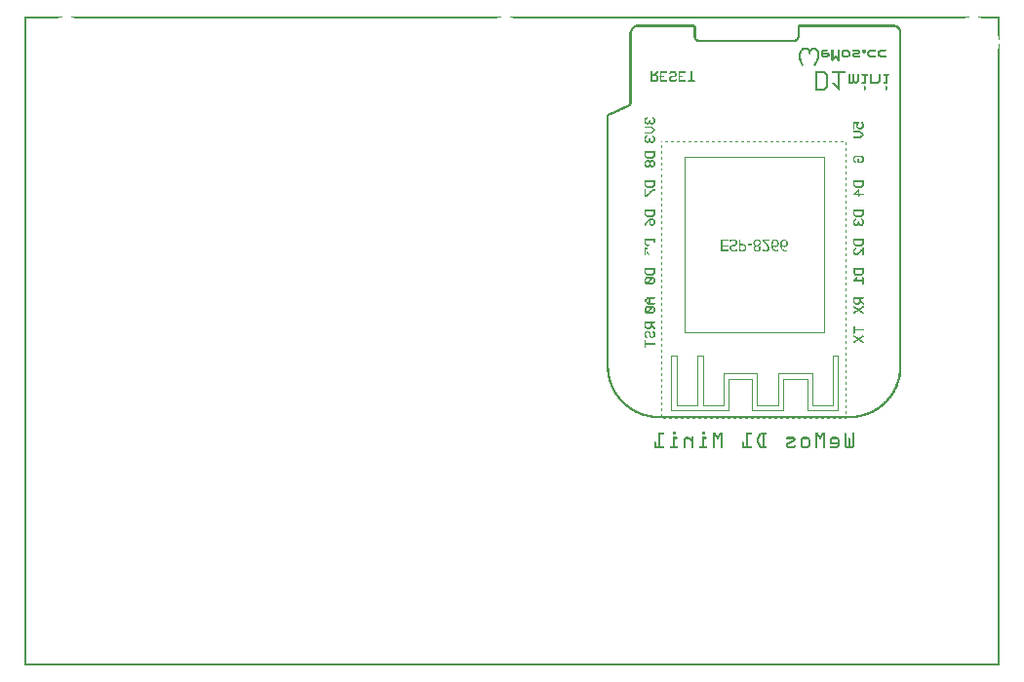
<source format=gbo>
G04 MADE WITH FRITZING*
G04 WWW.FRITZING.ORG*
G04 DOUBLE SIDED*
G04 HOLES PLATED*
G04 CONTOUR ON CENTER OF CONTOUR VECTOR*
%ASAXBY*%
%FSLAX23Y23*%
%MOIN*%
%OFA0B0*%
%SFA1.0B1.0*%
%ADD10R,0.477764X0.602764X0.472208X0.597208*%
%ADD11C,0.002778*%
%ADD12R,0.001000X0.001000*%
%LNSILK0*%
G90*
G70*
G54D11*
X2257Y1742D02*
X2732Y1742D01*
X2732Y1142D01*
X2257Y1142D01*
X2257Y1742D01*
D02*
X2781Y1060D02*
X2764Y1060D01*
X2764Y893D01*
X2693Y893D01*
X2693Y1000D01*
X2577Y1000D01*
X2577Y893D01*
X2504Y893D01*
X2504Y1000D01*
X2389Y1000D01*
X2389Y893D01*
X2318Y893D01*
X2318Y1060D01*
X2301Y1060D01*
X2301Y893D01*
X2231Y893D01*
X2231Y1060D01*
X2208Y1060D01*
X2208Y876D01*
X2406Y876D01*
X2406Y983D01*
X2487Y983D01*
X2487Y876D01*
X2594Y876D01*
X2594Y983D01*
X2676Y983D01*
X2676Y876D01*
X2781Y876D01*
X2781Y1060D01*
D02*
G54D12*
X0Y2222D02*
X3332Y2222D01*
X0Y2221D02*
X137Y2221D01*
X151Y2221D02*
X1637Y2221D01*
X1651Y2221D02*
X3237Y2221D01*
X3251Y2221D02*
X3332Y2221D01*
X0Y2220D02*
X129Y2220D01*
X159Y2220D02*
X1629Y2220D01*
X1659Y2220D02*
X3229Y2220D01*
X3259Y2220D02*
X3332Y2220D01*
X0Y2219D02*
X124Y2219D01*
X164Y2219D02*
X1624Y2219D01*
X1664Y2219D02*
X3224Y2219D01*
X3264Y2219D02*
X3332Y2219D01*
X0Y2218D02*
X120Y2218D01*
X168Y2218D02*
X1620Y2218D01*
X1668Y2218D02*
X3220Y2218D01*
X3267Y2218D02*
X3332Y2218D01*
X0Y2217D02*
X116Y2217D01*
X171Y2217D02*
X1616Y2217D01*
X1671Y2217D02*
X3216Y2217D01*
X3271Y2217D02*
X3332Y2217D01*
X0Y2216D02*
X114Y2216D01*
X174Y2216D02*
X1614Y2216D01*
X1674Y2216D02*
X3213Y2216D01*
X3274Y2216D02*
X3332Y2216D01*
X0Y2215D02*
X111Y2215D01*
X177Y2215D02*
X1611Y2215D01*
X1677Y2215D02*
X3211Y2215D01*
X3277Y2215D02*
X3332Y2215D01*
X0Y2214D02*
X7Y2214D01*
X3325Y2214D02*
X3332Y2214D01*
X0Y2213D02*
X7Y2213D01*
X3325Y2213D02*
X3332Y2213D01*
X0Y2212D02*
X7Y2212D01*
X3325Y2212D02*
X3332Y2212D01*
X0Y2211D02*
X7Y2211D01*
X3325Y2211D02*
X3332Y2211D01*
X0Y2210D02*
X7Y2210D01*
X3325Y2210D02*
X3332Y2210D01*
X0Y2209D02*
X7Y2209D01*
X3325Y2209D02*
X3332Y2209D01*
X0Y2208D02*
X7Y2208D01*
X3325Y2208D02*
X3332Y2208D01*
X0Y2207D02*
X7Y2207D01*
X3325Y2207D02*
X3332Y2207D01*
X0Y2206D02*
X7Y2206D01*
X3325Y2206D02*
X3332Y2206D01*
X0Y2205D02*
X7Y2205D01*
X3325Y2205D02*
X3332Y2205D01*
X0Y2204D02*
X7Y2204D01*
X3325Y2204D02*
X3332Y2204D01*
X0Y2203D02*
X7Y2203D01*
X3325Y2203D02*
X3332Y2203D01*
X0Y2202D02*
X7Y2202D01*
X3325Y2202D02*
X3332Y2202D01*
X0Y2201D02*
X7Y2201D01*
X3325Y2201D02*
X3332Y2201D01*
X0Y2200D02*
X7Y2200D01*
X3325Y2200D02*
X3332Y2200D01*
X0Y2199D02*
X7Y2199D01*
X3325Y2199D02*
X3332Y2199D01*
X0Y2198D02*
X7Y2198D01*
X3325Y2198D02*
X3332Y2198D01*
X0Y2197D02*
X7Y2197D01*
X3325Y2197D02*
X3332Y2197D01*
X0Y2196D02*
X7Y2196D01*
X3325Y2196D02*
X3332Y2196D01*
X0Y2195D02*
X7Y2195D01*
X3325Y2195D02*
X3332Y2195D01*
X0Y2194D02*
X7Y2194D01*
X3325Y2194D02*
X3332Y2194D01*
X0Y2193D02*
X7Y2193D01*
X2091Y2193D02*
X2289Y2193D01*
X2647Y2193D02*
X2976Y2193D01*
X3325Y2193D02*
X3332Y2193D01*
X0Y2192D02*
X7Y2192D01*
X2088Y2192D02*
X2291Y2192D01*
X2645Y2192D02*
X2980Y2192D01*
X3325Y2192D02*
X3332Y2192D01*
X0Y2191D02*
X7Y2191D01*
X2086Y2191D02*
X2292Y2191D01*
X2644Y2191D02*
X2982Y2191D01*
X3325Y2191D02*
X3332Y2191D01*
X0Y2190D02*
X7Y2190D01*
X2084Y2190D02*
X2293Y2190D01*
X2643Y2190D02*
X2984Y2190D01*
X3325Y2190D02*
X3332Y2190D01*
X0Y2189D02*
X7Y2189D01*
X2083Y2189D02*
X2293Y2189D01*
X2643Y2189D02*
X2985Y2189D01*
X3325Y2189D02*
X3332Y2189D01*
X0Y2188D02*
X7Y2188D01*
X2081Y2188D02*
X2294Y2188D01*
X2642Y2188D02*
X2986Y2188D01*
X3325Y2188D02*
X3332Y2188D01*
X0Y2187D02*
X7Y2187D01*
X2080Y2187D02*
X2294Y2187D01*
X2642Y2187D02*
X2988Y2187D01*
X3325Y2187D02*
X3332Y2187D01*
X0Y2186D02*
X7Y2186D01*
X2079Y2186D02*
X2294Y2186D01*
X2642Y2186D02*
X2989Y2186D01*
X3325Y2186D02*
X3332Y2186D01*
X0Y2185D02*
X7Y2185D01*
X2078Y2185D02*
X2092Y2185D01*
X2287Y2185D02*
X2294Y2185D01*
X2642Y2185D02*
X2649Y2185D01*
X2976Y2185D02*
X2990Y2185D01*
X3325Y2185D02*
X3332Y2185D01*
X0Y2184D02*
X7Y2184D01*
X2077Y2184D02*
X2089Y2184D01*
X2287Y2184D02*
X2294Y2184D01*
X2642Y2184D02*
X2649Y2184D01*
X2979Y2184D02*
X2990Y2184D01*
X3325Y2184D02*
X3332Y2184D01*
X0Y2183D02*
X7Y2183D01*
X2076Y2183D02*
X2087Y2183D01*
X2287Y2183D02*
X2294Y2183D01*
X2642Y2183D02*
X2649Y2183D01*
X2981Y2183D02*
X2991Y2183D01*
X3325Y2183D02*
X3332Y2183D01*
X0Y2182D02*
X7Y2182D01*
X2075Y2182D02*
X2086Y2182D01*
X2287Y2182D02*
X2294Y2182D01*
X2642Y2182D02*
X2649Y2182D01*
X2982Y2182D02*
X2992Y2182D01*
X3325Y2182D02*
X3332Y2182D01*
X0Y2181D02*
X7Y2181D01*
X2074Y2181D02*
X2084Y2181D01*
X2287Y2181D02*
X2294Y2181D01*
X2642Y2181D02*
X2649Y2181D01*
X2983Y2181D02*
X2993Y2181D01*
X3325Y2181D02*
X3332Y2181D01*
X0Y2180D02*
X7Y2180D01*
X2074Y2180D02*
X2083Y2180D01*
X2287Y2180D02*
X2294Y2180D01*
X2642Y2180D02*
X2649Y2180D01*
X2984Y2180D02*
X2993Y2180D01*
X3325Y2180D02*
X3332Y2180D01*
X0Y2179D02*
X7Y2179D01*
X2073Y2179D02*
X2082Y2179D01*
X2287Y2179D02*
X2294Y2179D01*
X2642Y2179D02*
X2649Y2179D01*
X2985Y2179D02*
X2994Y2179D01*
X3325Y2179D02*
X3332Y2179D01*
X0Y2178D02*
X7Y2178D01*
X2072Y2178D02*
X2081Y2178D01*
X2287Y2178D02*
X2294Y2178D01*
X2642Y2178D02*
X2649Y2178D01*
X2986Y2178D02*
X2994Y2178D01*
X3325Y2178D02*
X3332Y2178D01*
X0Y2177D02*
X7Y2177D01*
X2072Y2177D02*
X2080Y2177D01*
X2287Y2177D02*
X2294Y2177D01*
X2642Y2177D02*
X2649Y2177D01*
X2987Y2177D02*
X2995Y2177D01*
X3325Y2177D02*
X3332Y2177D01*
X0Y2176D02*
X7Y2176D01*
X2071Y2176D02*
X2080Y2176D01*
X2287Y2176D02*
X2294Y2176D01*
X2642Y2176D02*
X2649Y2176D01*
X2987Y2176D02*
X2995Y2176D01*
X3325Y2176D02*
X3332Y2176D01*
X0Y2175D02*
X7Y2175D01*
X2071Y2175D02*
X2079Y2175D01*
X2287Y2175D02*
X2294Y2175D01*
X2642Y2175D02*
X2649Y2175D01*
X2988Y2175D02*
X2996Y2175D01*
X3325Y2175D02*
X3332Y2175D01*
X0Y2174D02*
X7Y2174D01*
X2070Y2174D02*
X2078Y2174D01*
X2287Y2174D02*
X2294Y2174D01*
X2642Y2174D02*
X2649Y2174D01*
X2988Y2174D02*
X2996Y2174D01*
X3325Y2174D02*
X3332Y2174D01*
X0Y2173D02*
X7Y2173D01*
X2070Y2173D02*
X2078Y2173D01*
X2287Y2173D02*
X2294Y2173D01*
X2642Y2173D02*
X2649Y2173D01*
X2989Y2173D02*
X2996Y2173D01*
X3325Y2173D02*
X3332Y2173D01*
X0Y2172D02*
X7Y2172D01*
X2070Y2172D02*
X2077Y2172D01*
X2287Y2172D02*
X2294Y2172D01*
X2642Y2172D02*
X2649Y2172D01*
X2989Y2172D02*
X2996Y2172D01*
X3325Y2172D02*
X3332Y2172D01*
X0Y2171D02*
X7Y2171D01*
X2069Y2171D02*
X2077Y2171D01*
X2287Y2171D02*
X2294Y2171D01*
X2642Y2171D02*
X2649Y2171D01*
X2989Y2171D02*
X2997Y2171D01*
X3325Y2171D02*
X3332Y2171D01*
X0Y2170D02*
X7Y2170D01*
X2069Y2170D02*
X2076Y2170D01*
X2287Y2170D02*
X2294Y2170D01*
X2642Y2170D02*
X2649Y2170D01*
X2990Y2170D02*
X2997Y2170D01*
X3325Y2170D02*
X3332Y2170D01*
X0Y2169D02*
X7Y2169D01*
X2069Y2169D02*
X2076Y2169D01*
X2287Y2169D02*
X2294Y2169D01*
X2642Y2169D02*
X2649Y2169D01*
X2990Y2169D02*
X2997Y2169D01*
X3325Y2169D02*
X3332Y2169D01*
X0Y2168D02*
X7Y2168D01*
X2068Y2168D02*
X2076Y2168D01*
X2287Y2168D02*
X2294Y2168D01*
X2642Y2168D02*
X2649Y2168D01*
X2990Y2168D02*
X2997Y2168D01*
X3325Y2168D02*
X3332Y2168D01*
X0Y2167D02*
X7Y2167D01*
X2068Y2167D02*
X2075Y2167D01*
X2287Y2167D02*
X2294Y2167D01*
X2642Y2167D02*
X2649Y2167D01*
X2990Y2167D02*
X2997Y2167D01*
X3325Y2167D02*
X3332Y2167D01*
X0Y2166D02*
X7Y2166D01*
X2068Y2166D02*
X2075Y2166D01*
X2287Y2166D02*
X2294Y2166D01*
X2642Y2166D02*
X2649Y2166D01*
X2990Y2166D02*
X2997Y2166D01*
X3326Y2166D02*
X3332Y2166D01*
X0Y2165D02*
X7Y2165D01*
X2068Y2165D02*
X2075Y2165D01*
X2287Y2165D02*
X2294Y2165D01*
X2642Y2165D02*
X2649Y2165D01*
X2990Y2165D02*
X2997Y2165D01*
X3326Y2165D02*
X3332Y2165D01*
X0Y2164D02*
X7Y2164D01*
X2068Y2164D02*
X2075Y2164D01*
X2287Y2164D02*
X2294Y2164D01*
X2642Y2164D02*
X2649Y2164D01*
X2990Y2164D02*
X2997Y2164D01*
X3326Y2164D02*
X3332Y2164D01*
X0Y2163D02*
X7Y2163D01*
X2068Y2163D02*
X2075Y2163D01*
X2287Y2163D02*
X2294Y2163D01*
X2642Y2163D02*
X2649Y2163D01*
X2990Y2163D02*
X2997Y2163D01*
X3327Y2163D02*
X3332Y2163D01*
X0Y2162D02*
X7Y2162D01*
X2068Y2162D02*
X2075Y2162D01*
X2287Y2162D02*
X2294Y2162D01*
X2642Y2162D02*
X2649Y2162D01*
X2990Y2162D02*
X2997Y2162D01*
X3327Y2162D02*
X3332Y2162D01*
X0Y2161D02*
X7Y2161D01*
X2068Y2161D02*
X2075Y2161D01*
X2287Y2161D02*
X2294Y2161D01*
X2642Y2161D02*
X2649Y2161D01*
X2990Y2161D02*
X2997Y2161D01*
X3327Y2161D02*
X3332Y2161D01*
X0Y2160D02*
X7Y2160D01*
X2068Y2160D02*
X2075Y2160D01*
X2287Y2160D02*
X2294Y2160D01*
X2642Y2160D02*
X2649Y2160D01*
X2990Y2160D02*
X2997Y2160D01*
X3328Y2160D02*
X3332Y2160D01*
X0Y2159D02*
X7Y2159D01*
X2068Y2159D02*
X2075Y2159D01*
X2287Y2159D02*
X2294Y2159D01*
X2642Y2159D02*
X2649Y2159D01*
X2990Y2159D02*
X2997Y2159D01*
X3328Y2159D02*
X3332Y2159D01*
X0Y2158D02*
X7Y2158D01*
X2068Y2158D02*
X2075Y2158D01*
X2287Y2158D02*
X2294Y2158D01*
X2642Y2158D02*
X2649Y2158D01*
X2990Y2158D02*
X2997Y2158D01*
X3328Y2158D02*
X3332Y2158D01*
X0Y2157D02*
X7Y2157D01*
X2068Y2157D02*
X2075Y2157D01*
X2287Y2157D02*
X2294Y2157D01*
X2642Y2157D02*
X2649Y2157D01*
X2990Y2157D02*
X2997Y2157D01*
X3328Y2157D02*
X3332Y2157D01*
X0Y2156D02*
X7Y2156D01*
X2068Y2156D02*
X2075Y2156D01*
X2287Y2156D02*
X2294Y2156D01*
X2642Y2156D02*
X2649Y2156D01*
X2990Y2156D02*
X2997Y2156D01*
X3329Y2156D02*
X3332Y2156D01*
X0Y2155D02*
X7Y2155D01*
X2068Y2155D02*
X2075Y2155D01*
X2287Y2155D02*
X2294Y2155D01*
X2642Y2155D02*
X2649Y2155D01*
X2990Y2155D02*
X2997Y2155D01*
X3329Y2155D02*
X3332Y2155D01*
X0Y2154D02*
X7Y2154D01*
X2068Y2154D02*
X2075Y2154D01*
X2287Y2154D02*
X2294Y2154D01*
X2642Y2154D02*
X2649Y2154D01*
X2990Y2154D02*
X2997Y2154D01*
X3329Y2154D02*
X3332Y2154D01*
X0Y2153D02*
X7Y2153D01*
X2068Y2153D02*
X2075Y2153D01*
X2287Y2153D02*
X2294Y2153D01*
X2642Y2153D02*
X2649Y2153D01*
X2990Y2153D02*
X2997Y2153D01*
X3329Y2153D02*
X3332Y2153D01*
X0Y2152D02*
X7Y2152D01*
X2068Y2152D02*
X2075Y2152D01*
X2287Y2152D02*
X2294Y2152D01*
X2642Y2152D02*
X2649Y2152D01*
X2990Y2152D02*
X2997Y2152D01*
X3330Y2152D02*
X3332Y2152D01*
X0Y2151D02*
X7Y2151D01*
X2068Y2151D02*
X2075Y2151D01*
X2287Y2151D02*
X2295Y2151D01*
X2641Y2151D02*
X2649Y2151D01*
X2990Y2151D02*
X2997Y2151D01*
X3330Y2151D02*
X3332Y2151D01*
X0Y2150D02*
X7Y2150D01*
X2068Y2150D02*
X2075Y2150D01*
X2288Y2150D02*
X2295Y2150D01*
X2641Y2150D02*
X2648Y2150D01*
X2990Y2150D02*
X2997Y2150D01*
X3330Y2150D02*
X3332Y2150D01*
X0Y2149D02*
X7Y2149D01*
X2068Y2149D02*
X2075Y2149D01*
X2288Y2149D02*
X2295Y2149D01*
X2640Y2149D02*
X2648Y2149D01*
X2990Y2149D02*
X2997Y2149D01*
X3330Y2149D02*
X3332Y2149D01*
X0Y2148D02*
X7Y2148D01*
X2068Y2148D02*
X2075Y2148D01*
X2288Y2148D02*
X2296Y2148D01*
X2640Y2148D02*
X2648Y2148D01*
X2990Y2148D02*
X2997Y2148D01*
X3331Y2148D02*
X3332Y2148D01*
X0Y2147D02*
X7Y2147D01*
X2068Y2147D02*
X2075Y2147D01*
X2289Y2147D02*
X2296Y2147D01*
X2639Y2147D02*
X2647Y2147D01*
X2990Y2147D02*
X2997Y2147D01*
X3331Y2147D02*
X3332Y2147D01*
X0Y2146D02*
X7Y2146D01*
X2068Y2146D02*
X2075Y2146D01*
X2289Y2146D02*
X2297Y2146D01*
X2638Y2146D02*
X2647Y2146D01*
X2990Y2146D02*
X2997Y2146D01*
X3331Y2146D02*
X3332Y2146D01*
X0Y2145D02*
X7Y2145D01*
X2068Y2145D02*
X2075Y2145D01*
X2289Y2145D02*
X2298Y2145D01*
X2637Y2145D02*
X2646Y2145D01*
X2990Y2145D02*
X2997Y2145D01*
X3331Y2145D02*
X3332Y2145D01*
X0Y2144D02*
X7Y2144D01*
X2068Y2144D02*
X2075Y2144D01*
X2290Y2144D02*
X2300Y2144D01*
X2635Y2144D02*
X2646Y2144D01*
X2990Y2144D02*
X2997Y2144D01*
X3331Y2144D02*
X3332Y2144D01*
X0Y2143D02*
X7Y2143D01*
X2068Y2143D02*
X2075Y2143D01*
X2290Y2143D02*
X2302Y2143D01*
X2632Y2143D02*
X2645Y2143D01*
X2990Y2143D02*
X2997Y2143D01*
X3331Y2143D02*
X3332Y2143D01*
X0Y2142D02*
X7Y2142D01*
X2068Y2142D02*
X2075Y2142D01*
X2291Y2142D02*
X2644Y2142D01*
X2990Y2142D02*
X2997Y2142D01*
X3331Y2142D02*
X3332Y2142D01*
X0Y2141D02*
X7Y2141D01*
X2068Y2141D02*
X2075Y2141D01*
X2292Y2141D02*
X2643Y2141D01*
X2990Y2141D02*
X2997Y2141D01*
X3331Y2141D02*
X3332Y2141D01*
X0Y2140D02*
X7Y2140D01*
X2068Y2140D02*
X2075Y2140D01*
X2293Y2140D02*
X2642Y2140D01*
X2990Y2140D02*
X2997Y2140D01*
X3332Y2140D02*
X3332Y2140D01*
X0Y2139D02*
X7Y2139D01*
X2068Y2139D02*
X2075Y2139D01*
X2294Y2139D02*
X2641Y2139D01*
X2990Y2139D02*
X2997Y2139D01*
X3332Y2139D02*
X3332Y2139D01*
X0Y2138D02*
X7Y2138D01*
X2068Y2138D02*
X2075Y2138D01*
X2296Y2138D02*
X2640Y2138D01*
X2990Y2138D02*
X2997Y2138D01*
X3332Y2138D02*
X3332Y2138D01*
X0Y2137D02*
X7Y2137D01*
X2068Y2137D02*
X2075Y2137D01*
X2297Y2137D02*
X2638Y2137D01*
X2990Y2137D02*
X2997Y2137D01*
X3332Y2137D02*
X3332Y2137D01*
X0Y2136D02*
X7Y2136D01*
X2068Y2136D02*
X2075Y2136D01*
X2299Y2136D02*
X2636Y2136D01*
X2990Y2136D02*
X2997Y2136D01*
X3332Y2136D02*
X3332Y2136D01*
X0Y2135D02*
X7Y2135D01*
X2068Y2135D02*
X2075Y2135D01*
X2303Y2135D02*
X2632Y2135D01*
X2990Y2135D02*
X2997Y2135D01*
X3332Y2135D02*
X3332Y2135D01*
X0Y2134D02*
X7Y2134D01*
X2068Y2134D02*
X2075Y2134D01*
X2990Y2134D02*
X2997Y2134D01*
X3332Y2134D02*
X3332Y2134D01*
X0Y2133D02*
X7Y2133D01*
X2068Y2133D02*
X2075Y2133D01*
X2990Y2133D02*
X2997Y2133D01*
X3332Y2133D02*
X3332Y2133D01*
X0Y2132D02*
X7Y2132D01*
X2068Y2132D02*
X2075Y2132D01*
X2990Y2132D02*
X2997Y2132D01*
X3332Y2132D02*
X3332Y2132D01*
X0Y2131D02*
X7Y2131D01*
X2068Y2131D02*
X2075Y2131D01*
X2990Y2131D02*
X2997Y2131D01*
X3332Y2131D02*
X3332Y2131D01*
X0Y2130D02*
X7Y2130D01*
X2068Y2130D02*
X2075Y2130D01*
X2990Y2130D02*
X2997Y2130D01*
X3332Y2130D02*
X3332Y2130D01*
X0Y2129D02*
X7Y2129D01*
X2068Y2129D02*
X2075Y2129D01*
X2990Y2129D02*
X2997Y2129D01*
X3332Y2129D02*
X3332Y2129D01*
X0Y2128D02*
X7Y2128D01*
X2068Y2128D02*
X2075Y2128D01*
X2990Y2128D02*
X2997Y2128D01*
X3332Y2128D02*
X3332Y2128D01*
X0Y2127D02*
X7Y2127D01*
X2068Y2127D02*
X2075Y2127D01*
X2990Y2127D02*
X2997Y2127D01*
X3331Y2127D02*
X3332Y2127D01*
X0Y2126D02*
X7Y2126D01*
X2068Y2126D02*
X2075Y2126D01*
X2990Y2126D02*
X2997Y2126D01*
X3331Y2126D02*
X3332Y2126D01*
X0Y2125D02*
X7Y2125D01*
X2068Y2125D02*
X2075Y2125D01*
X2990Y2125D02*
X2997Y2125D01*
X3331Y2125D02*
X3332Y2125D01*
X0Y2124D02*
X7Y2124D01*
X2068Y2124D02*
X2075Y2124D01*
X2990Y2124D02*
X2997Y2124D01*
X3331Y2124D02*
X3332Y2124D01*
X0Y2123D02*
X7Y2123D01*
X2068Y2123D02*
X2075Y2123D01*
X2990Y2123D02*
X2997Y2123D01*
X3331Y2123D02*
X3332Y2123D01*
X0Y2122D02*
X7Y2122D01*
X2068Y2122D02*
X2075Y2122D01*
X2990Y2122D02*
X2997Y2122D01*
X3331Y2122D02*
X3332Y2122D01*
X0Y2121D02*
X7Y2121D01*
X2068Y2121D02*
X2075Y2121D01*
X2990Y2121D02*
X2997Y2121D01*
X3331Y2121D02*
X3332Y2121D01*
X0Y2120D02*
X7Y2120D01*
X2068Y2120D02*
X2075Y2120D01*
X2990Y2120D02*
X2997Y2120D01*
X3331Y2120D02*
X3332Y2120D01*
X0Y2119D02*
X7Y2119D01*
X2068Y2119D02*
X2075Y2119D01*
X2990Y2119D02*
X2997Y2119D01*
X3330Y2119D02*
X3332Y2119D01*
X0Y2118D02*
X7Y2118D01*
X2068Y2118D02*
X2075Y2118D01*
X2990Y2118D02*
X2997Y2118D01*
X3330Y2118D02*
X3332Y2118D01*
X0Y2117D02*
X7Y2117D01*
X2068Y2117D02*
X2075Y2117D01*
X2990Y2117D02*
X2997Y2117D01*
X3330Y2117D02*
X3332Y2117D01*
X0Y2116D02*
X7Y2116D01*
X2068Y2116D02*
X2075Y2116D01*
X2666Y2116D02*
X2672Y2116D01*
X2990Y2116D02*
X2997Y2116D01*
X3330Y2116D02*
X3332Y2116D01*
X0Y2115D02*
X7Y2115D01*
X2068Y2115D02*
X2075Y2115D01*
X2662Y2115D02*
X2675Y2115D01*
X2694Y2115D02*
X2701Y2115D01*
X2990Y2115D02*
X2997Y2115D01*
X3330Y2115D02*
X3332Y2115D01*
X0Y2114D02*
X7Y2114D01*
X2068Y2114D02*
X2075Y2114D01*
X2660Y2114D02*
X2677Y2114D01*
X2691Y2114D02*
X2704Y2114D01*
X2990Y2114D02*
X2997Y2114D01*
X3329Y2114D02*
X3332Y2114D01*
X0Y2113D02*
X7Y2113D01*
X2068Y2113D02*
X2075Y2113D01*
X2658Y2113D02*
X2678Y2113D01*
X2689Y2113D02*
X2706Y2113D01*
X2990Y2113D02*
X2997Y2113D01*
X3329Y2113D02*
X3332Y2113D01*
X0Y2112D02*
X7Y2112D01*
X2068Y2112D02*
X2075Y2112D01*
X2657Y2112D02*
X2680Y2112D01*
X2688Y2112D02*
X2707Y2112D01*
X2990Y2112D02*
X2997Y2112D01*
X3329Y2112D02*
X3332Y2112D01*
X0Y2111D02*
X7Y2111D01*
X2068Y2111D02*
X2075Y2111D01*
X2656Y2111D02*
X2681Y2111D01*
X2687Y2111D02*
X2709Y2111D01*
X2990Y2111D02*
X2997Y2111D01*
X3329Y2111D02*
X3332Y2111D01*
X0Y2110D02*
X7Y2110D01*
X2068Y2110D02*
X2075Y2110D01*
X2655Y2110D02*
X2682Y2110D01*
X2686Y2110D02*
X2710Y2110D01*
X2990Y2110D02*
X2997Y2110D01*
X3328Y2110D02*
X3332Y2110D01*
X0Y2109D02*
X7Y2109D01*
X2068Y2109D02*
X2075Y2109D01*
X2654Y2109D02*
X2665Y2109D01*
X2672Y2109D02*
X2682Y2109D01*
X2685Y2109D02*
X2711Y2109D01*
X2730Y2109D02*
X2743Y2109D01*
X2760Y2109D02*
X2762Y2109D01*
X2782Y2109D02*
X2784Y2109D01*
X2800Y2109D02*
X2815Y2109D01*
X2830Y2109D02*
X2850Y2109D01*
X2865Y2109D02*
X2874Y2109D01*
X2889Y2109D02*
X2909Y2109D01*
X2924Y2109D02*
X2944Y2109D01*
X2990Y2109D02*
X2997Y2109D01*
X3328Y2109D02*
X3332Y2109D01*
X0Y2108D02*
X7Y2108D01*
X2068Y2108D02*
X2075Y2108D01*
X2653Y2108D02*
X2663Y2108D01*
X2675Y2108D02*
X2694Y2108D01*
X2702Y2108D02*
X2711Y2108D01*
X2729Y2108D02*
X2745Y2108D01*
X2758Y2108D02*
X2763Y2108D01*
X2781Y2108D02*
X2785Y2108D01*
X2799Y2108D02*
X2816Y2108D01*
X2829Y2108D02*
X2851Y2108D01*
X2864Y2108D02*
X2875Y2108D01*
X2888Y2108D02*
X2910Y2108D01*
X2923Y2108D02*
X2945Y2108D01*
X2990Y2108D02*
X2997Y2108D01*
X3328Y2108D02*
X3332Y2108D01*
X0Y2107D02*
X7Y2107D01*
X2068Y2107D02*
X2075Y2107D01*
X2652Y2107D02*
X2661Y2107D01*
X2676Y2107D02*
X2692Y2107D01*
X2703Y2107D02*
X2712Y2107D01*
X2728Y2107D02*
X2745Y2107D01*
X2758Y2107D02*
X2764Y2107D01*
X2780Y2107D02*
X2786Y2107D01*
X2798Y2107D02*
X2816Y2107D01*
X2829Y2107D02*
X2852Y2107D01*
X2864Y2107D02*
X2876Y2107D01*
X2887Y2107D02*
X2910Y2107D01*
X2922Y2107D02*
X2945Y2107D01*
X2990Y2107D02*
X2997Y2107D01*
X3328Y2107D02*
X3332Y2107D01*
X0Y2106D02*
X7Y2106D01*
X2068Y2106D02*
X2075Y2106D01*
X2652Y2106D02*
X2660Y2106D01*
X2677Y2106D02*
X2690Y2106D01*
X2705Y2106D02*
X2713Y2106D01*
X2727Y2106D02*
X2745Y2106D01*
X2758Y2106D02*
X2764Y2106D01*
X2780Y2106D02*
X2786Y2106D01*
X2797Y2106D02*
X2817Y2106D01*
X2829Y2106D02*
X2853Y2106D01*
X2864Y2106D02*
X2876Y2106D01*
X2886Y2106D02*
X2910Y2106D01*
X2921Y2106D02*
X2945Y2106D01*
X2990Y2106D02*
X2997Y2106D01*
X3327Y2106D02*
X3332Y2106D01*
X0Y2105D02*
X7Y2105D01*
X2068Y2105D02*
X2075Y2105D01*
X2651Y2105D02*
X2659Y2105D01*
X2678Y2105D02*
X2690Y2105D01*
X2706Y2105D02*
X2713Y2105D01*
X2726Y2105D02*
X2745Y2105D01*
X2758Y2105D02*
X2764Y2105D01*
X2780Y2105D02*
X2786Y2105D01*
X2796Y2105D02*
X2818Y2105D01*
X2829Y2105D02*
X2854Y2105D01*
X2864Y2105D02*
X2876Y2105D01*
X2885Y2105D02*
X2910Y2105D01*
X2920Y2105D02*
X2945Y2105D01*
X2990Y2105D02*
X2997Y2105D01*
X3327Y2105D02*
X3332Y2105D01*
X0Y2104D02*
X7Y2104D01*
X2068Y2104D02*
X2075Y2104D01*
X2650Y2104D02*
X2658Y2104D01*
X2679Y2104D02*
X2689Y2104D01*
X2707Y2104D02*
X2714Y2104D01*
X2725Y2104D02*
X2744Y2104D01*
X2758Y2104D02*
X2764Y2104D01*
X2780Y2104D02*
X2786Y2104D01*
X2795Y2104D02*
X2819Y2104D01*
X2830Y2104D02*
X2855Y2104D01*
X2864Y2104D02*
X2875Y2104D01*
X2884Y2104D02*
X2910Y2104D01*
X2919Y2104D02*
X2945Y2104D01*
X2990Y2104D02*
X2997Y2104D01*
X3327Y2104D02*
X3332Y2104D01*
X0Y2103D02*
X7Y2103D01*
X2068Y2103D02*
X2075Y2103D01*
X2650Y2103D02*
X2657Y2103D01*
X2679Y2103D02*
X2688Y2103D01*
X2707Y2103D02*
X2714Y2103D01*
X2724Y2103D02*
X2743Y2103D01*
X2758Y2103D02*
X2764Y2103D01*
X2780Y2103D02*
X2786Y2103D01*
X2794Y2103D02*
X2820Y2103D01*
X2831Y2103D02*
X2856Y2103D01*
X2864Y2103D02*
X2875Y2103D01*
X2882Y2103D02*
X2908Y2103D01*
X2918Y2103D02*
X2943Y2103D01*
X2990Y2103D02*
X2997Y2103D01*
X3326Y2103D02*
X3332Y2103D01*
X0Y2102D02*
X7Y2102D01*
X2068Y2102D02*
X2075Y2102D01*
X2649Y2102D02*
X2656Y2102D01*
X2680Y2102D02*
X2688Y2102D01*
X2708Y2102D02*
X2715Y2102D01*
X2723Y2102D02*
X2732Y2102D01*
X2758Y2102D02*
X2764Y2102D01*
X2780Y2102D02*
X2786Y2102D01*
X2793Y2102D02*
X2802Y2102D01*
X2813Y2102D02*
X2821Y2102D01*
X2848Y2102D02*
X2857Y2102D01*
X2864Y2102D02*
X2876Y2102D01*
X2882Y2102D02*
X2890Y2102D01*
X2918Y2102D02*
X2926Y2102D01*
X2990Y2102D02*
X2997Y2102D01*
X3326Y2102D02*
X3332Y2102D01*
X0Y2101D02*
X7Y2101D01*
X2068Y2101D02*
X2075Y2101D01*
X2649Y2101D02*
X2656Y2101D01*
X2680Y2101D02*
X2687Y2101D01*
X2709Y2101D02*
X2715Y2101D01*
X2723Y2101D02*
X2731Y2101D01*
X2758Y2101D02*
X2764Y2101D01*
X2780Y2101D02*
X2786Y2101D01*
X2793Y2101D02*
X2801Y2101D01*
X2813Y2101D02*
X2821Y2101D01*
X2849Y2101D02*
X2857Y2101D01*
X2864Y2101D02*
X2876Y2101D01*
X2881Y2101D02*
X2889Y2101D01*
X2917Y2101D02*
X2925Y2101D01*
X2990Y2101D02*
X2997Y2101D01*
X3325Y2101D02*
X3332Y2101D01*
X0Y2100D02*
X7Y2100D01*
X2068Y2100D02*
X2075Y2100D01*
X2649Y2100D02*
X2655Y2100D01*
X2680Y2100D02*
X2687Y2100D01*
X2709Y2100D02*
X2715Y2100D01*
X2723Y2100D02*
X2730Y2100D01*
X2758Y2100D02*
X2764Y2100D01*
X2780Y2100D02*
X2786Y2100D01*
X2793Y2100D02*
X2800Y2100D01*
X2814Y2100D02*
X2821Y2100D01*
X2849Y2100D02*
X2857Y2100D01*
X2864Y2100D02*
X2876Y2100D01*
X2881Y2100D02*
X2888Y2100D01*
X2917Y2100D02*
X2924Y2100D01*
X2990Y2100D02*
X2997Y2100D01*
X3325Y2100D02*
X3332Y2100D01*
X0Y2099D02*
X7Y2099D01*
X2068Y2099D02*
X2075Y2099D01*
X2648Y2099D02*
X2655Y2099D01*
X2681Y2099D02*
X2686Y2099D01*
X2709Y2099D02*
X2716Y2099D01*
X2723Y2099D02*
X2729Y2099D01*
X2758Y2099D02*
X2764Y2099D01*
X2780Y2099D02*
X2786Y2099D01*
X2793Y2099D02*
X2799Y2099D01*
X2815Y2099D02*
X2821Y2099D01*
X2848Y2099D02*
X2857Y2099D01*
X2864Y2099D02*
X2875Y2099D01*
X2881Y2099D02*
X2888Y2099D01*
X2917Y2099D02*
X2924Y2099D01*
X2990Y2099D02*
X2997Y2099D01*
X3325Y2099D02*
X3332Y2099D01*
X0Y2098D02*
X7Y2098D01*
X2068Y2098D02*
X2075Y2098D01*
X2648Y2098D02*
X2654Y2098D01*
X2681Y2098D02*
X2686Y2098D01*
X2710Y2098D02*
X2716Y2098D01*
X2723Y2098D02*
X2749Y2098D01*
X2758Y2098D02*
X2764Y2098D01*
X2780Y2098D02*
X2786Y2098D01*
X2793Y2098D02*
X2799Y2098D01*
X2815Y2098D02*
X2821Y2098D01*
X2836Y2098D02*
X2856Y2098D01*
X2864Y2098D02*
X2875Y2098D01*
X2881Y2098D02*
X2887Y2098D01*
X2917Y2098D02*
X2923Y2098D01*
X2990Y2098D02*
X2997Y2098D01*
X3325Y2098D02*
X3332Y2098D01*
X0Y2097D02*
X7Y2097D01*
X2068Y2097D02*
X2075Y2097D01*
X2648Y2097D02*
X2654Y2097D01*
X2681Y2097D02*
X2686Y2097D01*
X2710Y2097D02*
X2716Y2097D01*
X2723Y2097D02*
X2750Y2097D01*
X2758Y2097D02*
X2764Y2097D01*
X2780Y2097D02*
X2786Y2097D01*
X2793Y2097D02*
X2799Y2097D01*
X2815Y2097D02*
X2821Y2097D01*
X2834Y2097D02*
X2855Y2097D01*
X2866Y2097D02*
X2873Y2097D01*
X2881Y2097D02*
X2887Y2097D01*
X2917Y2097D02*
X2923Y2097D01*
X2990Y2097D02*
X2997Y2097D01*
X3325Y2097D02*
X3332Y2097D01*
X0Y2096D02*
X7Y2096D01*
X2068Y2096D02*
X2075Y2096D01*
X2648Y2096D02*
X2654Y2096D01*
X2682Y2096D02*
X2685Y2096D01*
X2710Y2096D02*
X2716Y2096D01*
X2723Y2096D02*
X2751Y2096D01*
X2758Y2096D02*
X2764Y2096D01*
X2780Y2096D02*
X2786Y2096D01*
X2793Y2096D02*
X2799Y2096D01*
X2815Y2096D02*
X2821Y2096D01*
X2834Y2096D02*
X2854Y2096D01*
X2881Y2096D02*
X2887Y2096D01*
X2917Y2096D02*
X2923Y2096D01*
X2990Y2096D02*
X2997Y2096D01*
X3325Y2096D02*
X3332Y2096D01*
X0Y2095D02*
X7Y2095D01*
X2068Y2095D02*
X2075Y2095D01*
X2647Y2095D02*
X2653Y2095D01*
X2682Y2095D02*
X2685Y2095D01*
X2710Y2095D02*
X2716Y2095D01*
X2723Y2095D02*
X2751Y2095D01*
X2758Y2095D02*
X2764Y2095D01*
X2780Y2095D02*
X2786Y2095D01*
X2793Y2095D02*
X2799Y2095D01*
X2815Y2095D02*
X2821Y2095D01*
X2833Y2095D02*
X2853Y2095D01*
X2881Y2095D02*
X2887Y2095D01*
X2917Y2095D02*
X2923Y2095D01*
X2990Y2095D02*
X2997Y2095D01*
X3325Y2095D02*
X3332Y2095D01*
X0Y2094D02*
X7Y2094D01*
X2068Y2094D02*
X2075Y2094D01*
X2647Y2094D02*
X2653Y2094D01*
X2682Y2094D02*
X2684Y2094D01*
X2711Y2094D02*
X2717Y2094D01*
X2723Y2094D02*
X2751Y2094D01*
X2758Y2094D02*
X2764Y2094D01*
X2780Y2094D02*
X2786Y2094D01*
X2793Y2094D02*
X2799Y2094D01*
X2815Y2094D02*
X2821Y2094D01*
X2832Y2094D02*
X2852Y2094D01*
X2881Y2094D02*
X2887Y2094D01*
X2917Y2094D02*
X2923Y2094D01*
X2990Y2094D02*
X2997Y2094D01*
X3325Y2094D02*
X3332Y2094D01*
X0Y2093D02*
X7Y2093D01*
X2068Y2093D02*
X2075Y2093D01*
X2647Y2093D02*
X2653Y2093D01*
X2683Y2093D02*
X2684Y2093D01*
X2711Y2093D02*
X2717Y2093D01*
X2723Y2093D02*
X2751Y2093D01*
X2758Y2093D02*
X2764Y2093D01*
X2780Y2093D02*
X2786Y2093D01*
X2793Y2093D02*
X2799Y2093D01*
X2815Y2093D02*
X2821Y2093D01*
X2831Y2093D02*
X2851Y2093D01*
X2881Y2093D02*
X2887Y2093D01*
X2917Y2093D02*
X2923Y2093D01*
X2990Y2093D02*
X2997Y2093D01*
X3325Y2093D02*
X3332Y2093D01*
X0Y2092D02*
X7Y2092D01*
X2068Y2092D02*
X2075Y2092D01*
X2647Y2092D02*
X2653Y2092D01*
X2683Y2092D02*
X2684Y2092D01*
X2711Y2092D02*
X2717Y2092D01*
X2723Y2092D02*
X2751Y2092D01*
X2758Y2092D02*
X2764Y2092D01*
X2780Y2092D02*
X2786Y2092D01*
X2793Y2092D02*
X2799Y2092D01*
X2815Y2092D02*
X2821Y2092D01*
X2830Y2092D02*
X2850Y2092D01*
X2881Y2092D02*
X2887Y2092D01*
X2917Y2092D02*
X2923Y2092D01*
X2990Y2092D02*
X2997Y2092D01*
X3325Y2092D02*
X3332Y2092D01*
X0Y2091D02*
X7Y2091D01*
X2068Y2091D02*
X2075Y2091D01*
X2647Y2091D02*
X2653Y2091D01*
X2683Y2091D02*
X2683Y2091D01*
X2711Y2091D02*
X2717Y2091D01*
X2723Y2091D02*
X2729Y2091D01*
X2745Y2091D02*
X2751Y2091D01*
X2758Y2091D02*
X2764Y2091D01*
X2780Y2091D02*
X2786Y2091D01*
X2793Y2091D02*
X2799Y2091D01*
X2815Y2091D02*
X2821Y2091D01*
X2829Y2091D02*
X2838Y2091D01*
X2847Y2091D02*
X2848Y2091D01*
X2881Y2091D02*
X2887Y2091D01*
X2917Y2091D02*
X2923Y2091D01*
X2990Y2091D02*
X2997Y2091D01*
X3325Y2091D02*
X3332Y2091D01*
X0Y2090D02*
X7Y2090D01*
X2068Y2090D02*
X2075Y2090D01*
X2647Y2090D02*
X2653Y2090D01*
X2683Y2090D02*
X2683Y2090D01*
X2711Y2090D02*
X2717Y2090D01*
X2723Y2090D02*
X2729Y2090D01*
X2744Y2090D02*
X2751Y2090D01*
X2758Y2090D02*
X2764Y2090D01*
X2780Y2090D02*
X2786Y2090D01*
X2793Y2090D02*
X2799Y2090D01*
X2815Y2090D02*
X2821Y2090D01*
X2829Y2090D02*
X2837Y2090D01*
X2881Y2090D02*
X2888Y2090D01*
X2917Y2090D02*
X2924Y2090D01*
X2990Y2090D02*
X2997Y2090D01*
X3325Y2090D02*
X3332Y2090D01*
X0Y2089D02*
X7Y2089D01*
X2068Y2089D02*
X2075Y2089D01*
X2647Y2089D02*
X2653Y2089D01*
X2711Y2089D02*
X2717Y2089D01*
X2723Y2089D02*
X2731Y2089D01*
X2743Y2089D02*
X2751Y2089D01*
X2758Y2089D02*
X2764Y2089D01*
X2780Y2089D02*
X2786Y2089D01*
X2793Y2089D02*
X2801Y2089D01*
X2814Y2089D02*
X2821Y2089D01*
X2829Y2089D02*
X2836Y2089D01*
X2881Y2089D02*
X2889Y2089D01*
X2917Y2089D02*
X2925Y2089D01*
X2990Y2089D02*
X2997Y2089D01*
X3325Y2089D02*
X3332Y2089D01*
X0Y2088D02*
X7Y2088D01*
X2068Y2088D02*
X2075Y2088D01*
X2647Y2088D02*
X2652Y2088D01*
X2711Y2088D02*
X2717Y2088D01*
X2723Y2088D02*
X2732Y2088D01*
X2742Y2088D02*
X2751Y2088D01*
X2758Y2088D02*
X2764Y2088D01*
X2780Y2088D02*
X2786Y2088D01*
X2793Y2088D02*
X2802Y2088D01*
X2813Y2088D02*
X2821Y2088D01*
X2829Y2088D02*
X2837Y2088D01*
X2881Y2088D02*
X2890Y2088D01*
X2917Y2088D02*
X2926Y2088D01*
X2990Y2088D02*
X2997Y2088D01*
X3325Y2088D02*
X3332Y2088D01*
X0Y2087D02*
X7Y2087D01*
X2068Y2087D02*
X2075Y2087D01*
X2647Y2087D02*
X2652Y2087D01*
X2711Y2087D02*
X2717Y2087D01*
X2723Y2087D02*
X2751Y2087D01*
X2758Y2087D02*
X2764Y2087D01*
X2771Y2087D02*
X2774Y2087D01*
X2780Y2087D02*
X2786Y2087D01*
X2793Y2087D02*
X2821Y2087D01*
X2829Y2087D02*
X2855Y2087D01*
X2882Y2087D02*
X2909Y2087D01*
X2918Y2087D02*
X2944Y2087D01*
X2990Y2087D02*
X2997Y2087D01*
X3325Y2087D02*
X3332Y2087D01*
X0Y2086D02*
X7Y2086D01*
X2068Y2086D02*
X2075Y2086D01*
X2647Y2086D02*
X2652Y2086D01*
X2710Y2086D02*
X2716Y2086D01*
X2724Y2086D02*
X2750Y2086D01*
X2758Y2086D02*
X2764Y2086D01*
X2770Y2086D02*
X2775Y2086D01*
X2780Y2086D02*
X2786Y2086D01*
X2794Y2086D02*
X2820Y2086D01*
X2830Y2086D02*
X2856Y2086D01*
X2883Y2086D02*
X2910Y2086D01*
X2919Y2086D02*
X2945Y2086D01*
X2990Y2086D02*
X2997Y2086D01*
X3325Y2086D02*
X3332Y2086D01*
X0Y2085D02*
X7Y2085D01*
X2068Y2085D02*
X2075Y2085D01*
X2647Y2085D02*
X2653Y2085D01*
X2710Y2085D02*
X2716Y2085D01*
X2726Y2085D02*
X2748Y2085D01*
X2758Y2085D02*
X2764Y2085D01*
X2769Y2085D02*
X2776Y2085D01*
X2780Y2085D02*
X2786Y2085D01*
X2795Y2085D02*
X2818Y2085D01*
X2831Y2085D02*
X2857Y2085D01*
X2884Y2085D02*
X2910Y2085D01*
X2920Y2085D02*
X2945Y2085D01*
X2990Y2085D02*
X2997Y2085D01*
X3325Y2085D02*
X3332Y2085D01*
X0Y2084D02*
X7Y2084D01*
X2068Y2084D02*
X2075Y2084D01*
X2647Y2084D02*
X2653Y2084D01*
X2710Y2084D02*
X2716Y2084D01*
X2727Y2084D02*
X2747Y2084D01*
X2758Y2084D02*
X2764Y2084D01*
X2768Y2084D02*
X2777Y2084D01*
X2780Y2084D02*
X2786Y2084D01*
X2797Y2084D02*
X2817Y2084D01*
X2832Y2084D02*
X2857Y2084D01*
X2885Y2084D02*
X2910Y2084D01*
X2921Y2084D02*
X2945Y2084D01*
X2990Y2084D02*
X2997Y2084D01*
X3325Y2084D02*
X3332Y2084D01*
X0Y2083D02*
X7Y2083D01*
X2068Y2083D02*
X2075Y2083D01*
X2647Y2083D02*
X2653Y2083D01*
X2710Y2083D02*
X2716Y2083D01*
X2728Y2083D02*
X2746Y2083D01*
X2758Y2083D02*
X2764Y2083D01*
X2767Y2083D02*
X2778Y2083D01*
X2780Y2083D02*
X2786Y2083D01*
X2798Y2083D02*
X2816Y2083D01*
X2833Y2083D02*
X2857Y2083D01*
X2887Y2083D02*
X2910Y2083D01*
X2922Y2083D02*
X2945Y2083D01*
X2990Y2083D02*
X2997Y2083D01*
X3325Y2083D02*
X3332Y2083D01*
X0Y2082D02*
X7Y2082D01*
X2068Y2082D02*
X2075Y2082D01*
X2647Y2082D02*
X2653Y2082D01*
X2710Y2082D02*
X2716Y2082D01*
X2729Y2082D02*
X2745Y2082D01*
X2758Y2082D02*
X2764Y2082D01*
X2766Y2082D02*
X2778Y2082D01*
X2780Y2082D02*
X2786Y2082D01*
X2799Y2082D02*
X2816Y2082D01*
X2834Y2082D02*
X2856Y2082D01*
X2888Y2082D02*
X2910Y2082D01*
X2923Y2082D02*
X2945Y2082D01*
X2990Y2082D02*
X2997Y2082D01*
X3325Y2082D02*
X3332Y2082D01*
X0Y2081D02*
X7Y2081D01*
X2068Y2081D02*
X2075Y2081D01*
X2647Y2081D02*
X2653Y2081D01*
X2709Y2081D02*
X2716Y2081D01*
X2730Y2081D02*
X2744Y2081D01*
X2758Y2081D02*
X2786Y2081D01*
X2800Y2081D02*
X2815Y2081D01*
X2835Y2081D02*
X2855Y2081D01*
X2889Y2081D02*
X2909Y2081D01*
X2924Y2081D02*
X2944Y2081D01*
X2990Y2081D02*
X2997Y2081D01*
X3325Y2081D02*
X3332Y2081D01*
X0Y2080D02*
X7Y2080D01*
X2068Y2080D02*
X2075Y2080D01*
X2647Y2080D02*
X2653Y2080D01*
X2709Y2080D02*
X2715Y2080D01*
X2758Y2080D02*
X2786Y2080D01*
X2990Y2080D02*
X2997Y2080D01*
X3325Y2080D02*
X3332Y2080D01*
X0Y2079D02*
X7Y2079D01*
X2068Y2079D02*
X2075Y2079D01*
X2647Y2079D02*
X2653Y2079D01*
X2709Y2079D02*
X2715Y2079D01*
X2758Y2079D02*
X2786Y2079D01*
X2990Y2079D02*
X2997Y2079D01*
X3325Y2079D02*
X3332Y2079D01*
X0Y2078D02*
X7Y2078D01*
X2068Y2078D02*
X2075Y2078D01*
X2647Y2078D02*
X2653Y2078D01*
X2709Y2078D02*
X2715Y2078D01*
X2758Y2078D02*
X2771Y2078D01*
X2774Y2078D02*
X2786Y2078D01*
X2990Y2078D02*
X2997Y2078D01*
X3325Y2078D02*
X3332Y2078D01*
X0Y2077D02*
X7Y2077D01*
X2068Y2077D02*
X2075Y2077D01*
X2648Y2077D02*
X2654Y2077D01*
X2708Y2077D02*
X2714Y2077D01*
X2758Y2077D02*
X2770Y2077D01*
X2775Y2077D02*
X2786Y2077D01*
X2990Y2077D02*
X2997Y2077D01*
X3325Y2077D02*
X3332Y2077D01*
X0Y2076D02*
X7Y2076D01*
X2068Y2076D02*
X2075Y2076D01*
X2648Y2076D02*
X2654Y2076D01*
X2708Y2076D02*
X2714Y2076D01*
X2758Y2076D02*
X2769Y2076D01*
X2775Y2076D02*
X2786Y2076D01*
X2990Y2076D02*
X2997Y2076D01*
X3325Y2076D02*
X3332Y2076D01*
X0Y2075D02*
X7Y2075D01*
X2068Y2075D02*
X2075Y2075D01*
X2648Y2075D02*
X2654Y2075D01*
X2707Y2075D02*
X2714Y2075D01*
X2758Y2075D02*
X2768Y2075D01*
X2776Y2075D02*
X2786Y2075D01*
X2990Y2075D02*
X2997Y2075D01*
X3325Y2075D02*
X3332Y2075D01*
X0Y2074D02*
X7Y2074D01*
X2068Y2074D02*
X2075Y2074D01*
X2648Y2074D02*
X2654Y2074D01*
X2707Y2074D02*
X2713Y2074D01*
X2758Y2074D02*
X2767Y2074D01*
X2777Y2074D02*
X2786Y2074D01*
X2990Y2074D02*
X2997Y2074D01*
X3325Y2074D02*
X3332Y2074D01*
X0Y2073D02*
X7Y2073D01*
X2068Y2073D02*
X2075Y2073D01*
X2648Y2073D02*
X2655Y2073D01*
X2707Y2073D02*
X2713Y2073D01*
X2758Y2073D02*
X2766Y2073D01*
X2778Y2073D02*
X2786Y2073D01*
X2990Y2073D02*
X2997Y2073D01*
X3325Y2073D02*
X3332Y2073D01*
X0Y2072D02*
X7Y2072D01*
X2068Y2072D02*
X2075Y2072D01*
X2649Y2072D02*
X2655Y2072D01*
X2706Y2072D02*
X2713Y2072D01*
X2758Y2072D02*
X2765Y2072D01*
X2779Y2072D02*
X2786Y2072D01*
X2990Y2072D02*
X2997Y2072D01*
X3325Y2072D02*
X3332Y2072D01*
X0Y2071D02*
X7Y2071D01*
X2068Y2071D02*
X2075Y2071D01*
X2649Y2071D02*
X2655Y2071D01*
X2706Y2071D02*
X2712Y2071D01*
X2758Y2071D02*
X2764Y2071D01*
X2780Y2071D02*
X2786Y2071D01*
X2990Y2071D02*
X2997Y2071D01*
X3325Y2071D02*
X3332Y2071D01*
X0Y2070D02*
X7Y2070D01*
X2068Y2070D02*
X2075Y2070D01*
X2649Y2070D02*
X2656Y2070D01*
X2705Y2070D02*
X2712Y2070D01*
X2759Y2070D02*
X2763Y2070D01*
X2781Y2070D02*
X2785Y2070D01*
X2990Y2070D02*
X2997Y2070D01*
X3325Y2070D02*
X3332Y2070D01*
X0Y2069D02*
X7Y2069D01*
X2068Y2069D02*
X2075Y2069D01*
X2650Y2069D02*
X2656Y2069D01*
X2705Y2069D02*
X2711Y2069D01*
X2760Y2069D02*
X2761Y2069D01*
X2782Y2069D02*
X2783Y2069D01*
X2990Y2069D02*
X2997Y2069D01*
X3325Y2069D02*
X3332Y2069D01*
X0Y2068D02*
X7Y2068D01*
X2068Y2068D02*
X2075Y2068D01*
X2650Y2068D02*
X2656Y2068D01*
X2704Y2068D02*
X2711Y2068D01*
X2990Y2068D02*
X2997Y2068D01*
X3325Y2068D02*
X3332Y2068D01*
X0Y2067D02*
X7Y2067D01*
X2068Y2067D02*
X2075Y2067D01*
X2650Y2067D02*
X2657Y2067D01*
X2704Y2067D02*
X2710Y2067D01*
X2990Y2067D02*
X2997Y2067D01*
X3325Y2067D02*
X3332Y2067D01*
X0Y2066D02*
X7Y2066D01*
X2068Y2066D02*
X2075Y2066D01*
X2651Y2066D02*
X2657Y2066D01*
X2703Y2066D02*
X2710Y2066D01*
X2990Y2066D02*
X2997Y2066D01*
X3325Y2066D02*
X3332Y2066D01*
X0Y2065D02*
X7Y2065D01*
X2068Y2065D02*
X2075Y2065D01*
X2651Y2065D02*
X2658Y2065D01*
X2702Y2065D02*
X2709Y2065D01*
X2990Y2065D02*
X2997Y2065D01*
X3325Y2065D02*
X3332Y2065D01*
X0Y2064D02*
X7Y2064D01*
X2068Y2064D02*
X2075Y2064D01*
X2651Y2064D02*
X2658Y2064D01*
X2702Y2064D02*
X2709Y2064D01*
X2990Y2064D02*
X2997Y2064D01*
X3325Y2064D02*
X3332Y2064D01*
X0Y2063D02*
X7Y2063D01*
X2068Y2063D02*
X2075Y2063D01*
X2652Y2063D02*
X2658Y2063D01*
X2701Y2063D02*
X2708Y2063D01*
X2990Y2063D02*
X2997Y2063D01*
X3325Y2063D02*
X3332Y2063D01*
X0Y2062D02*
X7Y2062D01*
X2068Y2062D02*
X2075Y2062D01*
X2652Y2062D02*
X2659Y2062D01*
X2701Y2062D02*
X2708Y2062D01*
X2990Y2062D02*
X2997Y2062D01*
X3325Y2062D02*
X3332Y2062D01*
X0Y2061D02*
X7Y2061D01*
X2068Y2061D02*
X2075Y2061D01*
X2653Y2061D02*
X2659Y2061D01*
X2700Y2061D02*
X2707Y2061D01*
X2990Y2061D02*
X2997Y2061D01*
X3325Y2061D02*
X3332Y2061D01*
X0Y2060D02*
X7Y2060D01*
X2068Y2060D02*
X2075Y2060D01*
X2653Y2060D02*
X2660Y2060D01*
X2699Y2060D02*
X2707Y2060D01*
X2990Y2060D02*
X2997Y2060D01*
X3325Y2060D02*
X3332Y2060D01*
X0Y2059D02*
X7Y2059D01*
X2068Y2059D02*
X2075Y2059D01*
X2654Y2059D02*
X2660Y2059D01*
X2699Y2059D02*
X2706Y2059D01*
X2990Y2059D02*
X2997Y2059D01*
X3325Y2059D02*
X3332Y2059D01*
X0Y2058D02*
X7Y2058D01*
X2068Y2058D02*
X2075Y2058D01*
X2654Y2058D02*
X2661Y2058D01*
X2698Y2058D02*
X2705Y2058D01*
X2990Y2058D02*
X2997Y2058D01*
X3325Y2058D02*
X3332Y2058D01*
X0Y2057D02*
X7Y2057D01*
X2068Y2057D02*
X2075Y2057D01*
X2655Y2057D02*
X2661Y2057D01*
X2697Y2057D02*
X2705Y2057D01*
X2990Y2057D02*
X2997Y2057D01*
X3325Y2057D02*
X3332Y2057D01*
X0Y2056D02*
X7Y2056D01*
X2068Y2056D02*
X2075Y2056D01*
X2655Y2056D02*
X2661Y2056D01*
X2697Y2056D02*
X2704Y2056D01*
X2990Y2056D02*
X2997Y2056D01*
X3325Y2056D02*
X3332Y2056D01*
X0Y2055D02*
X7Y2055D01*
X2068Y2055D02*
X2075Y2055D01*
X2656Y2055D02*
X2661Y2055D01*
X2697Y2055D02*
X2703Y2055D01*
X2990Y2055D02*
X2997Y2055D01*
X3325Y2055D02*
X3332Y2055D01*
X0Y2054D02*
X7Y2054D01*
X2068Y2054D02*
X2075Y2054D01*
X2656Y2054D02*
X2661Y2054D01*
X2698Y2054D02*
X2703Y2054D01*
X2990Y2054D02*
X2997Y2054D01*
X3325Y2054D02*
X3332Y2054D01*
X0Y2053D02*
X7Y2053D01*
X2068Y2053D02*
X2075Y2053D01*
X2657Y2053D02*
X2660Y2053D01*
X2699Y2053D02*
X2702Y2053D01*
X2990Y2053D02*
X2997Y2053D01*
X3325Y2053D02*
X3332Y2053D01*
X0Y2052D02*
X7Y2052D01*
X2068Y2052D02*
X2075Y2052D01*
X2990Y2052D02*
X2997Y2052D01*
X3325Y2052D02*
X3332Y2052D01*
X0Y2051D02*
X7Y2051D01*
X2068Y2051D02*
X2075Y2051D01*
X2990Y2051D02*
X2997Y2051D01*
X3325Y2051D02*
X3332Y2051D01*
X0Y2050D02*
X7Y2050D01*
X2068Y2050D02*
X2075Y2050D01*
X2990Y2050D02*
X2997Y2050D01*
X3325Y2050D02*
X3332Y2050D01*
X0Y2049D02*
X7Y2049D01*
X2068Y2049D02*
X2075Y2049D01*
X2990Y2049D02*
X2997Y2049D01*
X3325Y2049D02*
X3332Y2049D01*
X0Y2048D02*
X7Y2048D01*
X2068Y2048D02*
X2075Y2048D01*
X2990Y2048D02*
X2997Y2048D01*
X3325Y2048D02*
X3332Y2048D01*
X0Y2047D02*
X7Y2047D01*
X2068Y2047D02*
X2075Y2047D01*
X2990Y2047D02*
X2997Y2047D01*
X3325Y2047D02*
X3332Y2047D01*
X0Y2046D02*
X7Y2046D01*
X2068Y2046D02*
X2075Y2046D01*
X2990Y2046D02*
X2997Y2046D01*
X3325Y2046D02*
X3332Y2046D01*
X0Y2045D02*
X7Y2045D01*
X2068Y2045D02*
X2075Y2045D01*
X2990Y2045D02*
X2997Y2045D01*
X3325Y2045D02*
X3332Y2045D01*
X0Y2044D02*
X7Y2044D01*
X2068Y2044D02*
X2075Y2044D01*
X2990Y2044D02*
X2997Y2044D01*
X3325Y2044D02*
X3332Y2044D01*
X0Y2043D02*
X7Y2043D01*
X2068Y2043D02*
X2075Y2043D01*
X2990Y2043D02*
X2997Y2043D01*
X3325Y2043D02*
X3332Y2043D01*
X0Y2042D02*
X7Y2042D01*
X2068Y2042D02*
X2075Y2042D01*
X2990Y2042D02*
X2997Y2042D01*
X3325Y2042D02*
X3332Y2042D01*
X0Y2041D02*
X7Y2041D01*
X2068Y2041D02*
X2075Y2041D01*
X2990Y2041D02*
X2997Y2041D01*
X3325Y2041D02*
X3332Y2041D01*
X0Y2040D02*
X7Y2040D01*
X2068Y2040D02*
X2075Y2040D01*
X2990Y2040D02*
X2997Y2040D01*
X3325Y2040D02*
X3332Y2040D01*
X0Y2039D02*
X7Y2039D01*
X2068Y2039D02*
X2075Y2039D01*
X2990Y2039D02*
X2997Y2039D01*
X3325Y2039D02*
X3332Y2039D01*
X0Y2038D02*
X7Y2038D01*
X2068Y2038D02*
X2075Y2038D01*
X2990Y2038D02*
X2997Y2038D01*
X3325Y2038D02*
X3332Y2038D01*
X0Y2037D02*
X7Y2037D01*
X2068Y2037D02*
X2075Y2037D01*
X2990Y2037D02*
X2997Y2037D01*
X3325Y2037D02*
X3332Y2037D01*
X0Y2036D02*
X7Y2036D01*
X2068Y2036D02*
X2075Y2036D01*
X2990Y2036D02*
X2997Y2036D01*
X3325Y2036D02*
X3332Y2036D01*
X0Y2035D02*
X7Y2035D01*
X2068Y2035D02*
X2075Y2035D01*
X2990Y2035D02*
X2997Y2035D01*
X3325Y2035D02*
X3332Y2035D01*
X0Y2034D02*
X7Y2034D01*
X2068Y2034D02*
X2075Y2034D01*
X2142Y2034D02*
X2144Y2034D01*
X2162Y2034D02*
X2164Y2034D01*
X2173Y2034D02*
X2196Y2034D01*
X2209Y2034D02*
X2223Y2034D01*
X2236Y2034D02*
X2259Y2034D01*
X2279Y2034D02*
X2281Y2034D01*
X2703Y2034D02*
X2735Y2034D01*
X2762Y2034D02*
X2804Y2034D01*
X2990Y2034D02*
X2997Y2034D01*
X3325Y2034D02*
X3332Y2034D01*
X0Y2033D02*
X7Y2033D01*
X2068Y2033D02*
X2075Y2033D01*
X2141Y2033D02*
X2144Y2033D01*
X2161Y2033D02*
X2165Y2033D01*
X2172Y2033D02*
X2196Y2033D01*
X2208Y2033D02*
X2224Y2033D01*
X2236Y2033D02*
X2260Y2033D01*
X2278Y2033D02*
X2282Y2033D01*
X2702Y2033D02*
X2736Y2033D01*
X2761Y2033D02*
X2805Y2033D01*
X2990Y2033D02*
X2997Y2033D01*
X3325Y2033D02*
X3332Y2033D01*
X0Y2032D02*
X7Y2032D01*
X2068Y2032D02*
X2075Y2032D01*
X2140Y2032D02*
X2145Y2032D01*
X2160Y2032D02*
X2165Y2032D01*
X2172Y2032D02*
X2197Y2032D01*
X2208Y2032D02*
X2225Y2032D01*
X2235Y2032D02*
X2260Y2032D01*
X2278Y2032D02*
X2282Y2032D01*
X2702Y2032D02*
X2737Y2032D01*
X2761Y2032D02*
X2805Y2032D01*
X2990Y2032D02*
X2997Y2032D01*
X3325Y2032D02*
X3332Y2032D01*
X0Y2031D02*
X7Y2031D01*
X2068Y2031D02*
X2075Y2031D01*
X2140Y2031D02*
X2145Y2031D01*
X2159Y2031D02*
X2165Y2031D01*
X2172Y2031D02*
X2197Y2031D01*
X2207Y2031D02*
X2226Y2031D01*
X2235Y2031D02*
X2260Y2031D01*
X2278Y2031D02*
X2282Y2031D01*
X2702Y2031D02*
X2738Y2031D01*
X2761Y2031D02*
X2805Y2031D01*
X2990Y2031D02*
X2997Y2031D01*
X3325Y2031D02*
X3332Y2031D01*
X0Y2030D02*
X7Y2030D01*
X2068Y2030D02*
X2075Y2030D01*
X2140Y2030D02*
X2145Y2030D01*
X2158Y2030D02*
X2165Y2030D01*
X2172Y2030D02*
X2196Y2030D01*
X2206Y2030D02*
X2227Y2030D01*
X2235Y2030D02*
X2260Y2030D01*
X2278Y2030D02*
X2282Y2030D01*
X2702Y2030D02*
X2739Y2030D01*
X2761Y2030D02*
X2805Y2030D01*
X2990Y2030D02*
X2997Y2030D01*
X3325Y2030D02*
X3332Y2030D01*
X0Y2029D02*
X7Y2029D01*
X2068Y2029D02*
X2075Y2029D01*
X2140Y2029D02*
X2145Y2029D01*
X2157Y2029D02*
X2164Y2029D01*
X2172Y2029D02*
X2195Y2029D01*
X2205Y2029D02*
X2228Y2029D01*
X2235Y2029D02*
X2258Y2029D01*
X2278Y2029D02*
X2282Y2029D01*
X2702Y2029D02*
X2740Y2029D01*
X2762Y2029D02*
X2804Y2029D01*
X2990Y2029D02*
X2997Y2029D01*
X3325Y2029D02*
X3332Y2029D01*
X0Y2028D02*
X7Y2028D01*
X2068Y2028D02*
X2075Y2028D01*
X2140Y2028D02*
X2145Y2028D01*
X2156Y2028D02*
X2163Y2028D01*
X2172Y2028D02*
X2176Y2028D01*
X2204Y2028D02*
X2210Y2028D01*
X2222Y2028D02*
X2229Y2028D01*
X2235Y2028D02*
X2240Y2028D01*
X2278Y2028D02*
X2282Y2028D01*
X2702Y2028D02*
X2741Y2028D01*
X2763Y2028D02*
X2803Y2028D01*
X2990Y2028D02*
X2997Y2028D01*
X3325Y2028D02*
X3332Y2028D01*
X0Y2027D02*
X7Y2027D01*
X2068Y2027D02*
X2075Y2027D01*
X2140Y2027D02*
X2145Y2027D01*
X2154Y2027D02*
X2162Y2027D01*
X2172Y2027D02*
X2176Y2027D01*
X2203Y2027D02*
X2209Y2027D01*
X2223Y2027D02*
X2229Y2027D01*
X2235Y2027D02*
X2240Y2027D01*
X2278Y2027D02*
X2282Y2027D01*
X2702Y2027D02*
X2708Y2027D01*
X2733Y2027D02*
X2742Y2027D01*
X2781Y2027D02*
X2787Y2027D01*
X2990Y2027D02*
X2997Y2027D01*
X3325Y2027D02*
X3332Y2027D01*
X0Y2026D02*
X7Y2026D01*
X2068Y2026D02*
X2075Y2026D01*
X2140Y2026D02*
X2145Y2026D01*
X2153Y2026D02*
X2161Y2026D01*
X2172Y2026D02*
X2176Y2026D01*
X2203Y2026D02*
X2208Y2026D01*
X2224Y2026D02*
X2229Y2026D01*
X2235Y2026D02*
X2240Y2026D01*
X2278Y2026D02*
X2282Y2026D01*
X2702Y2026D02*
X2708Y2026D01*
X2734Y2026D02*
X2743Y2026D01*
X2781Y2026D02*
X2787Y2026D01*
X2870Y2026D02*
X2873Y2026D01*
X2944Y2026D02*
X2947Y2026D01*
X2990Y2026D02*
X2997Y2026D01*
X3325Y2026D02*
X3332Y2026D01*
X0Y2025D02*
X7Y2025D01*
X2068Y2025D02*
X2075Y2025D01*
X2140Y2025D02*
X2145Y2025D01*
X2152Y2025D02*
X2159Y2025D01*
X2172Y2025D02*
X2176Y2025D01*
X2203Y2025D02*
X2207Y2025D01*
X2224Y2025D02*
X2229Y2025D01*
X2235Y2025D02*
X2240Y2025D01*
X2278Y2025D02*
X2282Y2025D01*
X2702Y2025D02*
X2708Y2025D01*
X2735Y2025D02*
X2744Y2025D01*
X2781Y2025D02*
X2787Y2025D01*
X2818Y2025D02*
X2822Y2025D01*
X2832Y2025D02*
X2836Y2025D01*
X2847Y2025D02*
X2851Y2025D01*
X2862Y2025D02*
X2881Y2025D01*
X2892Y2025D02*
X2896Y2025D01*
X2921Y2025D02*
X2925Y2025D01*
X2936Y2025D02*
X2953Y2025D01*
X2990Y2025D02*
X2997Y2025D01*
X3325Y2025D02*
X3332Y2025D01*
X0Y2024D02*
X7Y2024D01*
X2068Y2024D02*
X2075Y2024D01*
X2140Y2024D02*
X2159Y2024D01*
X2172Y2024D02*
X2176Y2024D01*
X2204Y2024D02*
X2206Y2024D01*
X2225Y2024D02*
X2229Y2024D01*
X2235Y2024D02*
X2240Y2024D01*
X2278Y2024D02*
X2282Y2024D01*
X2702Y2024D02*
X2708Y2024D01*
X2736Y2024D02*
X2745Y2024D01*
X2781Y2024D02*
X2787Y2024D01*
X2818Y2024D02*
X2823Y2024D01*
X2831Y2024D02*
X2837Y2024D01*
X2846Y2024D02*
X2852Y2024D01*
X2861Y2024D02*
X2882Y2024D01*
X2891Y2024D02*
X2897Y2024D01*
X2920Y2024D02*
X2925Y2024D01*
X2935Y2024D02*
X2954Y2024D01*
X2990Y2024D02*
X2997Y2024D01*
X3325Y2024D02*
X3332Y2024D01*
X0Y2023D02*
X7Y2023D01*
X2068Y2023D02*
X2075Y2023D01*
X2140Y2023D02*
X2160Y2023D01*
X2172Y2023D02*
X2176Y2023D01*
X2224Y2023D02*
X2229Y2023D01*
X2235Y2023D02*
X2240Y2023D01*
X2278Y2023D02*
X2282Y2023D01*
X2702Y2023D02*
X2708Y2023D01*
X2737Y2023D02*
X2746Y2023D01*
X2781Y2023D02*
X2787Y2023D01*
X2817Y2023D02*
X2823Y2023D01*
X2831Y2023D02*
X2837Y2023D01*
X2846Y2023D02*
X2852Y2023D01*
X2861Y2023D02*
X2882Y2023D01*
X2891Y2023D02*
X2897Y2023D01*
X2920Y2023D02*
X2926Y2023D01*
X2935Y2023D02*
X2954Y2023D01*
X2990Y2023D02*
X2997Y2023D01*
X3325Y2023D02*
X3332Y2023D01*
X0Y2022D02*
X7Y2022D01*
X2068Y2022D02*
X2075Y2022D01*
X2140Y2022D02*
X2161Y2022D01*
X2172Y2022D02*
X2176Y2022D01*
X2224Y2022D02*
X2229Y2022D01*
X2235Y2022D02*
X2240Y2022D01*
X2278Y2022D02*
X2282Y2022D01*
X2702Y2022D02*
X2708Y2022D01*
X2738Y2022D02*
X2747Y2022D01*
X2781Y2022D02*
X2787Y2022D01*
X2817Y2022D02*
X2823Y2022D01*
X2831Y2022D02*
X2837Y2022D01*
X2846Y2022D02*
X2852Y2022D01*
X2861Y2022D02*
X2882Y2022D01*
X2891Y2022D02*
X2897Y2022D01*
X2920Y2022D02*
X2926Y2022D01*
X2935Y2022D02*
X2954Y2022D01*
X2990Y2022D02*
X2997Y2022D01*
X3325Y2022D02*
X3332Y2022D01*
X0Y2021D02*
X7Y2021D01*
X2068Y2021D02*
X2075Y2021D01*
X2140Y2021D02*
X2162Y2021D01*
X2172Y2021D02*
X2176Y2021D01*
X2223Y2021D02*
X2229Y2021D01*
X2235Y2021D02*
X2240Y2021D01*
X2278Y2021D02*
X2282Y2021D01*
X2702Y2021D02*
X2708Y2021D01*
X2739Y2021D02*
X2747Y2021D01*
X2781Y2021D02*
X2787Y2021D01*
X2817Y2021D02*
X2823Y2021D01*
X2831Y2021D02*
X2837Y2021D01*
X2846Y2021D02*
X2852Y2021D01*
X2861Y2021D02*
X2882Y2021D01*
X2891Y2021D02*
X2897Y2021D01*
X2920Y2021D02*
X2926Y2021D01*
X2935Y2021D02*
X2954Y2021D01*
X2990Y2021D02*
X2997Y2021D01*
X3325Y2021D02*
X3332Y2021D01*
X0Y2020D02*
X7Y2020D01*
X2068Y2020D02*
X2075Y2020D01*
X2140Y2020D02*
X2163Y2020D01*
X2172Y2020D02*
X2176Y2020D01*
X2222Y2020D02*
X2229Y2020D01*
X2235Y2020D02*
X2240Y2020D01*
X2278Y2020D02*
X2282Y2020D01*
X2702Y2020D02*
X2708Y2020D01*
X2740Y2020D02*
X2747Y2020D01*
X2781Y2020D02*
X2787Y2020D01*
X2817Y2020D02*
X2823Y2020D01*
X2831Y2020D02*
X2837Y2020D01*
X2846Y2020D02*
X2852Y2020D01*
X2862Y2020D02*
X2881Y2020D01*
X2891Y2020D02*
X2897Y2020D01*
X2920Y2020D02*
X2926Y2020D01*
X2936Y2020D02*
X2953Y2020D01*
X2990Y2020D02*
X2997Y2020D01*
X3325Y2020D02*
X3332Y2020D01*
X0Y2019D02*
X7Y2019D01*
X2068Y2019D02*
X2075Y2019D01*
X2140Y2019D02*
X2145Y2019D01*
X2151Y2019D02*
X2153Y2019D01*
X2157Y2019D02*
X2164Y2019D01*
X2172Y2019D02*
X2185Y2019D01*
X2210Y2019D02*
X2228Y2019D01*
X2235Y2019D02*
X2248Y2019D01*
X2278Y2019D02*
X2282Y2019D01*
X2702Y2019D02*
X2708Y2019D01*
X2741Y2019D02*
X2747Y2019D01*
X2781Y2019D02*
X2787Y2019D01*
X2817Y2019D02*
X2823Y2019D01*
X2831Y2019D02*
X2837Y2019D01*
X2846Y2019D02*
X2852Y2019D01*
X2868Y2019D02*
X2875Y2019D01*
X2891Y2019D02*
X2897Y2019D01*
X2920Y2019D02*
X2926Y2019D01*
X2942Y2019D02*
X2949Y2019D01*
X2990Y2019D02*
X2997Y2019D01*
X3325Y2019D02*
X3332Y2019D01*
X0Y2018D02*
X7Y2018D01*
X2068Y2018D02*
X2075Y2018D01*
X2140Y2018D02*
X2145Y2018D01*
X2158Y2018D02*
X2165Y2018D01*
X2172Y2018D02*
X2186Y2018D01*
X2209Y2018D02*
X2226Y2018D01*
X2235Y2018D02*
X2249Y2018D01*
X2278Y2018D02*
X2282Y2018D01*
X2702Y2018D02*
X2708Y2018D01*
X2741Y2018D02*
X2747Y2018D01*
X2781Y2018D02*
X2787Y2018D01*
X2817Y2018D02*
X2823Y2018D01*
X2831Y2018D02*
X2837Y2018D01*
X2846Y2018D02*
X2852Y2018D01*
X2869Y2018D02*
X2875Y2018D01*
X2891Y2018D02*
X2897Y2018D01*
X2920Y2018D02*
X2926Y2018D01*
X2942Y2018D02*
X2948Y2018D01*
X2990Y2018D02*
X2997Y2018D01*
X3325Y2018D02*
X3332Y2018D01*
X0Y2017D02*
X7Y2017D01*
X2068Y2017D02*
X2075Y2017D01*
X2140Y2017D02*
X2145Y2017D01*
X2159Y2017D02*
X2166Y2017D01*
X2171Y2017D02*
X2187Y2017D01*
X2208Y2017D02*
X2225Y2017D01*
X2235Y2017D02*
X2250Y2017D01*
X2278Y2017D02*
X2282Y2017D01*
X2702Y2017D02*
X2708Y2017D01*
X2741Y2017D02*
X2747Y2017D01*
X2781Y2017D02*
X2787Y2017D01*
X2817Y2017D02*
X2823Y2017D01*
X2831Y2017D02*
X2837Y2017D01*
X2846Y2017D02*
X2852Y2017D01*
X2869Y2017D02*
X2875Y2017D01*
X2891Y2017D02*
X2897Y2017D01*
X2920Y2017D02*
X2926Y2017D01*
X2942Y2017D02*
X2948Y2017D01*
X2990Y2017D02*
X2997Y2017D01*
X3325Y2017D02*
X3332Y2017D01*
X0Y2016D02*
X7Y2016D01*
X2068Y2016D02*
X2075Y2016D01*
X2140Y2016D02*
X2145Y2016D01*
X2160Y2016D02*
X2166Y2016D01*
X2171Y2016D02*
X2187Y2016D01*
X2207Y2016D02*
X2224Y2016D01*
X2235Y2016D02*
X2250Y2016D01*
X2278Y2016D02*
X2282Y2016D01*
X2702Y2016D02*
X2708Y2016D01*
X2741Y2016D02*
X2747Y2016D01*
X2781Y2016D02*
X2787Y2016D01*
X2817Y2016D02*
X2823Y2016D01*
X2831Y2016D02*
X2837Y2016D01*
X2846Y2016D02*
X2852Y2016D01*
X2869Y2016D02*
X2875Y2016D01*
X2891Y2016D02*
X2897Y2016D01*
X2920Y2016D02*
X2926Y2016D01*
X2942Y2016D02*
X2948Y2016D01*
X2990Y2016D02*
X2997Y2016D01*
X3325Y2016D02*
X3332Y2016D01*
X0Y2015D02*
X7Y2015D01*
X2068Y2015D02*
X2075Y2015D01*
X2140Y2015D02*
X2145Y2015D01*
X2161Y2015D02*
X2166Y2015D01*
X2172Y2015D02*
X2187Y2015D01*
X2206Y2015D02*
X2224Y2015D01*
X2235Y2015D02*
X2249Y2015D01*
X2278Y2015D02*
X2282Y2015D01*
X2702Y2015D02*
X2708Y2015D01*
X2741Y2015D02*
X2747Y2015D01*
X2781Y2015D02*
X2787Y2015D01*
X2817Y2015D02*
X2823Y2015D01*
X2831Y2015D02*
X2837Y2015D01*
X2846Y2015D02*
X2852Y2015D01*
X2869Y2015D02*
X2875Y2015D01*
X2891Y2015D02*
X2897Y2015D01*
X2920Y2015D02*
X2926Y2015D01*
X2942Y2015D02*
X2948Y2015D01*
X2990Y2015D02*
X2997Y2015D01*
X3325Y2015D02*
X3332Y2015D01*
X0Y2014D02*
X7Y2014D01*
X2068Y2014D02*
X2075Y2014D01*
X2140Y2014D02*
X2145Y2014D01*
X2161Y2014D02*
X2165Y2014D01*
X2172Y2014D02*
X2185Y2014D01*
X2205Y2014D02*
X2223Y2014D01*
X2235Y2014D02*
X2248Y2014D01*
X2278Y2014D02*
X2282Y2014D01*
X2702Y2014D02*
X2708Y2014D01*
X2741Y2014D02*
X2747Y2014D01*
X2781Y2014D02*
X2787Y2014D01*
X2817Y2014D02*
X2823Y2014D01*
X2831Y2014D02*
X2837Y2014D01*
X2846Y2014D02*
X2852Y2014D01*
X2869Y2014D02*
X2875Y2014D01*
X2891Y2014D02*
X2897Y2014D01*
X2920Y2014D02*
X2926Y2014D01*
X2942Y2014D02*
X2948Y2014D01*
X2990Y2014D02*
X2997Y2014D01*
X3325Y2014D02*
X3332Y2014D01*
X0Y2013D02*
X7Y2013D01*
X2068Y2013D02*
X2075Y2013D01*
X2140Y2013D02*
X2145Y2013D01*
X2161Y2013D02*
X2165Y2013D01*
X2172Y2013D02*
X2176Y2013D01*
X2204Y2013D02*
X2211Y2013D01*
X2235Y2013D02*
X2240Y2013D01*
X2278Y2013D02*
X2282Y2013D01*
X2702Y2013D02*
X2708Y2013D01*
X2741Y2013D02*
X2747Y2013D01*
X2781Y2013D02*
X2787Y2013D01*
X2817Y2013D02*
X2823Y2013D01*
X2831Y2013D02*
X2837Y2013D01*
X2846Y2013D02*
X2852Y2013D01*
X2869Y2013D02*
X2875Y2013D01*
X2891Y2013D02*
X2897Y2013D01*
X2920Y2013D02*
X2926Y2013D01*
X2942Y2013D02*
X2948Y2013D01*
X2990Y2013D02*
X2997Y2013D01*
X3325Y2013D02*
X3332Y2013D01*
X0Y2012D02*
X7Y2012D01*
X2068Y2012D02*
X2075Y2012D01*
X2140Y2012D02*
X2145Y2012D01*
X2161Y2012D02*
X2165Y2012D01*
X2172Y2012D02*
X2176Y2012D01*
X2203Y2012D02*
X2210Y2012D01*
X2235Y2012D02*
X2240Y2012D01*
X2278Y2012D02*
X2282Y2012D01*
X2702Y2012D02*
X2708Y2012D01*
X2741Y2012D02*
X2747Y2012D01*
X2781Y2012D02*
X2787Y2012D01*
X2817Y2012D02*
X2823Y2012D01*
X2831Y2012D02*
X2837Y2012D01*
X2846Y2012D02*
X2852Y2012D01*
X2869Y2012D02*
X2875Y2012D01*
X2891Y2012D02*
X2897Y2012D01*
X2920Y2012D02*
X2926Y2012D01*
X2942Y2012D02*
X2948Y2012D01*
X2990Y2012D02*
X2997Y2012D01*
X3325Y2012D02*
X3332Y2012D01*
X0Y2011D02*
X7Y2011D01*
X2068Y2011D02*
X2075Y2011D01*
X2140Y2011D02*
X2145Y2011D01*
X2161Y2011D02*
X2165Y2011D01*
X2172Y2011D02*
X2176Y2011D01*
X2203Y2011D02*
X2209Y2011D01*
X2235Y2011D02*
X2240Y2011D01*
X2278Y2011D02*
X2282Y2011D01*
X2702Y2011D02*
X2708Y2011D01*
X2741Y2011D02*
X2747Y2011D01*
X2781Y2011D02*
X2787Y2011D01*
X2817Y2011D02*
X2823Y2011D01*
X2831Y2011D02*
X2837Y2011D01*
X2846Y2011D02*
X2852Y2011D01*
X2869Y2011D02*
X2875Y2011D01*
X2891Y2011D02*
X2897Y2011D01*
X2920Y2011D02*
X2926Y2011D01*
X2942Y2011D02*
X2948Y2011D01*
X2990Y2011D02*
X2997Y2011D01*
X3325Y2011D02*
X3332Y2011D01*
X0Y2010D02*
X7Y2010D01*
X2068Y2010D02*
X2075Y2010D01*
X2140Y2010D02*
X2145Y2010D01*
X2161Y2010D02*
X2165Y2010D01*
X2172Y2010D02*
X2176Y2010D01*
X2203Y2010D02*
X2208Y2010D01*
X2235Y2010D02*
X2240Y2010D01*
X2278Y2010D02*
X2282Y2010D01*
X2702Y2010D02*
X2708Y2010D01*
X2741Y2010D02*
X2747Y2010D01*
X2781Y2010D02*
X2787Y2010D01*
X2817Y2010D02*
X2823Y2010D01*
X2831Y2010D02*
X2837Y2010D01*
X2846Y2010D02*
X2852Y2010D01*
X2869Y2010D02*
X2875Y2010D01*
X2891Y2010D02*
X2897Y2010D01*
X2920Y2010D02*
X2926Y2010D01*
X2942Y2010D02*
X2948Y2010D01*
X2990Y2010D02*
X2997Y2010D01*
X3325Y2010D02*
X3332Y2010D01*
X0Y2009D02*
X7Y2009D01*
X2068Y2009D02*
X2075Y2009D01*
X2140Y2009D02*
X2145Y2009D01*
X2161Y2009D02*
X2165Y2009D01*
X2172Y2009D02*
X2176Y2009D01*
X2203Y2009D02*
X2208Y2009D01*
X2235Y2009D02*
X2240Y2009D01*
X2278Y2009D02*
X2282Y2009D01*
X2702Y2009D02*
X2708Y2009D01*
X2741Y2009D02*
X2747Y2009D01*
X2781Y2009D02*
X2787Y2009D01*
X2817Y2009D02*
X2823Y2009D01*
X2831Y2009D02*
X2837Y2009D01*
X2846Y2009D02*
X2852Y2009D01*
X2869Y2009D02*
X2875Y2009D01*
X2891Y2009D02*
X2897Y2009D01*
X2920Y2009D02*
X2926Y2009D01*
X2942Y2009D02*
X2948Y2009D01*
X2990Y2009D02*
X2997Y2009D01*
X3325Y2009D02*
X3332Y2009D01*
X0Y2008D02*
X7Y2008D01*
X2068Y2008D02*
X2075Y2008D01*
X2140Y2008D02*
X2145Y2008D01*
X2161Y2008D02*
X2165Y2008D01*
X2172Y2008D02*
X2176Y2008D01*
X2203Y2008D02*
X2208Y2008D01*
X2226Y2008D02*
X2228Y2008D01*
X2235Y2008D02*
X2240Y2008D01*
X2278Y2008D02*
X2282Y2008D01*
X2702Y2008D02*
X2708Y2008D01*
X2741Y2008D02*
X2747Y2008D01*
X2781Y2008D02*
X2787Y2008D01*
X2817Y2008D02*
X2823Y2008D01*
X2831Y2008D02*
X2837Y2008D01*
X2846Y2008D02*
X2852Y2008D01*
X2869Y2008D02*
X2875Y2008D01*
X2891Y2008D02*
X2897Y2008D01*
X2920Y2008D02*
X2926Y2008D01*
X2942Y2008D02*
X2948Y2008D01*
X2990Y2008D02*
X2997Y2008D01*
X3325Y2008D02*
X3332Y2008D01*
X0Y2007D02*
X7Y2007D01*
X2068Y2007D02*
X2075Y2007D01*
X2140Y2007D02*
X2145Y2007D01*
X2161Y2007D02*
X2166Y2007D01*
X2172Y2007D02*
X2176Y2007D01*
X2203Y2007D02*
X2208Y2007D01*
X2225Y2007D02*
X2229Y2007D01*
X2235Y2007D02*
X2240Y2007D01*
X2278Y2007D02*
X2282Y2007D01*
X2702Y2007D02*
X2708Y2007D01*
X2741Y2007D02*
X2747Y2007D01*
X2781Y2007D02*
X2787Y2007D01*
X2817Y2007D02*
X2823Y2007D01*
X2831Y2007D02*
X2837Y2007D01*
X2846Y2007D02*
X2852Y2007D01*
X2869Y2007D02*
X2875Y2007D01*
X2891Y2007D02*
X2897Y2007D01*
X2920Y2007D02*
X2926Y2007D01*
X2942Y2007D02*
X2948Y2007D01*
X2990Y2007D02*
X2997Y2007D01*
X3325Y2007D02*
X3332Y2007D01*
X0Y2006D02*
X7Y2006D01*
X2068Y2006D02*
X2075Y2006D01*
X2140Y2006D02*
X2145Y2006D01*
X2160Y2006D02*
X2166Y2006D01*
X2172Y2006D02*
X2176Y2006D01*
X2203Y2006D02*
X2208Y2006D01*
X2224Y2006D02*
X2229Y2006D01*
X2235Y2006D02*
X2240Y2006D01*
X2278Y2006D02*
X2282Y2006D01*
X2702Y2006D02*
X2708Y2006D01*
X2741Y2006D02*
X2747Y2006D01*
X2781Y2006D02*
X2787Y2006D01*
X2817Y2006D02*
X2823Y2006D01*
X2831Y2006D02*
X2837Y2006D01*
X2846Y2006D02*
X2852Y2006D01*
X2869Y2006D02*
X2875Y2006D01*
X2891Y2006D02*
X2897Y2006D01*
X2920Y2006D02*
X2926Y2006D01*
X2942Y2006D02*
X2948Y2006D01*
X2990Y2006D02*
X2997Y2006D01*
X3325Y2006D02*
X3332Y2006D01*
X0Y2005D02*
X7Y2005D01*
X2068Y2005D02*
X2075Y2005D01*
X2140Y2005D02*
X2145Y2005D01*
X2159Y2005D02*
X2166Y2005D01*
X2172Y2005D02*
X2176Y2005D01*
X2203Y2005D02*
X2209Y2005D01*
X2223Y2005D02*
X2229Y2005D01*
X2235Y2005D02*
X2240Y2005D01*
X2278Y2005D02*
X2282Y2005D01*
X2702Y2005D02*
X2708Y2005D01*
X2741Y2005D02*
X2747Y2005D01*
X2781Y2005D02*
X2787Y2005D01*
X2817Y2005D02*
X2823Y2005D01*
X2831Y2005D02*
X2837Y2005D01*
X2846Y2005D02*
X2852Y2005D01*
X2869Y2005D02*
X2875Y2005D01*
X2891Y2005D02*
X2897Y2005D01*
X2920Y2005D02*
X2926Y2005D01*
X2942Y2005D02*
X2948Y2005D01*
X2990Y2005D02*
X2997Y2005D01*
X3325Y2005D02*
X3332Y2005D01*
X0Y2004D02*
X7Y2004D01*
X2068Y2004D02*
X2075Y2004D01*
X2140Y2004D02*
X2145Y2004D01*
X2158Y2004D02*
X2165Y2004D01*
X2172Y2004D02*
X2176Y2004D01*
X2203Y2004D02*
X2210Y2004D01*
X2222Y2004D02*
X2229Y2004D01*
X2235Y2004D02*
X2240Y2004D01*
X2278Y2004D02*
X2282Y2004D01*
X2702Y2004D02*
X2708Y2004D01*
X2741Y2004D02*
X2747Y2004D01*
X2781Y2004D02*
X2787Y2004D01*
X2817Y2004D02*
X2823Y2004D01*
X2831Y2004D02*
X2837Y2004D01*
X2846Y2004D02*
X2852Y2004D01*
X2869Y2004D02*
X2875Y2004D01*
X2891Y2004D02*
X2897Y2004D01*
X2920Y2004D02*
X2926Y2004D01*
X2942Y2004D02*
X2948Y2004D01*
X2990Y2004D02*
X2997Y2004D01*
X3325Y2004D02*
X3332Y2004D01*
X0Y2003D02*
X7Y2003D01*
X2068Y2003D02*
X2075Y2003D01*
X2140Y2003D02*
X2164Y2003D01*
X2172Y2003D02*
X2194Y2003D01*
X2204Y2003D02*
X2228Y2003D01*
X2235Y2003D02*
X2258Y2003D01*
X2269Y2003D02*
X2290Y2003D01*
X2702Y2003D02*
X2708Y2003D01*
X2741Y2003D02*
X2747Y2003D01*
X2781Y2003D02*
X2787Y2003D01*
X2817Y2003D02*
X2823Y2003D01*
X2831Y2003D02*
X2837Y2003D01*
X2846Y2003D02*
X2852Y2003D01*
X2869Y2003D02*
X2875Y2003D01*
X2891Y2003D02*
X2897Y2003D01*
X2920Y2003D02*
X2926Y2003D01*
X2942Y2003D02*
X2948Y2003D01*
X2990Y2003D02*
X2997Y2003D01*
X3325Y2003D02*
X3332Y2003D01*
X0Y2002D02*
X7Y2002D01*
X2068Y2002D02*
X2075Y2002D01*
X2140Y2002D02*
X2163Y2002D01*
X2172Y2002D02*
X2196Y2002D01*
X2206Y2002D02*
X2227Y2002D01*
X2235Y2002D02*
X2260Y2002D01*
X2267Y2002D02*
X2291Y2002D01*
X2702Y2002D02*
X2708Y2002D01*
X2741Y2002D02*
X2747Y2002D01*
X2781Y2002D02*
X2787Y2002D01*
X2817Y2002D02*
X2823Y2002D01*
X2831Y2002D02*
X2838Y2002D01*
X2845Y2002D02*
X2852Y2002D01*
X2869Y2002D02*
X2875Y2002D01*
X2891Y2002D02*
X2897Y2002D01*
X2919Y2002D02*
X2926Y2002D01*
X2942Y2002D02*
X2948Y2002D01*
X2990Y2002D02*
X2997Y2002D01*
X3325Y2002D02*
X3332Y2002D01*
X0Y2001D02*
X7Y2001D01*
X2068Y2001D02*
X2075Y2001D01*
X2140Y2001D02*
X2162Y2001D01*
X2172Y2001D02*
X2197Y2001D01*
X2207Y2001D02*
X2226Y2001D01*
X2235Y2001D02*
X2260Y2001D01*
X2267Y2001D02*
X2292Y2001D01*
X2702Y2001D02*
X2708Y2001D01*
X2741Y2001D02*
X2747Y2001D01*
X2781Y2001D02*
X2787Y2001D01*
X2817Y2001D02*
X2823Y2001D01*
X2830Y2001D02*
X2839Y2001D01*
X2844Y2001D02*
X2852Y2001D01*
X2869Y2001D02*
X2875Y2001D01*
X2891Y2001D02*
X2897Y2001D01*
X2918Y2001D02*
X2926Y2001D01*
X2942Y2001D02*
X2948Y2001D01*
X2990Y2001D02*
X2997Y2001D01*
X3325Y2001D02*
X3332Y2001D01*
X0Y2000D02*
X7Y2000D01*
X2068Y2000D02*
X2075Y2000D01*
X2140Y2000D02*
X2161Y2000D01*
X2172Y2000D02*
X2197Y2000D01*
X2208Y2000D02*
X2225Y2000D01*
X2235Y2000D02*
X2260Y2000D01*
X2267Y2000D02*
X2292Y2000D01*
X2702Y2000D02*
X2708Y2000D01*
X2741Y2000D02*
X2747Y2000D01*
X2781Y2000D02*
X2787Y2000D01*
X2817Y2000D02*
X2823Y2000D01*
X2829Y2000D02*
X2840Y2000D01*
X2843Y2000D02*
X2852Y2000D01*
X2869Y2000D02*
X2875Y2000D01*
X2891Y2000D02*
X2897Y2000D01*
X2917Y2000D02*
X2926Y2000D01*
X2942Y2000D02*
X2948Y2000D01*
X2990Y2000D02*
X2997Y2000D01*
X3325Y2000D02*
X3332Y2000D01*
X0Y1999D02*
X7Y1999D01*
X2068Y1999D02*
X2075Y1999D01*
X2140Y1999D02*
X2160Y1999D01*
X2172Y1999D02*
X2196Y1999D01*
X2208Y1999D02*
X2224Y1999D01*
X2236Y1999D02*
X2260Y1999D01*
X2267Y1999D02*
X2292Y1999D01*
X2702Y1999D02*
X2708Y1999D01*
X2741Y1999D02*
X2747Y1999D01*
X2781Y1999D02*
X2787Y1999D01*
X2817Y1999D02*
X2823Y1999D01*
X2828Y1999D02*
X2851Y1999D01*
X2869Y1999D02*
X2875Y1999D01*
X2891Y1999D02*
X2897Y1999D01*
X2916Y1999D02*
X2925Y1999D01*
X2942Y1999D02*
X2948Y1999D01*
X2990Y1999D02*
X2997Y1999D01*
X3325Y1999D02*
X3332Y1999D01*
X0Y1998D02*
X7Y1998D01*
X2068Y1998D02*
X2075Y1998D01*
X2141Y1998D02*
X2159Y1998D01*
X2173Y1998D02*
X2196Y1998D01*
X2209Y1998D02*
X2223Y1998D01*
X2236Y1998D02*
X2259Y1998D01*
X2268Y1998D02*
X2291Y1998D01*
X2702Y1998D02*
X2708Y1998D01*
X2741Y1998D02*
X2747Y1998D01*
X2781Y1998D02*
X2787Y1998D01*
X2817Y1998D02*
X2823Y1998D01*
X2827Y1998D02*
X2850Y1998D01*
X2869Y1998D02*
X2875Y1998D01*
X2891Y1998D02*
X2897Y1998D01*
X2915Y1998D02*
X2924Y1998D01*
X2942Y1998D02*
X2948Y1998D01*
X2990Y1998D02*
X2997Y1998D01*
X3325Y1998D02*
X3332Y1998D01*
X0Y1997D02*
X7Y1997D01*
X2068Y1997D02*
X2075Y1997D01*
X2702Y1997D02*
X2708Y1997D01*
X2741Y1997D02*
X2747Y1997D01*
X2781Y1997D02*
X2787Y1997D01*
X2817Y1997D02*
X2849Y1997D01*
X2863Y1997D02*
X2875Y1997D01*
X2891Y1997D02*
X2923Y1997D01*
X2937Y1997D02*
X2948Y1997D01*
X2990Y1997D02*
X2997Y1997D01*
X3325Y1997D02*
X3332Y1997D01*
X0Y1996D02*
X7Y1996D01*
X2068Y1996D02*
X2075Y1996D01*
X2702Y1996D02*
X2708Y1996D01*
X2741Y1996D02*
X2747Y1996D01*
X2764Y1996D02*
X2764Y1996D01*
X2781Y1996D02*
X2787Y1996D01*
X2817Y1996D02*
X2848Y1996D01*
X2862Y1996D02*
X2875Y1996D01*
X2891Y1996D02*
X2922Y1996D01*
X2936Y1996D02*
X2948Y1996D01*
X2990Y1996D02*
X2997Y1996D01*
X3325Y1996D02*
X3332Y1996D01*
X0Y1995D02*
X7Y1995D01*
X2068Y1995D02*
X2075Y1995D01*
X2702Y1995D02*
X2708Y1995D01*
X2741Y1995D02*
X2747Y1995D01*
X2762Y1995D02*
X2766Y1995D01*
X2781Y1995D02*
X2787Y1995D01*
X2817Y1995D02*
X2833Y1995D01*
X2836Y1995D02*
X2847Y1995D01*
X2861Y1995D02*
X2875Y1995D01*
X2891Y1995D02*
X2921Y1995D01*
X2935Y1995D02*
X2948Y1995D01*
X2990Y1995D02*
X2997Y1995D01*
X3325Y1995D02*
X3332Y1995D01*
X0Y1994D02*
X7Y1994D01*
X2068Y1994D02*
X2075Y1994D01*
X2702Y1994D02*
X2708Y1994D01*
X2741Y1994D02*
X2747Y1994D01*
X2761Y1994D02*
X2767Y1994D01*
X2781Y1994D02*
X2787Y1994D01*
X2817Y1994D02*
X2832Y1994D01*
X2837Y1994D02*
X2846Y1994D01*
X2861Y1994D02*
X2875Y1994D01*
X2891Y1994D02*
X2920Y1994D01*
X2935Y1994D02*
X2948Y1994D01*
X2990Y1994D02*
X2997Y1994D01*
X3325Y1994D02*
X3332Y1994D01*
X0Y1993D02*
X7Y1993D01*
X2068Y1993D02*
X2075Y1993D01*
X2702Y1993D02*
X2708Y1993D01*
X2741Y1993D02*
X2747Y1993D01*
X2761Y1993D02*
X2768Y1993D01*
X2781Y1993D02*
X2787Y1993D01*
X2817Y1993D02*
X2831Y1993D01*
X2838Y1993D02*
X2845Y1993D01*
X2861Y1993D02*
X2875Y1993D01*
X2891Y1993D02*
X2919Y1993D01*
X2935Y1993D02*
X2948Y1993D01*
X2990Y1993D02*
X2997Y1993D01*
X3325Y1993D02*
X3332Y1993D01*
X0Y1992D02*
X7Y1992D01*
X2068Y1992D02*
X2075Y1992D01*
X2702Y1992D02*
X2708Y1992D01*
X2741Y1992D02*
X2747Y1992D01*
X2761Y1992D02*
X2769Y1992D01*
X2781Y1992D02*
X2787Y1992D01*
X2818Y1992D02*
X2831Y1992D01*
X2839Y1992D02*
X2844Y1992D01*
X2862Y1992D02*
X2874Y1992D01*
X2891Y1992D02*
X2918Y1992D01*
X2935Y1992D02*
X2948Y1992D01*
X2990Y1992D02*
X2997Y1992D01*
X3325Y1992D02*
X3332Y1992D01*
X0Y1991D02*
X7Y1991D01*
X2068Y1991D02*
X2075Y1991D01*
X2702Y1991D02*
X2708Y1991D01*
X2741Y1991D02*
X2747Y1991D01*
X2761Y1991D02*
X2770Y1991D01*
X2781Y1991D02*
X2787Y1991D01*
X2818Y1991D02*
X2830Y1991D01*
X2840Y1991D02*
X2843Y1991D01*
X2863Y1991D02*
X2873Y1991D01*
X2892Y1991D02*
X2917Y1991D01*
X2936Y1991D02*
X2947Y1991D01*
X2990Y1991D02*
X2997Y1991D01*
X3325Y1991D02*
X3332Y1991D01*
X0Y1990D02*
X7Y1990D01*
X2068Y1990D02*
X2075Y1990D01*
X2702Y1990D02*
X2708Y1990D01*
X2741Y1990D02*
X2747Y1990D01*
X2762Y1990D02*
X2771Y1990D01*
X2781Y1990D02*
X2787Y1990D01*
X2990Y1990D02*
X2997Y1990D01*
X3325Y1990D02*
X3332Y1990D01*
X0Y1989D02*
X7Y1989D01*
X2068Y1989D02*
X2075Y1989D01*
X2702Y1989D02*
X2708Y1989D01*
X2741Y1989D02*
X2747Y1989D01*
X2763Y1989D02*
X2772Y1989D01*
X2781Y1989D02*
X2787Y1989D01*
X2990Y1989D02*
X2997Y1989D01*
X3325Y1989D02*
X3332Y1989D01*
X0Y1988D02*
X7Y1988D01*
X2068Y1988D02*
X2075Y1988D01*
X2702Y1988D02*
X2708Y1988D01*
X2741Y1988D02*
X2747Y1988D01*
X2764Y1988D02*
X2773Y1988D01*
X2781Y1988D02*
X2787Y1988D01*
X2990Y1988D02*
X2997Y1988D01*
X3325Y1988D02*
X3332Y1988D01*
X0Y1987D02*
X7Y1987D01*
X2068Y1987D02*
X2075Y1987D01*
X2702Y1987D02*
X2708Y1987D01*
X2741Y1987D02*
X2747Y1987D01*
X2765Y1987D02*
X2774Y1987D01*
X2781Y1987D02*
X2787Y1987D01*
X2990Y1987D02*
X2997Y1987D01*
X3325Y1987D02*
X3332Y1987D01*
X0Y1986D02*
X7Y1986D01*
X2068Y1986D02*
X2075Y1986D01*
X2702Y1986D02*
X2708Y1986D01*
X2741Y1986D02*
X2747Y1986D01*
X2766Y1986D02*
X2775Y1986D01*
X2781Y1986D02*
X2787Y1986D01*
X2990Y1986D02*
X2997Y1986D01*
X3325Y1986D02*
X3332Y1986D01*
X0Y1985D02*
X7Y1985D01*
X2068Y1985D02*
X2075Y1985D01*
X2702Y1985D02*
X2708Y1985D01*
X2741Y1985D02*
X2747Y1985D01*
X2767Y1985D02*
X2776Y1985D01*
X2781Y1985D02*
X2787Y1985D01*
X2990Y1985D02*
X2997Y1985D01*
X3325Y1985D02*
X3332Y1985D01*
X0Y1984D02*
X7Y1984D01*
X2068Y1984D02*
X2075Y1984D01*
X2702Y1984D02*
X2708Y1984D01*
X2740Y1984D02*
X2747Y1984D01*
X2768Y1984D02*
X2777Y1984D01*
X2781Y1984D02*
X2787Y1984D01*
X2990Y1984D02*
X2997Y1984D01*
X3325Y1984D02*
X3332Y1984D01*
X0Y1983D02*
X7Y1983D01*
X2068Y1983D02*
X2075Y1983D01*
X2702Y1983D02*
X2708Y1983D01*
X2740Y1983D02*
X2747Y1983D01*
X2769Y1983D02*
X2778Y1983D01*
X2781Y1983D02*
X2787Y1983D01*
X2870Y1983D02*
X2873Y1983D01*
X2944Y1983D02*
X2946Y1983D01*
X2990Y1983D02*
X2997Y1983D01*
X3325Y1983D02*
X3332Y1983D01*
X0Y1982D02*
X7Y1982D01*
X2068Y1982D02*
X2075Y1982D01*
X2702Y1982D02*
X2708Y1982D01*
X2739Y1982D02*
X2747Y1982D01*
X2770Y1982D02*
X2779Y1982D01*
X2781Y1982D02*
X2787Y1982D01*
X2869Y1982D02*
X2874Y1982D01*
X2943Y1982D02*
X2948Y1982D01*
X2990Y1982D02*
X2997Y1982D01*
X3325Y1982D02*
X3332Y1982D01*
X0Y1981D02*
X7Y1981D01*
X2068Y1981D02*
X2075Y1981D01*
X2702Y1981D02*
X2708Y1981D01*
X2738Y1981D02*
X2746Y1981D01*
X2771Y1981D02*
X2787Y1981D01*
X2869Y1981D02*
X2874Y1981D01*
X2943Y1981D02*
X2948Y1981D01*
X2990Y1981D02*
X2997Y1981D01*
X3325Y1981D02*
X3332Y1981D01*
X0Y1980D02*
X7Y1980D01*
X2068Y1980D02*
X2075Y1980D01*
X2702Y1980D02*
X2708Y1980D01*
X2737Y1980D02*
X2746Y1980D01*
X2772Y1980D02*
X2787Y1980D01*
X2869Y1980D02*
X2874Y1980D01*
X2942Y1980D02*
X2948Y1980D01*
X2990Y1980D02*
X2997Y1980D01*
X3325Y1980D02*
X3332Y1980D01*
X0Y1979D02*
X7Y1979D01*
X2068Y1979D02*
X2075Y1979D01*
X2702Y1979D02*
X2708Y1979D01*
X2736Y1979D02*
X2744Y1979D01*
X2773Y1979D02*
X2787Y1979D01*
X2869Y1979D02*
X2875Y1979D01*
X2942Y1979D02*
X2948Y1979D01*
X2990Y1979D02*
X2997Y1979D01*
X3325Y1979D02*
X3332Y1979D01*
X0Y1978D02*
X7Y1978D01*
X2068Y1978D02*
X2075Y1978D01*
X2702Y1978D02*
X2708Y1978D01*
X2735Y1978D02*
X2743Y1978D01*
X2774Y1978D02*
X2787Y1978D01*
X2869Y1978D02*
X2875Y1978D01*
X2942Y1978D02*
X2948Y1978D01*
X2990Y1978D02*
X2997Y1978D01*
X3325Y1978D02*
X3332Y1978D01*
X0Y1977D02*
X7Y1977D01*
X2068Y1977D02*
X2075Y1977D01*
X2702Y1977D02*
X2708Y1977D01*
X2734Y1977D02*
X2742Y1977D01*
X2775Y1977D02*
X2787Y1977D01*
X2869Y1977D02*
X2875Y1977D01*
X2942Y1977D02*
X2948Y1977D01*
X2990Y1977D02*
X2997Y1977D01*
X3325Y1977D02*
X3332Y1977D01*
X0Y1976D02*
X7Y1976D01*
X2068Y1976D02*
X2075Y1976D01*
X2702Y1976D02*
X2741Y1976D01*
X2776Y1976D02*
X2787Y1976D01*
X2869Y1976D02*
X2875Y1976D01*
X2942Y1976D02*
X2948Y1976D01*
X2990Y1976D02*
X2997Y1976D01*
X3325Y1976D02*
X3332Y1976D01*
X0Y1975D02*
X7Y1975D01*
X2068Y1975D02*
X2075Y1975D01*
X2702Y1975D02*
X2740Y1975D01*
X2777Y1975D02*
X2787Y1975D01*
X2869Y1975D02*
X2875Y1975D01*
X2942Y1975D02*
X2948Y1975D01*
X2990Y1975D02*
X2997Y1975D01*
X3325Y1975D02*
X3332Y1975D01*
X0Y1974D02*
X7Y1974D01*
X2068Y1974D02*
X2075Y1974D01*
X2702Y1974D02*
X2739Y1974D01*
X2778Y1974D02*
X2787Y1974D01*
X2869Y1974D02*
X2875Y1974D01*
X2942Y1974D02*
X2948Y1974D01*
X2990Y1974D02*
X2997Y1974D01*
X3325Y1974D02*
X3332Y1974D01*
X0Y1973D02*
X7Y1973D01*
X2068Y1973D02*
X2075Y1973D01*
X2702Y1973D02*
X2738Y1973D01*
X2779Y1973D02*
X2787Y1973D01*
X2869Y1973D02*
X2874Y1973D01*
X2942Y1973D02*
X2948Y1973D01*
X2990Y1973D02*
X2997Y1973D01*
X3325Y1973D02*
X3332Y1973D01*
X0Y1972D02*
X7Y1972D01*
X2068Y1972D02*
X2075Y1972D01*
X2702Y1972D02*
X2737Y1972D01*
X2780Y1972D02*
X2787Y1972D01*
X2869Y1972D02*
X2874Y1972D01*
X2942Y1972D02*
X2948Y1972D01*
X2990Y1972D02*
X2997Y1972D01*
X3325Y1972D02*
X3332Y1972D01*
X0Y1971D02*
X7Y1971D01*
X2068Y1971D02*
X2075Y1971D01*
X2702Y1971D02*
X2737Y1971D01*
X2781Y1971D02*
X2787Y1971D01*
X2869Y1971D02*
X2874Y1971D01*
X2943Y1971D02*
X2948Y1971D01*
X2990Y1971D02*
X2997Y1971D01*
X3325Y1971D02*
X3332Y1971D01*
X0Y1970D02*
X7Y1970D01*
X2068Y1970D02*
X2075Y1970D01*
X2703Y1970D02*
X2736Y1970D01*
X2782Y1970D02*
X2786Y1970D01*
X2870Y1970D02*
X2873Y1970D01*
X2943Y1970D02*
X2947Y1970D01*
X2990Y1970D02*
X2997Y1970D01*
X3325Y1970D02*
X3332Y1970D01*
X0Y1969D02*
X7Y1969D01*
X2068Y1969D02*
X2075Y1969D01*
X2705Y1969D02*
X2706Y1969D01*
X2732Y1969D02*
X2734Y1969D01*
X2783Y1969D02*
X2784Y1969D01*
X2990Y1969D02*
X2997Y1969D01*
X3325Y1969D02*
X3332Y1969D01*
X0Y1968D02*
X7Y1968D01*
X2068Y1968D02*
X2075Y1968D01*
X2990Y1968D02*
X2997Y1968D01*
X3325Y1968D02*
X3332Y1968D01*
X0Y1967D02*
X7Y1967D01*
X2068Y1967D02*
X2075Y1967D01*
X2990Y1967D02*
X2997Y1967D01*
X3325Y1967D02*
X3332Y1967D01*
X0Y1966D02*
X7Y1966D01*
X2068Y1966D02*
X2075Y1966D01*
X2990Y1966D02*
X2997Y1966D01*
X3325Y1966D02*
X3332Y1966D01*
X0Y1965D02*
X7Y1965D01*
X2068Y1965D02*
X2075Y1965D01*
X2990Y1965D02*
X2997Y1965D01*
X3325Y1965D02*
X3332Y1965D01*
X0Y1964D02*
X7Y1964D01*
X2068Y1964D02*
X2075Y1964D01*
X2990Y1964D02*
X2997Y1964D01*
X3325Y1964D02*
X3332Y1964D01*
X0Y1963D02*
X7Y1963D01*
X2068Y1963D02*
X2075Y1963D01*
X2990Y1963D02*
X2997Y1963D01*
X3325Y1963D02*
X3332Y1963D01*
X0Y1962D02*
X7Y1962D01*
X2068Y1962D02*
X2075Y1962D01*
X2990Y1962D02*
X2997Y1962D01*
X3325Y1962D02*
X3332Y1962D01*
X0Y1961D02*
X7Y1961D01*
X2068Y1961D02*
X2075Y1961D01*
X2990Y1961D02*
X2997Y1961D01*
X3325Y1961D02*
X3332Y1961D01*
X0Y1960D02*
X7Y1960D01*
X2068Y1960D02*
X2075Y1960D01*
X2990Y1960D02*
X2997Y1960D01*
X3325Y1960D02*
X3332Y1960D01*
X0Y1959D02*
X7Y1959D01*
X2068Y1959D02*
X2075Y1959D01*
X2990Y1959D02*
X2997Y1959D01*
X3325Y1959D02*
X3332Y1959D01*
X0Y1958D02*
X7Y1958D01*
X2068Y1958D02*
X2075Y1958D01*
X2990Y1958D02*
X2997Y1958D01*
X3325Y1958D02*
X3332Y1958D01*
X0Y1957D02*
X7Y1957D01*
X2068Y1957D02*
X2075Y1957D01*
X2990Y1957D02*
X2997Y1957D01*
X3325Y1957D02*
X3332Y1957D01*
X0Y1956D02*
X7Y1956D01*
X2068Y1956D02*
X2075Y1956D01*
X2990Y1956D02*
X2997Y1956D01*
X3325Y1956D02*
X3332Y1956D01*
X0Y1955D02*
X7Y1955D01*
X2068Y1955D02*
X2075Y1955D01*
X2990Y1955D02*
X2997Y1955D01*
X3325Y1955D02*
X3332Y1955D01*
X0Y1954D02*
X7Y1954D01*
X2068Y1954D02*
X2075Y1954D01*
X2990Y1954D02*
X2997Y1954D01*
X3325Y1954D02*
X3332Y1954D01*
X0Y1953D02*
X7Y1953D01*
X2068Y1953D02*
X2075Y1953D01*
X2990Y1953D02*
X2997Y1953D01*
X3325Y1953D02*
X3332Y1953D01*
X0Y1952D02*
X7Y1952D01*
X2068Y1952D02*
X2075Y1952D01*
X2990Y1952D02*
X2997Y1952D01*
X3325Y1952D02*
X3332Y1952D01*
X0Y1951D02*
X7Y1951D01*
X2068Y1951D02*
X2075Y1951D01*
X2990Y1951D02*
X2997Y1951D01*
X3325Y1951D02*
X3332Y1951D01*
X0Y1950D02*
X7Y1950D01*
X2068Y1950D02*
X2075Y1950D01*
X2990Y1950D02*
X2997Y1950D01*
X3325Y1950D02*
X3332Y1950D01*
X0Y1949D02*
X7Y1949D01*
X2068Y1949D02*
X2075Y1949D01*
X2990Y1949D02*
X2997Y1949D01*
X3325Y1949D02*
X3332Y1949D01*
X0Y1948D02*
X7Y1948D01*
X2068Y1948D02*
X2075Y1948D01*
X2990Y1948D02*
X2997Y1948D01*
X3325Y1948D02*
X3332Y1948D01*
X0Y1947D02*
X7Y1947D01*
X2068Y1947D02*
X2075Y1947D01*
X2990Y1947D02*
X2997Y1947D01*
X3325Y1947D02*
X3332Y1947D01*
X0Y1946D02*
X7Y1946D01*
X2068Y1946D02*
X2075Y1946D01*
X2990Y1946D02*
X2997Y1946D01*
X3325Y1946D02*
X3332Y1946D01*
X0Y1945D02*
X7Y1945D01*
X2068Y1945D02*
X2075Y1945D01*
X2990Y1945D02*
X2997Y1945D01*
X3325Y1945D02*
X3332Y1945D01*
X0Y1944D02*
X7Y1944D01*
X2068Y1944D02*
X2075Y1944D01*
X2990Y1944D02*
X2997Y1944D01*
X3325Y1944D02*
X3332Y1944D01*
X0Y1943D02*
X7Y1943D01*
X2068Y1943D02*
X2075Y1943D01*
X2990Y1943D02*
X2997Y1943D01*
X3325Y1943D02*
X3332Y1943D01*
X0Y1942D02*
X7Y1942D01*
X2068Y1942D02*
X2075Y1942D01*
X2990Y1942D02*
X2997Y1942D01*
X3325Y1942D02*
X3332Y1942D01*
X0Y1941D02*
X7Y1941D01*
X2068Y1941D02*
X2075Y1941D01*
X2990Y1941D02*
X2997Y1941D01*
X3325Y1941D02*
X3332Y1941D01*
X0Y1940D02*
X7Y1940D01*
X2068Y1940D02*
X2075Y1940D01*
X2990Y1940D02*
X2997Y1940D01*
X3325Y1940D02*
X3332Y1940D01*
X0Y1939D02*
X7Y1939D01*
X2068Y1939D02*
X2075Y1939D01*
X2990Y1939D02*
X2997Y1939D01*
X3325Y1939D02*
X3332Y1939D01*
X0Y1938D02*
X7Y1938D01*
X2068Y1938D02*
X2075Y1938D01*
X2990Y1938D02*
X2997Y1938D01*
X3325Y1938D02*
X3332Y1938D01*
X0Y1937D02*
X7Y1937D01*
X2068Y1937D02*
X2075Y1937D01*
X2990Y1937D02*
X2997Y1937D01*
X3325Y1937D02*
X3332Y1937D01*
X0Y1936D02*
X7Y1936D01*
X2068Y1936D02*
X2075Y1936D01*
X2990Y1936D02*
X2997Y1936D01*
X3325Y1936D02*
X3332Y1936D01*
X0Y1935D02*
X7Y1935D01*
X2068Y1935D02*
X2075Y1935D01*
X2990Y1935D02*
X2997Y1935D01*
X3325Y1935D02*
X3332Y1935D01*
X0Y1934D02*
X7Y1934D01*
X2068Y1934D02*
X2075Y1934D01*
X2990Y1934D02*
X2997Y1934D01*
X3325Y1934D02*
X3332Y1934D01*
X0Y1933D02*
X7Y1933D01*
X2068Y1933D02*
X2075Y1933D01*
X2990Y1933D02*
X2997Y1933D01*
X3325Y1933D02*
X3332Y1933D01*
X0Y1932D02*
X7Y1932D01*
X2068Y1932D02*
X2075Y1932D01*
X2990Y1932D02*
X2997Y1932D01*
X3325Y1932D02*
X3332Y1932D01*
X0Y1931D02*
X7Y1931D01*
X2068Y1931D02*
X2075Y1931D01*
X2990Y1931D02*
X2997Y1931D01*
X3325Y1931D02*
X3332Y1931D01*
X0Y1930D02*
X7Y1930D01*
X2068Y1930D02*
X2075Y1930D01*
X2990Y1930D02*
X2997Y1930D01*
X3325Y1930D02*
X3332Y1930D01*
X0Y1929D02*
X7Y1929D01*
X2068Y1929D02*
X2075Y1929D01*
X2990Y1929D02*
X2997Y1929D01*
X3325Y1929D02*
X3332Y1929D01*
X0Y1928D02*
X7Y1928D01*
X2068Y1928D02*
X2075Y1928D01*
X2990Y1928D02*
X2997Y1928D01*
X3325Y1928D02*
X3332Y1928D01*
X0Y1927D02*
X7Y1927D01*
X2068Y1927D02*
X2075Y1927D01*
X2990Y1927D02*
X2997Y1927D01*
X3325Y1927D02*
X3332Y1927D01*
X0Y1926D02*
X7Y1926D01*
X2068Y1926D02*
X2075Y1926D01*
X2990Y1926D02*
X2997Y1926D01*
X3325Y1926D02*
X3332Y1926D01*
X0Y1925D02*
X7Y1925D01*
X2067Y1925D02*
X2075Y1925D01*
X2990Y1925D02*
X2997Y1925D01*
X3325Y1925D02*
X3332Y1925D01*
X0Y1924D02*
X7Y1924D01*
X2067Y1924D02*
X2075Y1924D01*
X2990Y1924D02*
X2997Y1924D01*
X3325Y1924D02*
X3332Y1924D01*
X0Y1923D02*
X7Y1923D01*
X2066Y1923D02*
X2074Y1923D01*
X2990Y1923D02*
X2997Y1923D01*
X3325Y1923D02*
X3332Y1923D01*
X0Y1922D02*
X7Y1922D01*
X2066Y1922D02*
X2074Y1922D01*
X2990Y1922D02*
X2997Y1922D01*
X3325Y1922D02*
X3332Y1922D01*
X0Y1921D02*
X7Y1921D01*
X2064Y1921D02*
X2074Y1921D01*
X2990Y1921D02*
X2997Y1921D01*
X3325Y1921D02*
X3332Y1921D01*
X0Y1920D02*
X7Y1920D01*
X2063Y1920D02*
X2073Y1920D01*
X2990Y1920D02*
X2997Y1920D01*
X3325Y1920D02*
X3332Y1920D01*
X0Y1919D02*
X7Y1919D01*
X2060Y1919D02*
X2072Y1919D01*
X2990Y1919D02*
X2997Y1919D01*
X3325Y1919D02*
X3332Y1919D01*
X0Y1918D02*
X7Y1918D01*
X2058Y1918D02*
X2072Y1918D01*
X2990Y1918D02*
X2997Y1918D01*
X3325Y1918D02*
X3332Y1918D01*
X0Y1917D02*
X7Y1917D01*
X2056Y1917D02*
X2071Y1917D01*
X2990Y1917D02*
X2997Y1917D01*
X3325Y1917D02*
X3332Y1917D01*
X0Y1916D02*
X7Y1916D01*
X2054Y1916D02*
X2070Y1916D01*
X2990Y1916D02*
X2997Y1916D01*
X3325Y1916D02*
X3332Y1916D01*
X0Y1915D02*
X7Y1915D01*
X2052Y1915D02*
X2069Y1915D01*
X2990Y1915D02*
X2997Y1915D01*
X3325Y1915D02*
X3332Y1915D01*
X0Y1914D02*
X7Y1914D01*
X2050Y1914D02*
X2067Y1914D01*
X2990Y1914D02*
X2997Y1914D01*
X3325Y1914D02*
X3332Y1914D01*
X0Y1913D02*
X7Y1913D01*
X2047Y1913D02*
X2065Y1913D01*
X2990Y1913D02*
X2997Y1913D01*
X3325Y1913D02*
X3332Y1913D01*
X0Y1912D02*
X7Y1912D01*
X2045Y1912D02*
X2063Y1912D01*
X2990Y1912D02*
X2997Y1912D01*
X3325Y1912D02*
X3332Y1912D01*
X0Y1911D02*
X7Y1911D01*
X2043Y1911D02*
X2061Y1911D01*
X2990Y1911D02*
X2997Y1911D01*
X3325Y1911D02*
X3332Y1911D01*
X0Y1910D02*
X7Y1910D01*
X2041Y1910D02*
X2059Y1910D01*
X2990Y1910D02*
X2997Y1910D01*
X3325Y1910D02*
X3332Y1910D01*
X0Y1909D02*
X7Y1909D01*
X2039Y1909D02*
X2057Y1909D01*
X2990Y1909D02*
X2997Y1909D01*
X3325Y1909D02*
X3332Y1909D01*
X0Y1908D02*
X7Y1908D01*
X2037Y1908D02*
X2055Y1908D01*
X2990Y1908D02*
X2997Y1908D01*
X3325Y1908D02*
X3332Y1908D01*
X0Y1907D02*
X7Y1907D01*
X2034Y1907D02*
X2052Y1907D01*
X2990Y1907D02*
X2997Y1907D01*
X3325Y1907D02*
X3332Y1907D01*
X0Y1906D02*
X7Y1906D01*
X2032Y1906D02*
X2050Y1906D01*
X2990Y1906D02*
X2997Y1906D01*
X3325Y1906D02*
X3332Y1906D01*
X0Y1905D02*
X7Y1905D01*
X2030Y1905D02*
X2048Y1905D01*
X2990Y1905D02*
X2997Y1905D01*
X3325Y1905D02*
X3332Y1905D01*
X0Y1904D02*
X7Y1904D01*
X2028Y1904D02*
X2046Y1904D01*
X2990Y1904D02*
X2997Y1904D01*
X3325Y1904D02*
X3332Y1904D01*
X0Y1903D02*
X7Y1903D01*
X2026Y1903D02*
X2044Y1903D01*
X2990Y1903D02*
X2997Y1903D01*
X3325Y1903D02*
X3332Y1903D01*
X0Y1902D02*
X7Y1902D01*
X2024Y1902D02*
X2042Y1902D01*
X2990Y1902D02*
X2997Y1902D01*
X3325Y1902D02*
X3332Y1902D01*
X0Y1901D02*
X7Y1901D01*
X2021Y1901D02*
X2039Y1901D01*
X2990Y1901D02*
X2997Y1901D01*
X3325Y1901D02*
X3332Y1901D01*
X0Y1900D02*
X7Y1900D01*
X2019Y1900D02*
X2037Y1900D01*
X2990Y1900D02*
X2997Y1900D01*
X3325Y1900D02*
X3332Y1900D01*
X0Y1899D02*
X7Y1899D01*
X2017Y1899D02*
X2035Y1899D01*
X2990Y1899D02*
X2997Y1899D01*
X3325Y1899D02*
X3332Y1899D01*
X0Y1898D02*
X7Y1898D01*
X2015Y1898D02*
X2033Y1898D01*
X2990Y1898D02*
X2997Y1898D01*
X3325Y1898D02*
X3332Y1898D01*
X0Y1897D02*
X7Y1897D01*
X2013Y1897D02*
X2031Y1897D01*
X2990Y1897D02*
X2997Y1897D01*
X3325Y1897D02*
X3332Y1897D01*
X0Y1896D02*
X7Y1896D01*
X2010Y1896D02*
X2028Y1896D01*
X2990Y1896D02*
X2997Y1896D01*
X3325Y1896D02*
X3332Y1896D01*
X0Y1895D02*
X7Y1895D01*
X2008Y1895D02*
X2026Y1895D01*
X2990Y1895D02*
X2997Y1895D01*
X3325Y1895D02*
X3332Y1895D01*
X0Y1894D02*
X7Y1894D01*
X2006Y1894D02*
X2024Y1894D01*
X2990Y1894D02*
X2997Y1894D01*
X3325Y1894D02*
X3332Y1894D01*
X0Y1893D02*
X7Y1893D01*
X2004Y1893D02*
X2022Y1893D01*
X2990Y1893D02*
X2997Y1893D01*
X3325Y1893D02*
X3332Y1893D01*
X0Y1892D02*
X7Y1892D01*
X2002Y1892D02*
X2020Y1892D01*
X2990Y1892D02*
X2997Y1892D01*
X3325Y1892D02*
X3332Y1892D01*
X0Y1891D02*
X7Y1891D01*
X2000Y1891D02*
X2018Y1891D01*
X2990Y1891D02*
X2997Y1891D01*
X3325Y1891D02*
X3332Y1891D01*
X0Y1890D02*
X7Y1890D01*
X1997Y1890D02*
X2015Y1890D01*
X2990Y1890D02*
X2997Y1890D01*
X3325Y1890D02*
X3332Y1890D01*
X0Y1889D02*
X7Y1889D01*
X1995Y1889D02*
X2013Y1889D01*
X2990Y1889D02*
X2997Y1889D01*
X3325Y1889D02*
X3332Y1889D01*
X0Y1888D02*
X7Y1888D01*
X1994Y1888D02*
X2011Y1888D01*
X2990Y1888D02*
X2997Y1888D01*
X3325Y1888D02*
X3332Y1888D01*
X0Y1887D02*
X7Y1887D01*
X1992Y1887D02*
X2009Y1887D01*
X2990Y1887D02*
X2997Y1887D01*
X3325Y1887D02*
X3332Y1887D01*
X0Y1886D02*
X7Y1886D01*
X1992Y1886D02*
X2007Y1886D01*
X2990Y1886D02*
X2997Y1886D01*
X3325Y1886D02*
X3332Y1886D01*
X0Y1885D02*
X7Y1885D01*
X1991Y1885D02*
X2005Y1885D01*
X2990Y1885D02*
X2997Y1885D01*
X3325Y1885D02*
X3332Y1885D01*
X0Y1884D02*
X7Y1884D01*
X1991Y1884D02*
X2002Y1884D01*
X2990Y1884D02*
X2997Y1884D01*
X3325Y1884D02*
X3332Y1884D01*
X0Y1883D02*
X7Y1883D01*
X1990Y1883D02*
X2000Y1883D01*
X2990Y1883D02*
X2997Y1883D01*
X3325Y1883D02*
X3332Y1883D01*
X0Y1882D02*
X7Y1882D01*
X1990Y1882D02*
X1998Y1882D01*
X2990Y1882D02*
X2997Y1882D01*
X3325Y1882D02*
X3332Y1882D01*
X0Y1881D02*
X7Y1881D01*
X1990Y1881D02*
X1997Y1881D01*
X2990Y1881D02*
X2997Y1881D01*
X3325Y1881D02*
X3332Y1881D01*
X0Y1880D02*
X7Y1880D01*
X1990Y1880D02*
X1997Y1880D01*
X2990Y1880D02*
X2997Y1880D01*
X3325Y1880D02*
X3332Y1880D01*
X0Y1879D02*
X7Y1879D01*
X1990Y1879D02*
X1997Y1879D01*
X2990Y1879D02*
X2997Y1879D01*
X3325Y1879D02*
X3332Y1879D01*
X0Y1878D02*
X7Y1878D01*
X1990Y1878D02*
X1997Y1878D01*
X2126Y1878D02*
X2127Y1878D01*
X2147Y1878D02*
X2147Y1878D01*
X2990Y1878D02*
X2997Y1878D01*
X3325Y1878D02*
X3332Y1878D01*
X0Y1877D02*
X7Y1877D01*
X1990Y1877D02*
X1997Y1877D01*
X2125Y1877D02*
X2128Y1877D01*
X2145Y1877D02*
X2149Y1877D01*
X2990Y1877D02*
X2997Y1877D01*
X3325Y1877D02*
X3332Y1877D01*
X0Y1876D02*
X7Y1876D01*
X1990Y1876D02*
X1997Y1876D01*
X2124Y1876D02*
X2129Y1876D01*
X2145Y1876D02*
X2150Y1876D01*
X2990Y1876D02*
X2997Y1876D01*
X3325Y1876D02*
X3332Y1876D01*
X0Y1875D02*
X7Y1875D01*
X1990Y1875D02*
X1997Y1875D01*
X2123Y1875D02*
X2129Y1875D01*
X2145Y1875D02*
X2151Y1875D01*
X2990Y1875D02*
X2997Y1875D01*
X3325Y1875D02*
X3332Y1875D01*
X0Y1874D02*
X7Y1874D01*
X1990Y1874D02*
X1997Y1874D01*
X2122Y1874D02*
X2128Y1874D01*
X2145Y1874D02*
X2152Y1874D01*
X2990Y1874D02*
X2997Y1874D01*
X3325Y1874D02*
X3332Y1874D01*
X0Y1873D02*
X7Y1873D01*
X1990Y1873D02*
X1997Y1873D01*
X2121Y1873D02*
X2128Y1873D01*
X2146Y1873D02*
X2153Y1873D01*
X2990Y1873D02*
X2997Y1873D01*
X3325Y1873D02*
X3332Y1873D01*
X0Y1872D02*
X7Y1872D01*
X1990Y1872D02*
X1997Y1872D01*
X2119Y1872D02*
X2127Y1872D01*
X2147Y1872D02*
X2154Y1872D01*
X2990Y1872D02*
X2997Y1872D01*
X3325Y1872D02*
X3332Y1872D01*
X0Y1871D02*
X7Y1871D01*
X1990Y1871D02*
X1997Y1871D01*
X2119Y1871D02*
X2126Y1871D01*
X2148Y1871D02*
X2155Y1871D01*
X2990Y1871D02*
X2997Y1871D01*
X3325Y1871D02*
X3332Y1871D01*
X0Y1870D02*
X7Y1870D01*
X1990Y1870D02*
X1997Y1870D01*
X2119Y1870D02*
X2125Y1870D01*
X2149Y1870D02*
X2155Y1870D01*
X2990Y1870D02*
X2997Y1870D01*
X3325Y1870D02*
X3332Y1870D01*
X0Y1869D02*
X7Y1869D01*
X1990Y1869D02*
X1997Y1869D01*
X2119Y1869D02*
X2124Y1869D01*
X2150Y1869D02*
X2155Y1869D01*
X2990Y1869D02*
X2997Y1869D01*
X3325Y1869D02*
X3332Y1869D01*
X0Y1868D02*
X7Y1868D01*
X1990Y1868D02*
X1997Y1868D01*
X2119Y1868D02*
X2123Y1868D01*
X2136Y1868D02*
X2137Y1868D01*
X2150Y1868D02*
X2155Y1868D01*
X2990Y1868D02*
X2997Y1868D01*
X3325Y1868D02*
X3332Y1868D01*
X0Y1867D02*
X7Y1867D01*
X1990Y1867D02*
X1997Y1867D01*
X2119Y1867D02*
X2123Y1867D01*
X2135Y1867D02*
X2138Y1867D01*
X2150Y1867D02*
X2155Y1867D01*
X2990Y1867D02*
X2997Y1867D01*
X3325Y1867D02*
X3332Y1867D01*
X0Y1866D02*
X7Y1866D01*
X1990Y1866D02*
X1997Y1866D01*
X2119Y1866D02*
X2123Y1866D01*
X2134Y1866D02*
X2139Y1866D01*
X2150Y1866D02*
X2155Y1866D01*
X2990Y1866D02*
X2997Y1866D01*
X3325Y1866D02*
X3332Y1866D01*
X0Y1865D02*
X7Y1865D01*
X1990Y1865D02*
X1997Y1865D01*
X2119Y1865D02*
X2123Y1865D01*
X2134Y1865D02*
X2139Y1865D01*
X2150Y1865D02*
X2155Y1865D01*
X2990Y1865D02*
X2997Y1865D01*
X3325Y1865D02*
X3332Y1865D01*
X0Y1864D02*
X7Y1864D01*
X1990Y1864D02*
X1997Y1864D01*
X2119Y1864D02*
X2123Y1864D01*
X2134Y1864D02*
X2139Y1864D01*
X2150Y1864D02*
X2155Y1864D01*
X2990Y1864D02*
X2997Y1864D01*
X3325Y1864D02*
X3332Y1864D01*
X0Y1863D02*
X7Y1863D01*
X1990Y1863D02*
X1997Y1863D01*
X2119Y1863D02*
X2123Y1863D01*
X2134Y1863D02*
X2139Y1863D01*
X2150Y1863D02*
X2155Y1863D01*
X2990Y1863D02*
X2997Y1863D01*
X3325Y1863D02*
X3332Y1863D01*
X0Y1862D02*
X7Y1862D01*
X1990Y1862D02*
X1997Y1862D01*
X2119Y1862D02*
X2123Y1862D01*
X2134Y1862D02*
X2139Y1862D01*
X2150Y1862D02*
X2155Y1862D01*
X2834Y1862D02*
X2851Y1862D01*
X2860Y1862D02*
X2862Y1862D01*
X2990Y1862D02*
X2997Y1862D01*
X3325Y1862D02*
X3332Y1862D01*
X0Y1861D02*
X7Y1861D01*
X1990Y1861D02*
X1997Y1861D01*
X2119Y1861D02*
X2124Y1861D01*
X2134Y1861D02*
X2139Y1861D01*
X2150Y1861D02*
X2155Y1861D01*
X2833Y1861D02*
X2852Y1861D01*
X2859Y1861D02*
X2863Y1861D01*
X2990Y1861D02*
X2997Y1861D01*
X3325Y1861D02*
X3332Y1861D01*
X0Y1860D02*
X7Y1860D01*
X1990Y1860D02*
X1997Y1860D01*
X2119Y1860D02*
X2125Y1860D01*
X2133Y1860D02*
X2140Y1860D01*
X2149Y1860D02*
X2155Y1860D01*
X2832Y1860D02*
X2853Y1860D01*
X2859Y1860D02*
X2864Y1860D01*
X2990Y1860D02*
X2997Y1860D01*
X3325Y1860D02*
X3332Y1860D01*
X0Y1859D02*
X7Y1859D01*
X1990Y1859D02*
X1997Y1859D01*
X2119Y1859D02*
X2126Y1859D01*
X2132Y1859D02*
X2141Y1859D01*
X2148Y1859D02*
X2155Y1859D01*
X2832Y1859D02*
X2853Y1859D01*
X2859Y1859D02*
X2865Y1859D01*
X2990Y1859D02*
X2997Y1859D01*
X3325Y1859D02*
X3332Y1859D01*
X0Y1858D02*
X7Y1858D01*
X1990Y1858D02*
X1997Y1858D01*
X2120Y1858D02*
X2127Y1858D01*
X2131Y1858D02*
X2142Y1858D01*
X2147Y1858D02*
X2154Y1858D01*
X2833Y1858D02*
X2852Y1858D01*
X2859Y1858D02*
X2866Y1858D01*
X2990Y1858D02*
X2997Y1858D01*
X3325Y1858D02*
X3332Y1858D01*
X0Y1857D02*
X7Y1857D01*
X1990Y1857D02*
X1997Y1857D01*
X2121Y1857D02*
X2153Y1857D01*
X2833Y1857D02*
X2851Y1857D01*
X2860Y1857D02*
X2867Y1857D01*
X2990Y1857D02*
X2997Y1857D01*
X3325Y1857D02*
X3332Y1857D01*
X0Y1856D02*
X7Y1856D01*
X1990Y1856D02*
X1997Y1856D01*
X2122Y1856D02*
X2152Y1856D01*
X2833Y1856D02*
X2837Y1856D01*
X2845Y1856D02*
X2851Y1856D01*
X2861Y1856D02*
X2868Y1856D01*
X2990Y1856D02*
X2997Y1856D01*
X3325Y1856D02*
X3332Y1856D01*
X0Y1855D02*
X7Y1855D01*
X1990Y1855D02*
X1997Y1855D01*
X2123Y1855D02*
X2135Y1855D01*
X2138Y1855D02*
X2151Y1855D01*
X2833Y1855D02*
X2837Y1855D01*
X2845Y1855D02*
X2850Y1855D01*
X2862Y1855D02*
X2869Y1855D01*
X2990Y1855D02*
X2997Y1855D01*
X3325Y1855D02*
X3332Y1855D01*
X0Y1854D02*
X7Y1854D01*
X1990Y1854D02*
X1997Y1854D01*
X2124Y1854D02*
X2134Y1854D01*
X2139Y1854D02*
X2150Y1854D01*
X2833Y1854D02*
X2837Y1854D01*
X2844Y1854D02*
X2850Y1854D01*
X2863Y1854D02*
X2869Y1854D01*
X2990Y1854D02*
X2997Y1854D01*
X3325Y1854D02*
X3332Y1854D01*
X0Y1853D02*
X7Y1853D01*
X1990Y1853D02*
X1997Y1853D01*
X2125Y1853D02*
X2133Y1853D01*
X2140Y1853D02*
X2149Y1853D01*
X2833Y1853D02*
X2837Y1853D01*
X2844Y1853D02*
X2849Y1853D01*
X2864Y1853D02*
X2869Y1853D01*
X2990Y1853D02*
X2997Y1853D01*
X3325Y1853D02*
X3332Y1853D01*
X0Y1852D02*
X7Y1852D01*
X1990Y1852D02*
X1997Y1852D01*
X2126Y1852D02*
X2132Y1852D01*
X2141Y1852D02*
X2148Y1852D01*
X2833Y1852D02*
X2837Y1852D01*
X2843Y1852D02*
X2849Y1852D01*
X2864Y1852D02*
X2869Y1852D01*
X2990Y1852D02*
X2997Y1852D01*
X3325Y1852D02*
X3332Y1852D01*
X0Y1851D02*
X7Y1851D01*
X1990Y1851D02*
X1997Y1851D01*
X2833Y1851D02*
X2837Y1851D01*
X2843Y1851D02*
X2848Y1851D01*
X2864Y1851D02*
X2869Y1851D01*
X2990Y1851D02*
X2997Y1851D01*
X3325Y1851D02*
X3332Y1851D01*
X0Y1850D02*
X7Y1850D01*
X1990Y1850D02*
X1997Y1850D01*
X2833Y1850D02*
X2837Y1850D01*
X2842Y1850D02*
X2848Y1850D01*
X2864Y1850D02*
X2869Y1850D01*
X2990Y1850D02*
X2997Y1850D01*
X3325Y1850D02*
X3332Y1850D01*
X0Y1849D02*
X7Y1849D01*
X1990Y1849D02*
X1997Y1849D01*
X2833Y1849D02*
X2837Y1849D01*
X2842Y1849D02*
X2847Y1849D01*
X2864Y1849D02*
X2869Y1849D01*
X2990Y1849D02*
X2997Y1849D01*
X3325Y1849D02*
X3332Y1849D01*
X0Y1848D02*
X7Y1848D01*
X1990Y1848D02*
X1997Y1848D01*
X2833Y1848D02*
X2837Y1848D01*
X2842Y1848D02*
X2847Y1848D01*
X2864Y1848D02*
X2869Y1848D01*
X2990Y1848D02*
X2997Y1848D01*
X3325Y1848D02*
X3332Y1848D01*
X0Y1847D02*
X7Y1847D01*
X1990Y1847D02*
X1997Y1847D01*
X2833Y1847D02*
X2837Y1847D01*
X2842Y1847D02*
X2847Y1847D01*
X2864Y1847D02*
X2869Y1847D01*
X2990Y1847D02*
X2997Y1847D01*
X3325Y1847D02*
X3332Y1847D01*
X0Y1846D02*
X7Y1846D01*
X1990Y1846D02*
X1997Y1846D01*
X2120Y1846D02*
X2143Y1846D01*
X2833Y1846D02*
X2837Y1846D01*
X2842Y1846D02*
X2847Y1846D01*
X2864Y1846D02*
X2869Y1846D01*
X2990Y1846D02*
X2997Y1846D01*
X3325Y1846D02*
X3332Y1846D01*
X0Y1845D02*
X7Y1845D01*
X1990Y1845D02*
X1997Y1845D01*
X2119Y1845D02*
X2144Y1845D01*
X2833Y1845D02*
X2837Y1845D01*
X2842Y1845D02*
X2848Y1845D01*
X2863Y1845D02*
X2869Y1845D01*
X2990Y1845D02*
X2997Y1845D01*
X3325Y1845D02*
X3332Y1845D01*
X0Y1844D02*
X7Y1844D01*
X1990Y1844D02*
X1997Y1844D01*
X2119Y1844D02*
X2145Y1844D01*
X2833Y1844D02*
X2837Y1844D01*
X2842Y1844D02*
X2849Y1844D01*
X2862Y1844D02*
X2869Y1844D01*
X2990Y1844D02*
X2997Y1844D01*
X3325Y1844D02*
X3332Y1844D01*
X0Y1843D02*
X7Y1843D01*
X1990Y1843D02*
X1997Y1843D01*
X2119Y1843D02*
X2146Y1843D01*
X2833Y1843D02*
X2837Y1843D01*
X2843Y1843D02*
X2850Y1843D01*
X2861Y1843D02*
X2868Y1843D01*
X2990Y1843D02*
X2997Y1843D01*
X3325Y1843D02*
X3332Y1843D01*
X0Y1842D02*
X7Y1842D01*
X1990Y1842D02*
X1997Y1842D01*
X2120Y1842D02*
X2147Y1842D01*
X2833Y1842D02*
X2837Y1842D01*
X2844Y1842D02*
X2851Y1842D01*
X2860Y1842D02*
X2868Y1842D01*
X2990Y1842D02*
X2997Y1842D01*
X3325Y1842D02*
X3332Y1842D01*
X0Y1841D02*
X7Y1841D01*
X1990Y1841D02*
X1997Y1841D01*
X2141Y1841D02*
X2148Y1841D01*
X2833Y1841D02*
X2837Y1841D01*
X2845Y1841D02*
X2866Y1841D01*
X2990Y1841D02*
X2997Y1841D01*
X3325Y1841D02*
X3332Y1841D01*
X0Y1840D02*
X7Y1840D01*
X1990Y1840D02*
X1997Y1840D01*
X2142Y1840D02*
X2149Y1840D01*
X2833Y1840D02*
X2837Y1840D01*
X2846Y1840D02*
X2865Y1840D01*
X2990Y1840D02*
X2997Y1840D01*
X3325Y1840D02*
X3332Y1840D01*
X0Y1839D02*
X7Y1839D01*
X1990Y1839D02*
X1997Y1839D01*
X2143Y1839D02*
X2150Y1839D01*
X2833Y1839D02*
X2837Y1839D01*
X2847Y1839D02*
X2864Y1839D01*
X2990Y1839D02*
X2997Y1839D01*
X3325Y1839D02*
X3332Y1839D01*
X0Y1838D02*
X7Y1838D01*
X1990Y1838D02*
X1997Y1838D01*
X2144Y1838D02*
X2151Y1838D01*
X2833Y1838D02*
X2837Y1838D01*
X2848Y1838D02*
X2863Y1838D01*
X2990Y1838D02*
X2997Y1838D01*
X3325Y1838D02*
X3332Y1838D01*
X0Y1837D02*
X7Y1837D01*
X1990Y1837D02*
X1997Y1837D01*
X2145Y1837D02*
X2152Y1837D01*
X2834Y1837D02*
X2836Y1837D01*
X2849Y1837D02*
X2863Y1837D01*
X2990Y1837D02*
X2997Y1837D01*
X3325Y1837D02*
X3332Y1837D01*
X0Y1836D02*
X7Y1836D01*
X1990Y1836D02*
X1997Y1836D01*
X2146Y1836D02*
X2153Y1836D01*
X2990Y1836D02*
X2997Y1836D01*
X3325Y1836D02*
X3332Y1836D01*
X0Y1835D02*
X7Y1835D01*
X1990Y1835D02*
X1997Y1835D01*
X2147Y1835D02*
X2154Y1835D01*
X2990Y1835D02*
X2997Y1835D01*
X3325Y1835D02*
X3332Y1835D01*
X0Y1834D02*
X7Y1834D01*
X1990Y1834D02*
X1997Y1834D01*
X2148Y1834D02*
X2155Y1834D01*
X2990Y1834D02*
X2997Y1834D01*
X3325Y1834D02*
X3332Y1834D01*
X0Y1833D02*
X7Y1833D01*
X1990Y1833D02*
X1997Y1833D01*
X2149Y1833D02*
X2155Y1833D01*
X2990Y1833D02*
X2997Y1833D01*
X3325Y1833D02*
X3332Y1833D01*
X0Y1832D02*
X7Y1832D01*
X1990Y1832D02*
X1997Y1832D01*
X2148Y1832D02*
X2155Y1832D01*
X2990Y1832D02*
X2997Y1832D01*
X3325Y1832D02*
X3332Y1832D01*
X0Y1831D02*
X7Y1831D01*
X1990Y1831D02*
X1997Y1831D01*
X2146Y1831D02*
X2154Y1831D01*
X2835Y1831D02*
X2856Y1831D01*
X2990Y1831D02*
X2997Y1831D01*
X3325Y1831D02*
X3332Y1831D01*
X0Y1830D02*
X7Y1830D01*
X1990Y1830D02*
X1997Y1830D01*
X2145Y1830D02*
X2153Y1830D01*
X2833Y1830D02*
X2857Y1830D01*
X2990Y1830D02*
X2997Y1830D01*
X3325Y1830D02*
X3332Y1830D01*
X0Y1829D02*
X7Y1829D01*
X1990Y1829D02*
X1997Y1829D01*
X2144Y1829D02*
X2152Y1829D01*
X2833Y1829D02*
X2858Y1829D01*
X2990Y1829D02*
X2997Y1829D01*
X3325Y1829D02*
X3332Y1829D01*
X0Y1828D02*
X7Y1828D01*
X1990Y1828D02*
X1997Y1828D01*
X2143Y1828D02*
X2150Y1828D01*
X2833Y1828D02*
X2859Y1828D01*
X2990Y1828D02*
X2997Y1828D01*
X3325Y1828D02*
X3332Y1828D01*
X0Y1827D02*
X7Y1827D01*
X1990Y1827D02*
X1997Y1827D01*
X2142Y1827D02*
X2149Y1827D01*
X2833Y1827D02*
X2860Y1827D01*
X2990Y1827D02*
X2997Y1827D01*
X3325Y1827D02*
X3332Y1827D01*
X0Y1826D02*
X7Y1826D01*
X1990Y1826D02*
X1997Y1826D01*
X2121Y1826D02*
X2148Y1826D01*
X2834Y1826D02*
X2861Y1826D01*
X2990Y1826D02*
X2997Y1826D01*
X3325Y1826D02*
X3332Y1826D01*
X0Y1825D02*
X7Y1825D01*
X1990Y1825D02*
X1997Y1825D01*
X2119Y1825D02*
X2147Y1825D01*
X2855Y1825D02*
X2862Y1825D01*
X2990Y1825D02*
X2997Y1825D01*
X3325Y1825D02*
X3332Y1825D01*
X0Y1824D02*
X7Y1824D01*
X1990Y1824D02*
X1997Y1824D01*
X2119Y1824D02*
X2146Y1824D01*
X2856Y1824D02*
X2863Y1824D01*
X2990Y1824D02*
X2997Y1824D01*
X3325Y1824D02*
X3332Y1824D01*
X0Y1823D02*
X7Y1823D01*
X1990Y1823D02*
X1997Y1823D01*
X2119Y1823D02*
X2145Y1823D01*
X2857Y1823D02*
X2864Y1823D01*
X2990Y1823D02*
X2997Y1823D01*
X3325Y1823D02*
X3332Y1823D01*
X0Y1822D02*
X7Y1822D01*
X1990Y1822D02*
X1997Y1822D01*
X2119Y1822D02*
X2144Y1822D01*
X2858Y1822D02*
X2865Y1822D01*
X2990Y1822D02*
X2997Y1822D01*
X3325Y1822D02*
X3332Y1822D01*
X0Y1821D02*
X7Y1821D01*
X1990Y1821D02*
X1997Y1821D01*
X2120Y1821D02*
X2143Y1821D01*
X2859Y1821D02*
X2866Y1821D01*
X2990Y1821D02*
X2997Y1821D01*
X3325Y1821D02*
X3332Y1821D01*
X0Y1820D02*
X7Y1820D01*
X1990Y1820D02*
X1997Y1820D01*
X2860Y1820D02*
X2867Y1820D01*
X2990Y1820D02*
X2997Y1820D01*
X3325Y1820D02*
X3332Y1820D01*
X0Y1819D02*
X7Y1819D01*
X1990Y1819D02*
X1997Y1819D01*
X2861Y1819D02*
X2868Y1819D01*
X2990Y1819D02*
X2997Y1819D01*
X3325Y1819D02*
X3332Y1819D01*
X0Y1818D02*
X7Y1818D01*
X1990Y1818D02*
X1997Y1818D01*
X2862Y1818D02*
X2869Y1818D01*
X2990Y1818D02*
X2997Y1818D01*
X3325Y1818D02*
X3332Y1818D01*
X0Y1817D02*
X7Y1817D01*
X1990Y1817D02*
X1997Y1817D01*
X2862Y1817D02*
X2869Y1817D01*
X2990Y1817D02*
X2997Y1817D01*
X3325Y1817D02*
X3332Y1817D01*
X0Y1816D02*
X7Y1816D01*
X1990Y1816D02*
X1997Y1816D01*
X2861Y1816D02*
X2868Y1816D01*
X2990Y1816D02*
X2997Y1816D01*
X3325Y1816D02*
X3332Y1816D01*
X0Y1815D02*
X7Y1815D01*
X1990Y1815D02*
X1997Y1815D01*
X2126Y1815D02*
X2127Y1815D01*
X2146Y1815D02*
X2148Y1815D01*
X2860Y1815D02*
X2867Y1815D01*
X2990Y1815D02*
X2997Y1815D01*
X3325Y1815D02*
X3332Y1815D01*
X0Y1814D02*
X7Y1814D01*
X1990Y1814D02*
X1997Y1814D01*
X2124Y1814D02*
X2128Y1814D01*
X2145Y1814D02*
X2149Y1814D01*
X2859Y1814D02*
X2866Y1814D01*
X2990Y1814D02*
X2997Y1814D01*
X3325Y1814D02*
X3332Y1814D01*
X0Y1813D02*
X7Y1813D01*
X1990Y1813D02*
X1997Y1813D01*
X2123Y1813D02*
X2129Y1813D01*
X2145Y1813D02*
X2150Y1813D01*
X2858Y1813D02*
X2865Y1813D01*
X2990Y1813D02*
X2997Y1813D01*
X3325Y1813D02*
X3332Y1813D01*
X0Y1812D02*
X7Y1812D01*
X1990Y1812D02*
X1997Y1812D01*
X2122Y1812D02*
X2129Y1812D01*
X2145Y1812D02*
X2151Y1812D01*
X2857Y1812D02*
X2864Y1812D01*
X2990Y1812D02*
X2997Y1812D01*
X3325Y1812D02*
X3332Y1812D01*
X0Y1811D02*
X7Y1811D01*
X1990Y1811D02*
X1997Y1811D01*
X2121Y1811D02*
X2128Y1811D01*
X2145Y1811D02*
X2152Y1811D01*
X2856Y1811D02*
X2863Y1811D01*
X2990Y1811D02*
X2997Y1811D01*
X3325Y1811D02*
X3332Y1811D01*
X0Y1810D02*
X7Y1810D01*
X1990Y1810D02*
X1997Y1810D01*
X2120Y1810D02*
X2127Y1810D01*
X2146Y1810D02*
X2153Y1810D01*
X2834Y1810D02*
X2862Y1810D01*
X2990Y1810D02*
X2997Y1810D01*
X3325Y1810D02*
X3332Y1810D01*
X0Y1809D02*
X7Y1809D01*
X1990Y1809D02*
X1997Y1809D01*
X2119Y1809D02*
X2126Y1809D01*
X2147Y1809D02*
X2154Y1809D01*
X2833Y1809D02*
X2861Y1809D01*
X2990Y1809D02*
X2997Y1809D01*
X3325Y1809D02*
X3332Y1809D01*
X0Y1808D02*
X7Y1808D01*
X1990Y1808D02*
X1997Y1808D01*
X2119Y1808D02*
X2125Y1808D01*
X2148Y1808D02*
X2155Y1808D01*
X2833Y1808D02*
X2860Y1808D01*
X2990Y1808D02*
X2997Y1808D01*
X3325Y1808D02*
X3332Y1808D01*
X0Y1807D02*
X7Y1807D01*
X1990Y1807D02*
X1997Y1807D01*
X2119Y1807D02*
X2124Y1807D01*
X2149Y1807D02*
X2155Y1807D01*
X2833Y1807D02*
X2858Y1807D01*
X2990Y1807D02*
X2997Y1807D01*
X3325Y1807D02*
X3332Y1807D01*
X0Y1806D02*
X7Y1806D01*
X1990Y1806D02*
X1997Y1806D01*
X2119Y1806D02*
X2124Y1806D01*
X2150Y1806D02*
X2155Y1806D01*
X2833Y1806D02*
X2858Y1806D01*
X2990Y1806D02*
X2997Y1806D01*
X3325Y1806D02*
X3332Y1806D01*
X0Y1805D02*
X7Y1805D01*
X1990Y1805D02*
X1997Y1805D01*
X2119Y1805D02*
X2123Y1805D01*
X2150Y1805D02*
X2155Y1805D01*
X2835Y1805D02*
X2856Y1805D01*
X2990Y1805D02*
X2997Y1805D01*
X3325Y1805D02*
X3332Y1805D01*
X0Y1804D02*
X7Y1804D01*
X1990Y1804D02*
X1997Y1804D01*
X2119Y1804D02*
X2123Y1804D01*
X2135Y1804D02*
X2137Y1804D01*
X2150Y1804D02*
X2155Y1804D01*
X2990Y1804D02*
X2997Y1804D01*
X3325Y1804D02*
X3332Y1804D01*
X0Y1803D02*
X7Y1803D01*
X1990Y1803D02*
X1997Y1803D01*
X2119Y1803D02*
X2123Y1803D01*
X2134Y1803D02*
X2138Y1803D01*
X2150Y1803D02*
X2155Y1803D01*
X2990Y1803D02*
X2997Y1803D01*
X3325Y1803D02*
X3332Y1803D01*
X0Y1802D02*
X7Y1802D01*
X1990Y1802D02*
X1997Y1802D01*
X2119Y1802D02*
X2123Y1802D01*
X2134Y1802D02*
X2139Y1802D01*
X2150Y1802D02*
X2155Y1802D01*
X2990Y1802D02*
X2997Y1802D01*
X3325Y1802D02*
X3332Y1802D01*
X0Y1801D02*
X7Y1801D01*
X1990Y1801D02*
X1997Y1801D01*
X2119Y1801D02*
X2123Y1801D01*
X2134Y1801D02*
X2139Y1801D01*
X2150Y1801D02*
X2155Y1801D01*
X2990Y1801D02*
X2997Y1801D01*
X3325Y1801D02*
X3332Y1801D01*
X0Y1800D02*
X7Y1800D01*
X1990Y1800D02*
X1997Y1800D01*
X2119Y1800D02*
X2123Y1800D01*
X2134Y1800D02*
X2139Y1800D01*
X2150Y1800D02*
X2155Y1800D01*
X2990Y1800D02*
X2997Y1800D01*
X3325Y1800D02*
X3332Y1800D01*
X0Y1799D02*
X7Y1799D01*
X1990Y1799D02*
X1997Y1799D01*
X2119Y1799D02*
X2123Y1799D01*
X2134Y1799D02*
X2139Y1799D01*
X2150Y1799D02*
X2155Y1799D01*
X2990Y1799D02*
X2997Y1799D01*
X3325Y1799D02*
X3332Y1799D01*
X0Y1798D02*
X7Y1798D01*
X1990Y1798D02*
X1997Y1798D01*
X2119Y1798D02*
X2124Y1798D01*
X2134Y1798D02*
X2139Y1798D01*
X2150Y1798D02*
X2155Y1798D01*
X2990Y1798D02*
X2997Y1798D01*
X3325Y1798D02*
X3332Y1798D01*
X0Y1797D02*
X7Y1797D01*
X1990Y1797D02*
X1997Y1797D01*
X2119Y1797D02*
X2124Y1797D01*
X2133Y1797D02*
X2140Y1797D01*
X2149Y1797D02*
X2155Y1797D01*
X2990Y1797D02*
X2997Y1797D01*
X3325Y1797D02*
X3332Y1797D01*
X0Y1796D02*
X7Y1796D01*
X1990Y1796D02*
X1997Y1796D01*
X2119Y1796D02*
X2125Y1796D01*
X2132Y1796D02*
X2141Y1796D01*
X2148Y1796D02*
X2155Y1796D01*
X2990Y1796D02*
X2997Y1796D01*
X3325Y1796D02*
X3332Y1796D01*
X0Y1795D02*
X7Y1795D01*
X1990Y1795D02*
X1997Y1795D01*
X2119Y1795D02*
X2127Y1795D01*
X2131Y1795D02*
X2142Y1795D01*
X2147Y1795D02*
X2155Y1795D01*
X2990Y1795D02*
X2997Y1795D01*
X3325Y1795D02*
X3332Y1795D01*
X0Y1794D02*
X7Y1794D01*
X1990Y1794D02*
X1997Y1794D01*
X2120Y1794D02*
X2154Y1794D01*
X2990Y1794D02*
X2997Y1794D01*
X3325Y1794D02*
X3332Y1794D01*
X0Y1793D02*
X7Y1793D01*
X1990Y1793D02*
X1997Y1793D01*
X2121Y1793D02*
X2152Y1793D01*
X2178Y1793D02*
X2179Y1793D01*
X2182Y1793D02*
X2183Y1793D01*
X2186Y1793D02*
X2187Y1793D01*
X2190Y1793D02*
X2191Y1793D01*
X2194Y1793D02*
X2195Y1793D01*
X2198Y1793D02*
X2199Y1793D01*
X2202Y1793D02*
X2203Y1793D01*
X2206Y1793D02*
X2207Y1793D01*
X2210Y1793D02*
X2211Y1793D01*
X2214Y1793D02*
X2215Y1793D01*
X2218Y1793D02*
X2219Y1793D01*
X2222Y1793D02*
X2223Y1793D01*
X2226Y1793D02*
X2227Y1793D01*
X2230Y1793D02*
X2231Y1793D01*
X2234Y1793D02*
X2235Y1793D01*
X2238Y1793D02*
X2239Y1793D01*
X2242Y1793D02*
X2243Y1793D01*
X2246Y1793D02*
X2247Y1793D01*
X2250Y1793D02*
X2251Y1793D01*
X2254Y1793D02*
X2255Y1793D01*
X2258Y1793D02*
X2259Y1793D01*
X2262Y1793D02*
X2263Y1793D01*
X2266Y1793D02*
X2267Y1793D01*
X2270Y1793D02*
X2271Y1793D01*
X2274Y1793D02*
X2275Y1793D01*
X2278Y1793D02*
X2279Y1793D01*
X2282Y1793D02*
X2283Y1793D01*
X2286Y1793D02*
X2287Y1793D01*
X2290Y1793D02*
X2291Y1793D01*
X2294Y1793D02*
X2295Y1793D01*
X2298Y1793D02*
X2299Y1793D01*
X2302Y1793D02*
X2303Y1793D01*
X2306Y1793D02*
X2307Y1793D01*
X2310Y1793D02*
X2311Y1793D01*
X2314Y1793D02*
X2315Y1793D01*
X2318Y1793D02*
X2319Y1793D01*
X2322Y1793D02*
X2323Y1793D01*
X2326Y1793D02*
X2327Y1793D01*
X2330Y1793D02*
X2331Y1793D01*
X2334Y1793D02*
X2335Y1793D01*
X2338Y1793D02*
X2339Y1793D01*
X2342Y1793D02*
X2343Y1793D01*
X2346Y1793D02*
X2347Y1793D01*
X2350Y1793D02*
X2351Y1793D01*
X2354Y1793D02*
X2355Y1793D01*
X2358Y1793D02*
X2359Y1793D01*
X2362Y1793D02*
X2363Y1793D01*
X2366Y1793D02*
X2367Y1793D01*
X2370Y1793D02*
X2371Y1793D01*
X2374Y1793D02*
X2375Y1793D01*
X2378Y1793D02*
X2379Y1793D01*
X2382Y1793D02*
X2383Y1793D01*
X2386Y1793D02*
X2387Y1793D01*
X2390Y1793D02*
X2391Y1793D01*
X2394Y1793D02*
X2395Y1793D01*
X2398Y1793D02*
X2399Y1793D01*
X2402Y1793D02*
X2403Y1793D01*
X2406Y1793D02*
X2407Y1793D01*
X2410Y1793D02*
X2411Y1793D01*
X2414Y1793D02*
X2415Y1793D01*
X2418Y1793D02*
X2419Y1793D01*
X2422Y1793D02*
X2423Y1793D01*
X2426Y1793D02*
X2427Y1793D01*
X2430Y1793D02*
X2431Y1793D01*
X2434Y1793D02*
X2435Y1793D01*
X2438Y1793D02*
X2439Y1793D01*
X2442Y1793D02*
X2443Y1793D01*
X2446Y1793D02*
X2447Y1793D01*
X2450Y1793D02*
X2451Y1793D01*
X2454Y1793D02*
X2455Y1793D01*
X2458Y1793D02*
X2459Y1793D01*
X2462Y1793D02*
X2463Y1793D01*
X2466Y1793D02*
X2467Y1793D01*
X2470Y1793D02*
X2471Y1793D01*
X2474Y1793D02*
X2475Y1793D01*
X2478Y1793D02*
X2479Y1793D01*
X2482Y1793D02*
X2483Y1793D01*
X2486Y1793D02*
X2487Y1793D01*
X2490Y1793D02*
X2491Y1793D01*
X2494Y1793D02*
X2495Y1793D01*
X2498Y1793D02*
X2499Y1793D01*
X2502Y1793D02*
X2503Y1793D01*
X2506Y1793D02*
X2507Y1793D01*
X2510Y1793D02*
X2511Y1793D01*
X2514Y1793D02*
X2515Y1793D01*
X2518Y1793D02*
X2519Y1793D01*
X2522Y1793D02*
X2523Y1793D01*
X2526Y1793D02*
X2527Y1793D01*
X2530Y1793D02*
X2531Y1793D01*
X2534Y1793D02*
X2535Y1793D01*
X2538Y1793D02*
X2539Y1793D01*
X2542Y1793D02*
X2543Y1793D01*
X2546Y1793D02*
X2547Y1793D01*
X2550Y1793D02*
X2551Y1793D01*
X2554Y1793D02*
X2555Y1793D01*
X2558Y1793D02*
X2559Y1793D01*
X2562Y1793D02*
X2563Y1793D01*
X2566Y1793D02*
X2567Y1793D01*
X2570Y1793D02*
X2571Y1793D01*
X2574Y1793D02*
X2575Y1793D01*
X2578Y1793D02*
X2579Y1793D01*
X2582Y1793D02*
X2583Y1793D01*
X2586Y1793D02*
X2587Y1793D01*
X2590Y1793D02*
X2591Y1793D01*
X2594Y1793D02*
X2595Y1793D01*
X2598Y1793D02*
X2599Y1793D01*
X2602Y1793D02*
X2603Y1793D01*
X2606Y1793D02*
X2607Y1793D01*
X2610Y1793D02*
X2611Y1793D01*
X2614Y1793D02*
X2615Y1793D01*
X2618Y1793D02*
X2619Y1793D01*
X2622Y1793D02*
X2623Y1793D01*
X2626Y1793D02*
X2627Y1793D01*
X2630Y1793D02*
X2631Y1793D01*
X2634Y1793D02*
X2635Y1793D01*
X2638Y1793D02*
X2639Y1793D01*
X2642Y1793D02*
X2643Y1793D01*
X2646Y1793D02*
X2647Y1793D01*
X2650Y1793D02*
X2651Y1793D01*
X2654Y1793D02*
X2655Y1793D01*
X2658Y1793D02*
X2659Y1793D01*
X2662Y1793D02*
X2663Y1793D01*
X2666Y1793D02*
X2667Y1793D01*
X2670Y1793D02*
X2671Y1793D01*
X2674Y1793D02*
X2675Y1793D01*
X2678Y1793D02*
X2679Y1793D01*
X2682Y1793D02*
X2683Y1793D01*
X2686Y1793D02*
X2687Y1793D01*
X2690Y1793D02*
X2691Y1793D01*
X2694Y1793D02*
X2695Y1793D01*
X2698Y1793D02*
X2699Y1793D01*
X2702Y1793D02*
X2703Y1793D01*
X2706Y1793D02*
X2707Y1793D01*
X2710Y1793D02*
X2711Y1793D01*
X2714Y1793D02*
X2715Y1793D01*
X2718Y1793D02*
X2719Y1793D01*
X2722Y1793D02*
X2723Y1793D01*
X2726Y1793D02*
X2727Y1793D01*
X2730Y1793D02*
X2731Y1793D01*
X2734Y1793D02*
X2735Y1793D01*
X2738Y1793D02*
X2739Y1793D01*
X2742Y1793D02*
X2743Y1793D01*
X2746Y1793D02*
X2747Y1793D01*
X2750Y1793D02*
X2751Y1793D01*
X2754Y1793D02*
X2755Y1793D01*
X2758Y1793D02*
X2759Y1793D01*
X2762Y1793D02*
X2763Y1793D01*
X2766Y1793D02*
X2767Y1793D01*
X2770Y1793D02*
X2771Y1793D01*
X2774Y1793D02*
X2775Y1793D01*
X2778Y1793D02*
X2779Y1793D01*
X2782Y1793D02*
X2783Y1793D01*
X2786Y1793D02*
X2787Y1793D01*
X2790Y1793D02*
X2791Y1793D01*
X2794Y1793D02*
X2795Y1793D01*
X2798Y1793D02*
X2799Y1793D01*
X2802Y1793D02*
X2803Y1793D01*
X2806Y1793D02*
X2807Y1793D01*
X2990Y1793D02*
X2997Y1793D01*
X3325Y1793D02*
X3332Y1793D01*
X0Y1792D02*
X7Y1792D01*
X1990Y1792D02*
X1997Y1792D01*
X2123Y1792D02*
X2135Y1792D01*
X2138Y1792D02*
X2151Y1792D01*
X2178Y1792D02*
X2180Y1792D01*
X2182Y1792D02*
X2183Y1792D01*
X2186Y1792D02*
X2187Y1792D01*
X2190Y1792D02*
X2191Y1792D01*
X2194Y1792D02*
X2195Y1792D01*
X2198Y1792D02*
X2199Y1792D01*
X2202Y1792D02*
X2203Y1792D01*
X2206Y1792D02*
X2207Y1792D01*
X2210Y1792D02*
X2211Y1792D01*
X2214Y1792D02*
X2215Y1792D01*
X2218Y1792D02*
X2219Y1792D01*
X2222Y1792D02*
X2223Y1792D01*
X2226Y1792D02*
X2227Y1792D01*
X2230Y1792D02*
X2231Y1792D01*
X2234Y1792D02*
X2235Y1792D01*
X2238Y1792D02*
X2239Y1792D01*
X2242Y1792D02*
X2243Y1792D01*
X2246Y1792D02*
X2247Y1792D01*
X2250Y1792D02*
X2251Y1792D01*
X2254Y1792D02*
X2255Y1792D01*
X2258Y1792D02*
X2259Y1792D01*
X2262Y1792D02*
X2263Y1792D01*
X2266Y1792D02*
X2267Y1792D01*
X2270Y1792D02*
X2271Y1792D01*
X2274Y1792D02*
X2275Y1792D01*
X2278Y1792D02*
X2279Y1792D01*
X2282Y1792D02*
X2283Y1792D01*
X2286Y1792D02*
X2287Y1792D01*
X2290Y1792D02*
X2291Y1792D01*
X2294Y1792D02*
X2295Y1792D01*
X2298Y1792D02*
X2299Y1792D01*
X2302Y1792D02*
X2303Y1792D01*
X2306Y1792D02*
X2307Y1792D01*
X2310Y1792D02*
X2311Y1792D01*
X2314Y1792D02*
X2315Y1792D01*
X2318Y1792D02*
X2319Y1792D01*
X2322Y1792D02*
X2323Y1792D01*
X2326Y1792D02*
X2327Y1792D01*
X2330Y1792D02*
X2331Y1792D01*
X2334Y1792D02*
X2335Y1792D01*
X2338Y1792D02*
X2339Y1792D01*
X2342Y1792D02*
X2343Y1792D01*
X2346Y1792D02*
X2347Y1792D01*
X2350Y1792D02*
X2351Y1792D01*
X2354Y1792D02*
X2355Y1792D01*
X2358Y1792D02*
X2359Y1792D01*
X2362Y1792D02*
X2363Y1792D01*
X2366Y1792D02*
X2367Y1792D01*
X2370Y1792D02*
X2371Y1792D01*
X2374Y1792D02*
X2375Y1792D01*
X2378Y1792D02*
X2379Y1792D01*
X2382Y1792D02*
X2383Y1792D01*
X2386Y1792D02*
X2387Y1792D01*
X2390Y1792D02*
X2391Y1792D01*
X2394Y1792D02*
X2395Y1792D01*
X2398Y1792D02*
X2399Y1792D01*
X2402Y1792D02*
X2403Y1792D01*
X2406Y1792D02*
X2407Y1792D01*
X2410Y1792D02*
X2411Y1792D01*
X2414Y1792D02*
X2415Y1792D01*
X2418Y1792D02*
X2419Y1792D01*
X2422Y1792D02*
X2423Y1792D01*
X2426Y1792D02*
X2427Y1792D01*
X2430Y1792D02*
X2431Y1792D01*
X2434Y1792D02*
X2435Y1792D01*
X2438Y1792D02*
X2439Y1792D01*
X2442Y1792D02*
X2443Y1792D01*
X2446Y1792D02*
X2447Y1792D01*
X2450Y1792D02*
X2451Y1792D01*
X2454Y1792D02*
X2455Y1792D01*
X2458Y1792D02*
X2459Y1792D01*
X2462Y1792D02*
X2463Y1792D01*
X2466Y1792D02*
X2467Y1792D01*
X2470Y1792D02*
X2471Y1792D01*
X2474Y1792D02*
X2475Y1792D01*
X2478Y1792D02*
X2479Y1792D01*
X2482Y1792D02*
X2483Y1792D01*
X2486Y1792D02*
X2487Y1792D01*
X2490Y1792D02*
X2491Y1792D01*
X2494Y1792D02*
X2495Y1792D01*
X2498Y1792D02*
X2499Y1792D01*
X2502Y1792D02*
X2503Y1792D01*
X2506Y1792D02*
X2507Y1792D01*
X2510Y1792D02*
X2511Y1792D01*
X2514Y1792D02*
X2515Y1792D01*
X2518Y1792D02*
X2519Y1792D01*
X2522Y1792D02*
X2523Y1792D01*
X2526Y1792D02*
X2527Y1792D01*
X2530Y1792D02*
X2531Y1792D01*
X2534Y1792D02*
X2535Y1792D01*
X2538Y1792D02*
X2539Y1792D01*
X2542Y1792D02*
X2543Y1792D01*
X2546Y1792D02*
X2547Y1792D01*
X2550Y1792D02*
X2551Y1792D01*
X2554Y1792D02*
X2555Y1792D01*
X2558Y1792D02*
X2559Y1792D01*
X2562Y1792D02*
X2563Y1792D01*
X2566Y1792D02*
X2567Y1792D01*
X2570Y1792D02*
X2571Y1792D01*
X2574Y1792D02*
X2575Y1792D01*
X2578Y1792D02*
X2579Y1792D01*
X2582Y1792D02*
X2583Y1792D01*
X2586Y1792D02*
X2587Y1792D01*
X2590Y1792D02*
X2591Y1792D01*
X2594Y1792D02*
X2595Y1792D01*
X2598Y1792D02*
X2599Y1792D01*
X2602Y1792D02*
X2603Y1792D01*
X2606Y1792D02*
X2607Y1792D01*
X2610Y1792D02*
X2611Y1792D01*
X2614Y1792D02*
X2615Y1792D01*
X2618Y1792D02*
X2619Y1792D01*
X2622Y1792D02*
X2623Y1792D01*
X2626Y1792D02*
X2627Y1792D01*
X2630Y1792D02*
X2631Y1792D01*
X2634Y1792D02*
X2635Y1792D01*
X2638Y1792D02*
X2639Y1792D01*
X2642Y1792D02*
X2643Y1792D01*
X2646Y1792D02*
X2647Y1792D01*
X2650Y1792D02*
X2651Y1792D01*
X2654Y1792D02*
X2655Y1792D01*
X2658Y1792D02*
X2659Y1792D01*
X2662Y1792D02*
X2663Y1792D01*
X2666Y1792D02*
X2667Y1792D01*
X2670Y1792D02*
X2671Y1792D01*
X2674Y1792D02*
X2675Y1792D01*
X2678Y1792D02*
X2679Y1792D01*
X2682Y1792D02*
X2683Y1792D01*
X2686Y1792D02*
X2687Y1792D01*
X2690Y1792D02*
X2691Y1792D01*
X2694Y1792D02*
X2695Y1792D01*
X2698Y1792D02*
X2699Y1792D01*
X2702Y1792D02*
X2703Y1792D01*
X2706Y1792D02*
X2707Y1792D01*
X2710Y1792D02*
X2711Y1792D01*
X2714Y1792D02*
X2715Y1792D01*
X2718Y1792D02*
X2719Y1792D01*
X2722Y1792D02*
X2723Y1792D01*
X2726Y1792D02*
X2727Y1792D01*
X2730Y1792D02*
X2731Y1792D01*
X2734Y1792D02*
X2735Y1792D01*
X2738Y1792D02*
X2739Y1792D01*
X2742Y1792D02*
X2743Y1792D01*
X2746Y1792D02*
X2747Y1792D01*
X2750Y1792D02*
X2751Y1792D01*
X2754Y1792D02*
X2755Y1792D01*
X2758Y1792D02*
X2759Y1792D01*
X2762Y1792D02*
X2763Y1792D01*
X2766Y1792D02*
X2767Y1792D01*
X2770Y1792D02*
X2771Y1792D01*
X2774Y1792D02*
X2775Y1792D01*
X2778Y1792D02*
X2779Y1792D01*
X2782Y1792D02*
X2783Y1792D01*
X2786Y1792D02*
X2787Y1792D01*
X2790Y1792D02*
X2791Y1792D01*
X2794Y1792D02*
X2795Y1792D01*
X2798Y1792D02*
X2799Y1792D01*
X2802Y1792D02*
X2803Y1792D01*
X2806Y1792D02*
X2807Y1792D01*
X2990Y1792D02*
X2997Y1792D01*
X3325Y1792D02*
X3332Y1792D01*
X0Y1791D02*
X7Y1791D01*
X1990Y1791D02*
X1997Y1791D01*
X2124Y1791D02*
X2134Y1791D01*
X2139Y1791D02*
X2150Y1791D01*
X2179Y1791D02*
X2179Y1791D01*
X2807Y1791D02*
X2810Y1791D01*
X2990Y1791D02*
X2997Y1791D01*
X3325Y1791D02*
X3332Y1791D01*
X0Y1790D02*
X7Y1790D01*
X1990Y1790D02*
X1997Y1790D01*
X2125Y1790D02*
X2133Y1790D01*
X2140Y1790D02*
X2149Y1790D01*
X2808Y1790D02*
X2809Y1790D01*
X2990Y1790D02*
X2997Y1790D01*
X3325Y1790D02*
X3332Y1790D01*
X0Y1789D02*
X7Y1789D01*
X1990Y1789D02*
X1997Y1789D01*
X2127Y1789D02*
X2127Y1789D01*
X2131Y1789D02*
X2131Y1789D01*
X2142Y1789D02*
X2142Y1789D01*
X2147Y1789D02*
X2147Y1789D01*
X2178Y1789D02*
X2179Y1789D01*
X2990Y1789D02*
X2997Y1789D01*
X3325Y1789D02*
X3332Y1789D01*
X0Y1788D02*
X7Y1788D01*
X1990Y1788D02*
X1997Y1788D01*
X2178Y1788D02*
X2180Y1788D01*
X2990Y1788D02*
X2997Y1788D01*
X3325Y1788D02*
X3332Y1788D01*
X0Y1787D02*
X7Y1787D01*
X1990Y1787D02*
X1997Y1787D01*
X2808Y1787D02*
X2810Y1787D01*
X2990Y1787D02*
X2997Y1787D01*
X3325Y1787D02*
X3332Y1787D01*
X0Y1786D02*
X7Y1786D01*
X1990Y1786D02*
X1997Y1786D01*
X2808Y1786D02*
X2809Y1786D01*
X2990Y1786D02*
X2997Y1786D01*
X3325Y1786D02*
X3332Y1786D01*
X0Y1785D02*
X7Y1785D01*
X1990Y1785D02*
X1997Y1785D01*
X2178Y1785D02*
X2179Y1785D01*
X2990Y1785D02*
X2997Y1785D01*
X3325Y1785D02*
X3332Y1785D01*
X0Y1784D02*
X7Y1784D01*
X1990Y1784D02*
X1997Y1784D01*
X2178Y1784D02*
X2180Y1784D01*
X2990Y1784D02*
X2997Y1784D01*
X3325Y1784D02*
X3332Y1784D01*
X0Y1783D02*
X7Y1783D01*
X1990Y1783D02*
X1997Y1783D01*
X2808Y1783D02*
X2810Y1783D01*
X2990Y1783D02*
X2997Y1783D01*
X3325Y1783D02*
X3332Y1783D01*
X0Y1782D02*
X7Y1782D01*
X1990Y1782D02*
X1997Y1782D01*
X2808Y1782D02*
X2809Y1782D01*
X2990Y1782D02*
X2997Y1782D01*
X3325Y1782D02*
X3332Y1782D01*
X0Y1781D02*
X7Y1781D01*
X1990Y1781D02*
X1997Y1781D01*
X2178Y1781D02*
X2179Y1781D01*
X2990Y1781D02*
X2997Y1781D01*
X3325Y1781D02*
X3332Y1781D01*
X0Y1780D02*
X7Y1780D01*
X1990Y1780D02*
X1997Y1780D01*
X2178Y1780D02*
X2180Y1780D01*
X2990Y1780D02*
X2997Y1780D01*
X3325Y1780D02*
X3332Y1780D01*
X0Y1779D02*
X7Y1779D01*
X1990Y1779D02*
X1997Y1779D01*
X2808Y1779D02*
X2810Y1779D01*
X2990Y1779D02*
X2997Y1779D01*
X3325Y1779D02*
X3332Y1779D01*
X0Y1778D02*
X7Y1778D01*
X1990Y1778D02*
X1997Y1778D01*
X2808Y1778D02*
X2809Y1778D01*
X2990Y1778D02*
X2997Y1778D01*
X3325Y1778D02*
X3332Y1778D01*
X0Y1777D02*
X7Y1777D01*
X1990Y1777D02*
X1997Y1777D01*
X2178Y1777D02*
X2179Y1777D01*
X2990Y1777D02*
X2997Y1777D01*
X3325Y1777D02*
X3332Y1777D01*
X0Y1776D02*
X7Y1776D01*
X1990Y1776D02*
X1997Y1776D01*
X2178Y1776D02*
X2180Y1776D01*
X2990Y1776D02*
X2997Y1776D01*
X3325Y1776D02*
X3332Y1776D01*
X0Y1775D02*
X7Y1775D01*
X1990Y1775D02*
X1997Y1775D01*
X2808Y1775D02*
X2810Y1775D01*
X2990Y1775D02*
X2997Y1775D01*
X3325Y1775D02*
X3332Y1775D01*
X0Y1774D02*
X7Y1774D01*
X1990Y1774D02*
X1997Y1774D01*
X2808Y1774D02*
X2809Y1774D01*
X2990Y1774D02*
X2997Y1774D01*
X3325Y1774D02*
X3332Y1774D01*
X0Y1773D02*
X7Y1773D01*
X1990Y1773D02*
X1997Y1773D01*
X2178Y1773D02*
X2179Y1773D01*
X2990Y1773D02*
X2997Y1773D01*
X3325Y1773D02*
X3332Y1773D01*
X0Y1772D02*
X7Y1772D01*
X1990Y1772D02*
X1997Y1772D01*
X2178Y1772D02*
X2180Y1772D01*
X2990Y1772D02*
X2997Y1772D01*
X3325Y1772D02*
X3332Y1772D01*
X0Y1771D02*
X7Y1771D01*
X1990Y1771D02*
X1997Y1771D01*
X2808Y1771D02*
X2810Y1771D01*
X2990Y1771D02*
X2997Y1771D01*
X3325Y1771D02*
X3332Y1771D01*
X0Y1770D02*
X7Y1770D01*
X1990Y1770D02*
X1997Y1770D01*
X2808Y1770D02*
X2809Y1770D01*
X2990Y1770D02*
X2997Y1770D01*
X3325Y1770D02*
X3332Y1770D01*
X0Y1769D02*
X7Y1769D01*
X1990Y1769D02*
X1997Y1769D01*
X2178Y1769D02*
X2179Y1769D01*
X2990Y1769D02*
X2997Y1769D01*
X3325Y1769D02*
X3332Y1769D01*
X0Y1768D02*
X7Y1768D01*
X1990Y1768D02*
X1997Y1768D01*
X2178Y1768D02*
X2180Y1768D01*
X2990Y1768D02*
X2997Y1768D01*
X3325Y1768D02*
X3332Y1768D01*
X0Y1767D02*
X7Y1767D01*
X1990Y1767D02*
X1997Y1767D01*
X2808Y1767D02*
X2810Y1767D01*
X2990Y1767D02*
X2997Y1767D01*
X3325Y1767D02*
X3332Y1767D01*
X0Y1766D02*
X7Y1766D01*
X1990Y1766D02*
X1997Y1766D01*
X2808Y1766D02*
X2809Y1766D01*
X2990Y1766D02*
X2997Y1766D01*
X3325Y1766D02*
X3332Y1766D01*
X0Y1765D02*
X7Y1765D01*
X1990Y1765D02*
X1997Y1765D01*
X2178Y1765D02*
X2179Y1765D01*
X2990Y1765D02*
X2997Y1765D01*
X3325Y1765D02*
X3332Y1765D01*
X0Y1764D02*
X7Y1764D01*
X1990Y1764D02*
X1997Y1764D01*
X2178Y1764D02*
X2180Y1764D01*
X2990Y1764D02*
X2997Y1764D01*
X3325Y1764D02*
X3332Y1764D01*
X0Y1763D02*
X7Y1763D01*
X1990Y1763D02*
X1997Y1763D01*
X2808Y1763D02*
X2810Y1763D01*
X2990Y1763D02*
X2997Y1763D01*
X3325Y1763D02*
X3332Y1763D01*
X0Y1762D02*
X7Y1762D01*
X1990Y1762D02*
X1997Y1762D01*
X2120Y1762D02*
X2154Y1762D01*
X2808Y1762D02*
X2809Y1762D01*
X2990Y1762D02*
X2997Y1762D01*
X3325Y1762D02*
X3332Y1762D01*
X0Y1761D02*
X7Y1761D01*
X1990Y1761D02*
X1997Y1761D01*
X2119Y1761D02*
X2155Y1761D01*
X2178Y1761D02*
X2179Y1761D01*
X2990Y1761D02*
X2997Y1761D01*
X3325Y1761D02*
X3332Y1761D01*
X0Y1760D02*
X7Y1760D01*
X1990Y1760D02*
X1997Y1760D01*
X2119Y1760D02*
X2155Y1760D01*
X2178Y1760D02*
X2180Y1760D01*
X2990Y1760D02*
X2997Y1760D01*
X3325Y1760D02*
X3332Y1760D01*
X0Y1759D02*
X7Y1759D01*
X1990Y1759D02*
X1997Y1759D01*
X2119Y1759D02*
X2155Y1759D01*
X2808Y1759D02*
X2810Y1759D01*
X2990Y1759D02*
X2997Y1759D01*
X3325Y1759D02*
X3332Y1759D01*
X0Y1758D02*
X7Y1758D01*
X1990Y1758D02*
X1997Y1758D01*
X2119Y1758D02*
X2155Y1758D01*
X2808Y1758D02*
X2809Y1758D01*
X2990Y1758D02*
X2997Y1758D01*
X3325Y1758D02*
X3332Y1758D01*
X0Y1757D02*
X7Y1757D01*
X1990Y1757D02*
X1997Y1757D01*
X2119Y1757D02*
X2155Y1757D01*
X2178Y1757D02*
X2179Y1757D01*
X2990Y1757D02*
X2997Y1757D01*
X3325Y1757D02*
X3332Y1757D01*
X0Y1756D02*
X7Y1756D01*
X1990Y1756D02*
X1997Y1756D01*
X2119Y1756D02*
X2123Y1756D01*
X2150Y1756D02*
X2155Y1756D01*
X2178Y1756D02*
X2180Y1756D01*
X2990Y1756D02*
X2997Y1756D01*
X3325Y1756D02*
X3332Y1756D01*
X0Y1755D02*
X7Y1755D01*
X1990Y1755D02*
X1997Y1755D01*
X2119Y1755D02*
X2123Y1755D01*
X2150Y1755D02*
X2155Y1755D01*
X2808Y1755D02*
X2810Y1755D01*
X2990Y1755D02*
X2997Y1755D01*
X3325Y1755D02*
X3332Y1755D01*
X0Y1754D02*
X7Y1754D01*
X1990Y1754D02*
X1997Y1754D01*
X2119Y1754D02*
X2123Y1754D01*
X2150Y1754D02*
X2155Y1754D01*
X2808Y1754D02*
X2809Y1754D01*
X2990Y1754D02*
X2997Y1754D01*
X3325Y1754D02*
X3332Y1754D01*
X0Y1753D02*
X7Y1753D01*
X1990Y1753D02*
X1997Y1753D01*
X2119Y1753D02*
X2123Y1753D01*
X2150Y1753D02*
X2155Y1753D01*
X2178Y1753D02*
X2179Y1753D01*
X2990Y1753D02*
X2997Y1753D01*
X3325Y1753D02*
X3332Y1753D01*
X0Y1752D02*
X7Y1752D01*
X1990Y1752D02*
X1997Y1752D01*
X2119Y1752D02*
X2123Y1752D01*
X2150Y1752D02*
X2155Y1752D01*
X2178Y1752D02*
X2180Y1752D01*
X2990Y1752D02*
X2997Y1752D01*
X3325Y1752D02*
X3332Y1752D01*
X0Y1751D02*
X7Y1751D01*
X1990Y1751D02*
X1997Y1751D01*
X2119Y1751D02*
X2123Y1751D01*
X2150Y1751D02*
X2155Y1751D01*
X2808Y1751D02*
X2810Y1751D01*
X2990Y1751D02*
X2997Y1751D01*
X3325Y1751D02*
X3332Y1751D01*
X0Y1750D02*
X7Y1750D01*
X1990Y1750D02*
X1997Y1750D01*
X2119Y1750D02*
X2123Y1750D01*
X2150Y1750D02*
X2155Y1750D01*
X2808Y1750D02*
X2809Y1750D01*
X2990Y1750D02*
X2997Y1750D01*
X3325Y1750D02*
X3332Y1750D01*
X0Y1749D02*
X7Y1749D01*
X1990Y1749D02*
X1997Y1749D01*
X2119Y1749D02*
X2123Y1749D01*
X2150Y1749D02*
X2155Y1749D01*
X2178Y1749D02*
X2179Y1749D01*
X2990Y1749D02*
X2997Y1749D01*
X3325Y1749D02*
X3332Y1749D01*
X0Y1748D02*
X7Y1748D01*
X1990Y1748D02*
X1997Y1748D01*
X2119Y1748D02*
X2123Y1748D01*
X2150Y1748D02*
X2155Y1748D01*
X2178Y1748D02*
X2180Y1748D01*
X2990Y1748D02*
X2997Y1748D01*
X3325Y1748D02*
X3332Y1748D01*
X0Y1747D02*
X7Y1747D01*
X1990Y1747D02*
X1997Y1747D01*
X2119Y1747D02*
X2123Y1747D01*
X2150Y1747D02*
X2155Y1747D01*
X2808Y1747D02*
X2810Y1747D01*
X2990Y1747D02*
X2997Y1747D01*
X3325Y1747D02*
X3332Y1747D01*
X0Y1746D02*
X7Y1746D01*
X1990Y1746D02*
X1997Y1746D01*
X2119Y1746D02*
X2123Y1746D01*
X2150Y1746D02*
X2155Y1746D01*
X2808Y1746D02*
X2809Y1746D01*
X2839Y1746D02*
X2863Y1746D01*
X2990Y1746D02*
X2997Y1746D01*
X3325Y1746D02*
X3332Y1746D01*
X0Y1745D02*
X7Y1745D01*
X1990Y1745D02*
X1997Y1745D01*
X2119Y1745D02*
X2124Y1745D01*
X2150Y1745D02*
X2155Y1745D01*
X2178Y1745D02*
X2179Y1745D01*
X2838Y1745D02*
X2863Y1745D01*
X2990Y1745D02*
X2997Y1745D01*
X3325Y1745D02*
X3332Y1745D01*
X0Y1744D02*
X7Y1744D01*
X1990Y1744D02*
X1997Y1744D01*
X2119Y1744D02*
X2125Y1744D01*
X2149Y1744D02*
X2155Y1744D01*
X2178Y1744D02*
X2180Y1744D01*
X2837Y1744D02*
X2864Y1744D01*
X2990Y1744D02*
X2997Y1744D01*
X3325Y1744D02*
X3332Y1744D01*
X0Y1743D02*
X7Y1743D01*
X1990Y1743D02*
X1997Y1743D01*
X2119Y1743D02*
X2126Y1743D01*
X2148Y1743D02*
X2155Y1743D01*
X2808Y1743D02*
X2810Y1743D01*
X2836Y1743D02*
X2865Y1743D01*
X2990Y1743D02*
X2997Y1743D01*
X3325Y1743D02*
X3332Y1743D01*
X0Y1742D02*
X7Y1742D01*
X1990Y1742D02*
X1997Y1742D01*
X2120Y1742D02*
X2127Y1742D01*
X2146Y1742D02*
X2154Y1742D01*
X2808Y1742D02*
X2809Y1742D01*
X2835Y1742D02*
X2866Y1742D01*
X2990Y1742D02*
X2997Y1742D01*
X3325Y1742D02*
X3332Y1742D01*
X0Y1741D02*
X7Y1741D01*
X1990Y1741D02*
X1997Y1741D01*
X2121Y1741D02*
X2152Y1741D01*
X2178Y1741D02*
X2179Y1741D01*
X2834Y1741D02*
X2841Y1741D01*
X2860Y1741D02*
X2868Y1741D01*
X2990Y1741D02*
X2997Y1741D01*
X3325Y1741D02*
X3332Y1741D01*
X0Y1740D02*
X7Y1740D01*
X1990Y1740D02*
X1997Y1740D01*
X2122Y1740D02*
X2151Y1740D01*
X2178Y1740D02*
X2180Y1740D01*
X2833Y1740D02*
X2840Y1740D01*
X2861Y1740D02*
X2868Y1740D01*
X2990Y1740D02*
X2997Y1740D01*
X3325Y1740D02*
X3332Y1740D01*
X0Y1739D02*
X7Y1739D01*
X1990Y1739D02*
X1997Y1739D01*
X2123Y1739D02*
X2150Y1739D01*
X2808Y1739D02*
X2810Y1739D01*
X2832Y1739D02*
X2839Y1739D01*
X2862Y1739D02*
X2869Y1739D01*
X2990Y1739D02*
X2997Y1739D01*
X3325Y1739D02*
X3332Y1739D01*
X0Y1738D02*
X7Y1738D01*
X1990Y1738D02*
X1997Y1738D01*
X2124Y1738D02*
X2150Y1738D01*
X2808Y1738D02*
X2809Y1738D01*
X2832Y1738D02*
X2838Y1738D01*
X2863Y1738D02*
X2869Y1738D01*
X2990Y1738D02*
X2997Y1738D01*
X3325Y1738D02*
X3332Y1738D01*
X0Y1737D02*
X7Y1737D01*
X1990Y1737D02*
X1997Y1737D01*
X2125Y1737D02*
X2149Y1737D01*
X2178Y1737D02*
X2179Y1737D01*
X2833Y1737D02*
X2837Y1737D01*
X2864Y1737D02*
X2869Y1737D01*
X2990Y1737D02*
X2997Y1737D01*
X3325Y1737D02*
X3332Y1737D01*
X0Y1736D02*
X7Y1736D01*
X1990Y1736D02*
X1997Y1736D01*
X2178Y1736D02*
X2180Y1736D01*
X2833Y1736D02*
X2837Y1736D01*
X2849Y1736D02*
X2852Y1736D01*
X2864Y1736D02*
X2869Y1736D01*
X2990Y1736D02*
X2997Y1736D01*
X3325Y1736D02*
X3332Y1736D01*
X0Y1735D02*
X7Y1735D01*
X1990Y1735D02*
X1997Y1735D01*
X2808Y1735D02*
X2810Y1735D01*
X2833Y1735D02*
X2837Y1735D01*
X2848Y1735D02*
X2852Y1735D01*
X2864Y1735D02*
X2869Y1735D01*
X2990Y1735D02*
X2997Y1735D01*
X3325Y1735D02*
X3332Y1735D01*
X0Y1734D02*
X7Y1734D01*
X1990Y1734D02*
X1997Y1734D01*
X2808Y1734D02*
X2809Y1734D01*
X2833Y1734D02*
X2837Y1734D01*
X2848Y1734D02*
X2852Y1734D01*
X2864Y1734D02*
X2869Y1734D01*
X2990Y1734D02*
X2997Y1734D01*
X3325Y1734D02*
X3332Y1734D01*
X0Y1733D02*
X7Y1733D01*
X1990Y1733D02*
X1997Y1733D01*
X2178Y1733D02*
X2179Y1733D01*
X2833Y1733D02*
X2837Y1733D01*
X2848Y1733D02*
X2852Y1733D01*
X2864Y1733D02*
X2869Y1733D01*
X2990Y1733D02*
X2997Y1733D01*
X3325Y1733D02*
X3332Y1733D01*
X0Y1732D02*
X7Y1732D01*
X1990Y1732D02*
X1997Y1732D01*
X2178Y1732D02*
X2180Y1732D01*
X2833Y1732D02*
X2837Y1732D01*
X2848Y1732D02*
X2852Y1732D01*
X2864Y1732D02*
X2869Y1732D01*
X2990Y1732D02*
X2997Y1732D01*
X3325Y1732D02*
X3332Y1732D01*
X0Y1731D02*
X7Y1731D01*
X1990Y1731D02*
X1997Y1731D01*
X2126Y1731D02*
X2132Y1731D01*
X2142Y1731D02*
X2148Y1731D01*
X2808Y1731D02*
X2810Y1731D01*
X2833Y1731D02*
X2837Y1731D01*
X2848Y1731D02*
X2852Y1731D01*
X2864Y1731D02*
X2869Y1731D01*
X2990Y1731D02*
X2997Y1731D01*
X3325Y1731D02*
X3332Y1731D01*
X0Y1730D02*
X7Y1730D01*
X1990Y1730D02*
X1997Y1730D01*
X2125Y1730D02*
X2134Y1730D01*
X2141Y1730D02*
X2149Y1730D01*
X2808Y1730D02*
X2809Y1730D01*
X2833Y1730D02*
X2837Y1730D01*
X2848Y1730D02*
X2852Y1730D01*
X2864Y1730D02*
X2869Y1730D01*
X2990Y1730D02*
X2997Y1730D01*
X3325Y1730D02*
X3332Y1730D01*
X0Y1729D02*
X7Y1729D01*
X1990Y1729D02*
X1997Y1729D01*
X2124Y1729D02*
X2135Y1729D01*
X2140Y1729D02*
X2150Y1729D01*
X2178Y1729D02*
X2179Y1729D01*
X2832Y1729D02*
X2838Y1729D01*
X2848Y1729D02*
X2852Y1729D01*
X2863Y1729D02*
X2869Y1729D01*
X2990Y1729D02*
X2997Y1729D01*
X3325Y1729D02*
X3332Y1729D01*
X0Y1728D02*
X7Y1728D01*
X1990Y1728D02*
X1997Y1728D01*
X2123Y1728D02*
X2136Y1728D01*
X2139Y1728D02*
X2151Y1728D01*
X2178Y1728D02*
X2180Y1728D01*
X2833Y1728D02*
X2839Y1728D01*
X2848Y1728D02*
X2852Y1728D01*
X2862Y1728D02*
X2869Y1728D01*
X2990Y1728D02*
X2997Y1728D01*
X3325Y1728D02*
X3332Y1728D01*
X0Y1727D02*
X7Y1727D01*
X1990Y1727D02*
X1997Y1727D01*
X2122Y1727D02*
X2152Y1727D01*
X2808Y1727D02*
X2810Y1727D01*
X2833Y1727D02*
X2840Y1727D01*
X2848Y1727D02*
X2852Y1727D01*
X2861Y1727D02*
X2868Y1727D01*
X2990Y1727D02*
X2997Y1727D01*
X3325Y1727D02*
X3332Y1727D01*
X0Y1726D02*
X7Y1726D01*
X1990Y1726D02*
X1997Y1726D01*
X2121Y1726D02*
X2153Y1726D01*
X2808Y1726D02*
X2809Y1726D01*
X2834Y1726D02*
X2841Y1726D01*
X2848Y1726D02*
X2867Y1726D01*
X2990Y1726D02*
X2997Y1726D01*
X3325Y1726D02*
X3332Y1726D01*
X0Y1725D02*
X7Y1725D01*
X1990Y1725D02*
X1997Y1725D01*
X2120Y1725D02*
X2127Y1725D01*
X2132Y1725D02*
X2143Y1725D01*
X2147Y1725D02*
X2154Y1725D01*
X2178Y1725D02*
X2179Y1725D01*
X2835Y1725D02*
X2842Y1725D01*
X2848Y1725D02*
X2866Y1725D01*
X2990Y1725D02*
X2997Y1725D01*
X3325Y1725D02*
X3332Y1725D01*
X0Y1724D02*
X7Y1724D01*
X1990Y1724D02*
X1997Y1724D01*
X2119Y1724D02*
X2126Y1724D01*
X2133Y1724D02*
X2142Y1724D01*
X2148Y1724D02*
X2155Y1724D01*
X2178Y1724D02*
X2180Y1724D01*
X2836Y1724D02*
X2842Y1724D01*
X2848Y1724D02*
X2865Y1724D01*
X2990Y1724D02*
X2997Y1724D01*
X3325Y1724D02*
X3332Y1724D01*
X0Y1723D02*
X7Y1723D01*
X1990Y1723D02*
X1997Y1723D01*
X2119Y1723D02*
X2125Y1723D01*
X2134Y1723D02*
X2141Y1723D01*
X2149Y1723D02*
X2155Y1723D01*
X2808Y1723D02*
X2810Y1723D01*
X2837Y1723D02*
X2842Y1723D01*
X2848Y1723D02*
X2864Y1723D01*
X2990Y1723D02*
X2997Y1723D01*
X3325Y1723D02*
X3332Y1723D01*
X0Y1722D02*
X7Y1722D01*
X1990Y1722D02*
X1997Y1722D01*
X2119Y1722D02*
X2124Y1722D01*
X2135Y1722D02*
X2140Y1722D01*
X2150Y1722D02*
X2155Y1722D01*
X2808Y1722D02*
X2809Y1722D01*
X2838Y1722D02*
X2842Y1722D01*
X2848Y1722D02*
X2863Y1722D01*
X2990Y1722D02*
X2997Y1722D01*
X3325Y1722D02*
X3332Y1722D01*
X0Y1721D02*
X7Y1721D01*
X1990Y1721D02*
X1997Y1721D01*
X2119Y1721D02*
X2123Y1721D01*
X2135Y1721D02*
X2140Y1721D01*
X2150Y1721D02*
X2155Y1721D01*
X2178Y1721D02*
X2179Y1721D01*
X2839Y1721D02*
X2841Y1721D01*
X2849Y1721D02*
X2862Y1721D01*
X2990Y1721D02*
X2997Y1721D01*
X3325Y1721D02*
X3332Y1721D01*
X0Y1720D02*
X7Y1720D01*
X1990Y1720D02*
X1997Y1720D01*
X2119Y1720D02*
X2123Y1720D01*
X2135Y1720D02*
X2140Y1720D01*
X2150Y1720D02*
X2155Y1720D01*
X2178Y1720D02*
X2180Y1720D01*
X2990Y1720D02*
X2997Y1720D01*
X3325Y1720D02*
X3332Y1720D01*
X0Y1719D02*
X7Y1719D01*
X1990Y1719D02*
X1997Y1719D01*
X2119Y1719D02*
X2123Y1719D01*
X2135Y1719D02*
X2140Y1719D01*
X2150Y1719D02*
X2155Y1719D01*
X2808Y1719D02*
X2810Y1719D01*
X2990Y1719D02*
X2997Y1719D01*
X3325Y1719D02*
X3332Y1719D01*
X0Y1718D02*
X7Y1718D01*
X1990Y1718D02*
X1997Y1718D01*
X2119Y1718D02*
X2123Y1718D01*
X2135Y1718D02*
X2140Y1718D01*
X2150Y1718D02*
X2155Y1718D01*
X2808Y1718D02*
X2809Y1718D01*
X2990Y1718D02*
X2997Y1718D01*
X3325Y1718D02*
X3332Y1718D01*
X0Y1717D02*
X7Y1717D01*
X1990Y1717D02*
X1997Y1717D01*
X2119Y1717D02*
X2123Y1717D01*
X2135Y1717D02*
X2140Y1717D01*
X2150Y1717D02*
X2155Y1717D01*
X2178Y1717D02*
X2179Y1717D01*
X2990Y1717D02*
X2997Y1717D01*
X3325Y1717D02*
X3332Y1717D01*
X0Y1716D02*
X7Y1716D01*
X1990Y1716D02*
X1997Y1716D01*
X2119Y1716D02*
X2123Y1716D01*
X2135Y1716D02*
X2140Y1716D01*
X2150Y1716D02*
X2155Y1716D01*
X2178Y1716D02*
X2180Y1716D01*
X2990Y1716D02*
X2997Y1716D01*
X3325Y1716D02*
X3332Y1716D01*
X0Y1715D02*
X7Y1715D01*
X1990Y1715D02*
X1997Y1715D01*
X2119Y1715D02*
X2123Y1715D01*
X2135Y1715D02*
X2140Y1715D01*
X2150Y1715D02*
X2155Y1715D01*
X2808Y1715D02*
X2810Y1715D01*
X2990Y1715D02*
X2997Y1715D01*
X3325Y1715D02*
X3332Y1715D01*
X0Y1714D02*
X7Y1714D01*
X1990Y1714D02*
X1997Y1714D01*
X2119Y1714D02*
X2124Y1714D01*
X2135Y1714D02*
X2140Y1714D01*
X2150Y1714D02*
X2155Y1714D01*
X2808Y1714D02*
X2809Y1714D01*
X2990Y1714D02*
X2997Y1714D01*
X3325Y1714D02*
X3332Y1714D01*
X0Y1713D02*
X7Y1713D01*
X1990Y1713D02*
X1997Y1713D01*
X2119Y1713D02*
X2125Y1713D01*
X2134Y1713D02*
X2141Y1713D01*
X2149Y1713D02*
X2155Y1713D01*
X2178Y1713D02*
X2179Y1713D01*
X2990Y1713D02*
X2997Y1713D01*
X3325Y1713D02*
X3332Y1713D01*
X0Y1712D02*
X7Y1712D01*
X1990Y1712D02*
X1997Y1712D01*
X2119Y1712D02*
X2126Y1712D01*
X2133Y1712D02*
X2142Y1712D01*
X2148Y1712D02*
X2155Y1712D01*
X2178Y1712D02*
X2180Y1712D01*
X2990Y1712D02*
X2997Y1712D01*
X3325Y1712D02*
X3332Y1712D01*
X0Y1711D02*
X7Y1711D01*
X1990Y1711D02*
X1997Y1711D01*
X2119Y1711D02*
X2127Y1711D01*
X2132Y1711D02*
X2143Y1711D01*
X2147Y1711D02*
X2154Y1711D01*
X2808Y1711D02*
X2810Y1711D01*
X2990Y1711D02*
X2997Y1711D01*
X3325Y1711D02*
X3332Y1711D01*
X0Y1710D02*
X7Y1710D01*
X1990Y1710D02*
X1997Y1710D01*
X2121Y1710D02*
X2153Y1710D01*
X2808Y1710D02*
X2809Y1710D01*
X2990Y1710D02*
X2997Y1710D01*
X3325Y1710D02*
X3332Y1710D01*
X0Y1709D02*
X7Y1709D01*
X1990Y1709D02*
X1997Y1709D01*
X2122Y1709D02*
X2152Y1709D01*
X2178Y1709D02*
X2179Y1709D01*
X2990Y1709D02*
X2997Y1709D01*
X3325Y1709D02*
X3332Y1709D01*
X0Y1708D02*
X7Y1708D01*
X1990Y1708D02*
X1997Y1708D01*
X2123Y1708D02*
X2136Y1708D01*
X2139Y1708D02*
X2151Y1708D01*
X2178Y1708D02*
X2180Y1708D01*
X2990Y1708D02*
X2997Y1708D01*
X3325Y1708D02*
X3332Y1708D01*
X0Y1707D02*
X7Y1707D01*
X1990Y1707D02*
X1997Y1707D01*
X2124Y1707D02*
X2135Y1707D01*
X2140Y1707D02*
X2150Y1707D01*
X2808Y1707D02*
X2810Y1707D01*
X2990Y1707D02*
X2997Y1707D01*
X3325Y1707D02*
X3332Y1707D01*
X0Y1706D02*
X7Y1706D01*
X1990Y1706D02*
X1997Y1706D01*
X2124Y1706D02*
X2134Y1706D01*
X2141Y1706D02*
X2149Y1706D01*
X2808Y1706D02*
X2809Y1706D01*
X2990Y1706D02*
X2997Y1706D01*
X3325Y1706D02*
X3332Y1706D01*
X0Y1705D02*
X7Y1705D01*
X1990Y1705D02*
X1997Y1705D01*
X2126Y1705D02*
X2133Y1705D01*
X2142Y1705D02*
X2148Y1705D01*
X2178Y1705D02*
X2179Y1705D01*
X2990Y1705D02*
X2997Y1705D01*
X3325Y1705D02*
X3332Y1705D01*
X0Y1704D02*
X7Y1704D01*
X1990Y1704D02*
X1997Y1704D01*
X2178Y1704D02*
X2180Y1704D01*
X2990Y1704D02*
X2997Y1704D01*
X3325Y1704D02*
X3332Y1704D01*
X0Y1703D02*
X7Y1703D01*
X1990Y1703D02*
X1997Y1703D01*
X2808Y1703D02*
X2810Y1703D01*
X2990Y1703D02*
X2997Y1703D01*
X3325Y1703D02*
X3332Y1703D01*
X0Y1702D02*
X7Y1702D01*
X1990Y1702D02*
X1997Y1702D01*
X2808Y1702D02*
X2809Y1702D01*
X2990Y1702D02*
X2997Y1702D01*
X3325Y1702D02*
X3332Y1702D01*
X0Y1701D02*
X7Y1701D01*
X1990Y1701D02*
X1997Y1701D01*
X2178Y1701D02*
X2179Y1701D01*
X2990Y1701D02*
X2997Y1701D01*
X3325Y1701D02*
X3332Y1701D01*
X0Y1700D02*
X7Y1700D01*
X1990Y1700D02*
X1997Y1700D01*
X2178Y1700D02*
X2179Y1700D01*
X2990Y1700D02*
X2997Y1700D01*
X3325Y1700D02*
X3332Y1700D01*
X0Y1699D02*
X7Y1699D01*
X1990Y1699D02*
X1997Y1699D01*
X2808Y1699D02*
X2810Y1699D01*
X2990Y1699D02*
X2997Y1699D01*
X3325Y1699D02*
X3332Y1699D01*
X0Y1698D02*
X7Y1698D01*
X1990Y1698D02*
X1997Y1698D01*
X2808Y1698D02*
X2809Y1698D01*
X2990Y1698D02*
X2997Y1698D01*
X3325Y1698D02*
X3332Y1698D01*
X0Y1697D02*
X7Y1697D01*
X1990Y1697D02*
X1997Y1697D01*
X2178Y1697D02*
X2178Y1697D01*
X2990Y1697D02*
X2997Y1697D01*
X3325Y1697D02*
X3332Y1697D01*
X0Y1696D02*
X7Y1696D01*
X1990Y1696D02*
X1997Y1696D01*
X2178Y1696D02*
X2178Y1696D01*
X2990Y1696D02*
X2997Y1696D01*
X3325Y1696D02*
X3332Y1696D01*
X0Y1695D02*
X7Y1695D01*
X1990Y1695D02*
X1997Y1695D01*
X2808Y1695D02*
X2810Y1695D01*
X2990Y1695D02*
X2997Y1695D01*
X3325Y1695D02*
X3332Y1695D01*
X0Y1694D02*
X7Y1694D01*
X1990Y1694D02*
X1997Y1694D01*
X2808Y1694D02*
X2809Y1694D01*
X2990Y1694D02*
X2997Y1694D01*
X3325Y1694D02*
X3332Y1694D01*
X0Y1693D02*
X7Y1693D01*
X1990Y1693D02*
X1997Y1693D01*
X2990Y1693D02*
X2997Y1693D01*
X3325Y1693D02*
X3332Y1693D01*
X0Y1692D02*
X7Y1692D01*
X1990Y1692D02*
X1997Y1692D01*
X2990Y1692D02*
X2997Y1692D01*
X3325Y1692D02*
X3332Y1692D01*
X0Y1691D02*
X7Y1691D01*
X1990Y1691D02*
X1997Y1691D01*
X2808Y1691D02*
X2810Y1691D01*
X2990Y1691D02*
X2997Y1691D01*
X3325Y1691D02*
X3332Y1691D01*
X0Y1690D02*
X7Y1690D01*
X1990Y1690D02*
X1997Y1690D01*
X2808Y1690D02*
X2809Y1690D01*
X2990Y1690D02*
X2997Y1690D01*
X3325Y1690D02*
X3332Y1690D01*
X0Y1689D02*
X7Y1689D01*
X1990Y1689D02*
X1997Y1689D01*
X2990Y1689D02*
X2997Y1689D01*
X3325Y1689D02*
X3332Y1689D01*
X0Y1688D02*
X7Y1688D01*
X1990Y1688D02*
X1997Y1688D01*
X2990Y1688D02*
X2997Y1688D01*
X3325Y1688D02*
X3332Y1688D01*
X0Y1687D02*
X7Y1687D01*
X1990Y1687D02*
X1997Y1687D01*
X2808Y1687D02*
X2810Y1687D01*
X2990Y1687D02*
X2997Y1687D01*
X3325Y1687D02*
X3332Y1687D01*
X0Y1686D02*
X7Y1686D01*
X1990Y1686D02*
X1997Y1686D01*
X2808Y1686D02*
X2809Y1686D01*
X2990Y1686D02*
X2997Y1686D01*
X3325Y1686D02*
X3332Y1686D01*
X0Y1685D02*
X7Y1685D01*
X1990Y1685D02*
X1997Y1685D01*
X2990Y1685D02*
X2997Y1685D01*
X3325Y1685D02*
X3332Y1685D01*
X0Y1684D02*
X7Y1684D01*
X1990Y1684D02*
X1997Y1684D01*
X2990Y1684D02*
X2997Y1684D01*
X3325Y1684D02*
X3332Y1684D01*
X0Y1683D02*
X7Y1683D01*
X1990Y1683D02*
X1997Y1683D01*
X2808Y1683D02*
X2810Y1683D01*
X2990Y1683D02*
X2997Y1683D01*
X3325Y1683D02*
X3332Y1683D01*
X0Y1682D02*
X7Y1682D01*
X1990Y1682D02*
X1997Y1682D01*
X2808Y1682D02*
X2809Y1682D01*
X2990Y1682D02*
X2997Y1682D01*
X3325Y1682D02*
X3332Y1682D01*
X0Y1681D02*
X7Y1681D01*
X1990Y1681D02*
X1997Y1681D01*
X2178Y1681D02*
X2178Y1681D01*
X2990Y1681D02*
X2997Y1681D01*
X3325Y1681D02*
X3332Y1681D01*
X0Y1680D02*
X7Y1680D01*
X1990Y1680D02*
X1997Y1680D01*
X2178Y1680D02*
X2178Y1680D01*
X2990Y1680D02*
X2997Y1680D01*
X3325Y1680D02*
X3332Y1680D01*
X0Y1679D02*
X7Y1679D01*
X1990Y1679D02*
X1997Y1679D01*
X2808Y1679D02*
X2810Y1679D01*
X2990Y1679D02*
X2997Y1679D01*
X3325Y1679D02*
X3332Y1679D01*
X0Y1678D02*
X7Y1678D01*
X1990Y1678D02*
X1997Y1678D01*
X2808Y1678D02*
X2809Y1678D01*
X2990Y1678D02*
X2997Y1678D01*
X3325Y1678D02*
X3332Y1678D01*
X0Y1677D02*
X7Y1677D01*
X1990Y1677D02*
X1997Y1677D01*
X2178Y1677D02*
X2179Y1677D01*
X2990Y1677D02*
X2997Y1677D01*
X3325Y1677D02*
X3332Y1677D01*
X0Y1676D02*
X7Y1676D01*
X1990Y1676D02*
X1997Y1676D01*
X2178Y1676D02*
X2180Y1676D01*
X2990Y1676D02*
X2997Y1676D01*
X3325Y1676D02*
X3332Y1676D01*
X0Y1675D02*
X7Y1675D01*
X1990Y1675D02*
X1997Y1675D01*
X2808Y1675D02*
X2810Y1675D01*
X2990Y1675D02*
X2997Y1675D01*
X3325Y1675D02*
X3332Y1675D01*
X0Y1674D02*
X7Y1674D01*
X1990Y1674D02*
X1997Y1674D01*
X2808Y1674D02*
X2809Y1674D01*
X2990Y1674D02*
X2997Y1674D01*
X3325Y1674D02*
X3332Y1674D01*
X0Y1673D02*
X7Y1673D01*
X1990Y1673D02*
X1997Y1673D01*
X2178Y1673D02*
X2179Y1673D01*
X2990Y1673D02*
X2997Y1673D01*
X3325Y1673D02*
X3332Y1673D01*
X0Y1672D02*
X7Y1672D01*
X1990Y1672D02*
X1997Y1672D01*
X2178Y1672D02*
X2180Y1672D01*
X2990Y1672D02*
X2997Y1672D01*
X3325Y1672D02*
X3332Y1672D01*
X0Y1671D02*
X7Y1671D01*
X1990Y1671D02*
X1997Y1671D01*
X2808Y1671D02*
X2810Y1671D01*
X2990Y1671D02*
X2997Y1671D01*
X3325Y1671D02*
X3332Y1671D01*
X0Y1670D02*
X7Y1670D01*
X1990Y1670D02*
X1997Y1670D01*
X2808Y1670D02*
X2809Y1670D01*
X2990Y1670D02*
X2997Y1670D01*
X3325Y1670D02*
X3332Y1670D01*
X0Y1669D02*
X7Y1669D01*
X1990Y1669D02*
X1997Y1669D01*
X2178Y1669D02*
X2179Y1669D01*
X2990Y1669D02*
X2997Y1669D01*
X3325Y1669D02*
X3332Y1669D01*
X0Y1668D02*
X7Y1668D01*
X1990Y1668D02*
X1997Y1668D01*
X2178Y1668D02*
X2180Y1668D01*
X2990Y1668D02*
X2997Y1668D01*
X3325Y1668D02*
X3332Y1668D01*
X0Y1667D02*
X7Y1667D01*
X1990Y1667D02*
X1997Y1667D01*
X2808Y1667D02*
X2810Y1667D01*
X2990Y1667D02*
X2997Y1667D01*
X3325Y1667D02*
X3332Y1667D01*
X0Y1666D02*
X7Y1666D01*
X1990Y1666D02*
X1997Y1666D01*
X2808Y1666D02*
X2809Y1666D01*
X2990Y1666D02*
X2997Y1666D01*
X3325Y1666D02*
X3332Y1666D01*
X0Y1665D02*
X7Y1665D01*
X1990Y1665D02*
X1997Y1665D01*
X2178Y1665D02*
X2179Y1665D01*
X2990Y1665D02*
X2997Y1665D01*
X3325Y1665D02*
X3332Y1665D01*
X0Y1664D02*
X7Y1664D01*
X1990Y1664D02*
X1997Y1664D01*
X2178Y1664D02*
X2180Y1664D01*
X2990Y1664D02*
X2997Y1664D01*
X3325Y1664D02*
X3332Y1664D01*
X0Y1663D02*
X7Y1663D01*
X1990Y1663D02*
X1997Y1663D01*
X2808Y1663D02*
X2810Y1663D01*
X2990Y1663D02*
X2997Y1663D01*
X3325Y1663D02*
X3332Y1663D01*
X0Y1662D02*
X7Y1662D01*
X1990Y1662D02*
X1997Y1662D01*
X2120Y1662D02*
X2154Y1662D01*
X2808Y1662D02*
X2809Y1662D01*
X2834Y1662D02*
X2868Y1662D01*
X2990Y1662D02*
X2997Y1662D01*
X3325Y1662D02*
X3332Y1662D01*
X0Y1661D02*
X7Y1661D01*
X1990Y1661D02*
X1997Y1661D01*
X2119Y1661D02*
X2155Y1661D01*
X2178Y1661D02*
X2179Y1661D01*
X2833Y1661D02*
X2868Y1661D01*
X2990Y1661D02*
X2997Y1661D01*
X3325Y1661D02*
X3332Y1661D01*
X0Y1660D02*
X7Y1660D01*
X1990Y1660D02*
X1997Y1660D01*
X2119Y1660D02*
X2155Y1660D01*
X2178Y1660D02*
X2180Y1660D01*
X2832Y1660D02*
X2869Y1660D01*
X2990Y1660D02*
X2997Y1660D01*
X3325Y1660D02*
X3332Y1660D01*
X0Y1659D02*
X7Y1659D01*
X1990Y1659D02*
X1997Y1659D01*
X2119Y1659D02*
X2155Y1659D01*
X2808Y1659D02*
X2810Y1659D01*
X2832Y1659D02*
X2869Y1659D01*
X2990Y1659D02*
X2997Y1659D01*
X3325Y1659D02*
X3332Y1659D01*
X0Y1658D02*
X7Y1658D01*
X1990Y1658D02*
X1997Y1658D01*
X2119Y1658D02*
X2155Y1658D01*
X2808Y1658D02*
X2809Y1658D01*
X2833Y1658D02*
X2869Y1658D01*
X2990Y1658D02*
X2997Y1658D01*
X3325Y1658D02*
X3332Y1658D01*
X0Y1657D02*
X7Y1657D01*
X1990Y1657D02*
X1997Y1657D01*
X2119Y1657D02*
X2155Y1657D01*
X2178Y1657D02*
X2179Y1657D01*
X2833Y1657D02*
X2869Y1657D01*
X2990Y1657D02*
X2997Y1657D01*
X3325Y1657D02*
X3332Y1657D01*
X0Y1656D02*
X7Y1656D01*
X1990Y1656D02*
X1997Y1656D01*
X2119Y1656D02*
X2123Y1656D01*
X2150Y1656D02*
X2155Y1656D01*
X2178Y1656D02*
X2180Y1656D01*
X2833Y1656D02*
X2837Y1656D01*
X2864Y1656D02*
X2869Y1656D01*
X2990Y1656D02*
X2997Y1656D01*
X3325Y1656D02*
X3332Y1656D01*
X0Y1655D02*
X7Y1655D01*
X1990Y1655D02*
X1997Y1655D01*
X2119Y1655D02*
X2123Y1655D01*
X2150Y1655D02*
X2155Y1655D01*
X2808Y1655D02*
X2810Y1655D01*
X2833Y1655D02*
X2837Y1655D01*
X2864Y1655D02*
X2869Y1655D01*
X2990Y1655D02*
X2997Y1655D01*
X3325Y1655D02*
X3332Y1655D01*
X0Y1654D02*
X7Y1654D01*
X1990Y1654D02*
X1997Y1654D01*
X2119Y1654D02*
X2123Y1654D01*
X2150Y1654D02*
X2155Y1654D01*
X2808Y1654D02*
X2809Y1654D01*
X2833Y1654D02*
X2837Y1654D01*
X2864Y1654D02*
X2869Y1654D01*
X2990Y1654D02*
X2997Y1654D01*
X3325Y1654D02*
X3332Y1654D01*
X0Y1653D02*
X7Y1653D01*
X1990Y1653D02*
X1997Y1653D01*
X2119Y1653D02*
X2123Y1653D01*
X2150Y1653D02*
X2155Y1653D01*
X2178Y1653D02*
X2179Y1653D01*
X2833Y1653D02*
X2837Y1653D01*
X2864Y1653D02*
X2869Y1653D01*
X2990Y1653D02*
X2997Y1653D01*
X3325Y1653D02*
X3332Y1653D01*
X0Y1652D02*
X7Y1652D01*
X1990Y1652D02*
X1997Y1652D01*
X2119Y1652D02*
X2123Y1652D01*
X2150Y1652D02*
X2155Y1652D01*
X2178Y1652D02*
X2180Y1652D01*
X2833Y1652D02*
X2837Y1652D01*
X2864Y1652D02*
X2869Y1652D01*
X2990Y1652D02*
X2997Y1652D01*
X3325Y1652D02*
X3332Y1652D01*
X0Y1651D02*
X7Y1651D01*
X1990Y1651D02*
X1997Y1651D01*
X2119Y1651D02*
X2123Y1651D01*
X2150Y1651D02*
X2155Y1651D01*
X2808Y1651D02*
X2810Y1651D01*
X2833Y1651D02*
X2837Y1651D01*
X2864Y1651D02*
X2869Y1651D01*
X2990Y1651D02*
X2997Y1651D01*
X3325Y1651D02*
X3332Y1651D01*
X0Y1650D02*
X7Y1650D01*
X1990Y1650D02*
X1997Y1650D01*
X2119Y1650D02*
X2123Y1650D01*
X2150Y1650D02*
X2155Y1650D01*
X2808Y1650D02*
X2809Y1650D01*
X2833Y1650D02*
X2837Y1650D01*
X2864Y1650D02*
X2869Y1650D01*
X2990Y1650D02*
X2997Y1650D01*
X3325Y1650D02*
X3332Y1650D01*
X0Y1649D02*
X7Y1649D01*
X1990Y1649D02*
X1997Y1649D01*
X2119Y1649D02*
X2123Y1649D01*
X2150Y1649D02*
X2155Y1649D01*
X2178Y1649D02*
X2179Y1649D01*
X2833Y1649D02*
X2837Y1649D01*
X2864Y1649D02*
X2869Y1649D01*
X2990Y1649D02*
X2997Y1649D01*
X3325Y1649D02*
X3332Y1649D01*
X0Y1648D02*
X7Y1648D01*
X1990Y1648D02*
X1997Y1648D01*
X2119Y1648D02*
X2123Y1648D01*
X2150Y1648D02*
X2155Y1648D01*
X2178Y1648D02*
X2180Y1648D01*
X2833Y1648D02*
X2837Y1648D01*
X2864Y1648D02*
X2869Y1648D01*
X2990Y1648D02*
X2997Y1648D01*
X3325Y1648D02*
X3332Y1648D01*
X0Y1647D02*
X7Y1647D01*
X1990Y1647D02*
X1997Y1647D01*
X2119Y1647D02*
X2123Y1647D01*
X2150Y1647D02*
X2155Y1647D01*
X2808Y1647D02*
X2810Y1647D01*
X2833Y1647D02*
X2837Y1647D01*
X2864Y1647D02*
X2869Y1647D01*
X2990Y1647D02*
X2997Y1647D01*
X3325Y1647D02*
X3332Y1647D01*
X0Y1646D02*
X7Y1646D01*
X1990Y1646D02*
X1997Y1646D01*
X2119Y1646D02*
X2123Y1646D01*
X2150Y1646D02*
X2155Y1646D01*
X2808Y1646D02*
X2809Y1646D01*
X2833Y1646D02*
X2837Y1646D01*
X2864Y1646D02*
X2869Y1646D01*
X2990Y1646D02*
X2997Y1646D01*
X3325Y1646D02*
X3332Y1646D01*
X0Y1645D02*
X7Y1645D01*
X1990Y1645D02*
X1997Y1645D01*
X2119Y1645D02*
X2124Y1645D01*
X2150Y1645D02*
X2155Y1645D01*
X2178Y1645D02*
X2179Y1645D01*
X2832Y1645D02*
X2838Y1645D01*
X2863Y1645D02*
X2869Y1645D01*
X2990Y1645D02*
X2997Y1645D01*
X3325Y1645D02*
X3332Y1645D01*
X0Y1644D02*
X7Y1644D01*
X1990Y1644D02*
X1997Y1644D01*
X2119Y1644D02*
X2125Y1644D01*
X2149Y1644D02*
X2155Y1644D01*
X2178Y1644D02*
X2180Y1644D01*
X2832Y1644D02*
X2839Y1644D01*
X2862Y1644D02*
X2869Y1644D01*
X2990Y1644D02*
X2997Y1644D01*
X3325Y1644D02*
X3332Y1644D01*
X0Y1643D02*
X7Y1643D01*
X1990Y1643D02*
X1997Y1643D01*
X2119Y1643D02*
X2126Y1643D01*
X2148Y1643D02*
X2155Y1643D01*
X2808Y1643D02*
X2810Y1643D01*
X2833Y1643D02*
X2840Y1643D01*
X2861Y1643D02*
X2868Y1643D01*
X2990Y1643D02*
X2997Y1643D01*
X3325Y1643D02*
X3332Y1643D01*
X0Y1642D02*
X7Y1642D01*
X1990Y1642D02*
X1997Y1642D01*
X2120Y1642D02*
X2127Y1642D01*
X2146Y1642D02*
X2154Y1642D01*
X2808Y1642D02*
X2809Y1642D01*
X2834Y1642D02*
X2841Y1642D01*
X2860Y1642D02*
X2868Y1642D01*
X2990Y1642D02*
X2997Y1642D01*
X3325Y1642D02*
X3332Y1642D01*
X0Y1641D02*
X7Y1641D01*
X1990Y1641D02*
X1997Y1641D01*
X2121Y1641D02*
X2152Y1641D01*
X2178Y1641D02*
X2179Y1641D01*
X2835Y1641D02*
X2866Y1641D01*
X2990Y1641D02*
X2997Y1641D01*
X3325Y1641D02*
X3332Y1641D01*
X0Y1640D02*
X7Y1640D01*
X1990Y1640D02*
X1997Y1640D01*
X2122Y1640D02*
X2151Y1640D01*
X2178Y1640D02*
X2180Y1640D01*
X2836Y1640D02*
X2865Y1640D01*
X2990Y1640D02*
X2997Y1640D01*
X3325Y1640D02*
X3332Y1640D01*
X0Y1639D02*
X7Y1639D01*
X1990Y1639D02*
X1997Y1639D01*
X2123Y1639D02*
X2150Y1639D01*
X2808Y1639D02*
X2810Y1639D01*
X2837Y1639D02*
X2864Y1639D01*
X2990Y1639D02*
X2997Y1639D01*
X3325Y1639D02*
X3332Y1639D01*
X0Y1638D02*
X7Y1638D01*
X1990Y1638D02*
X1997Y1638D01*
X2124Y1638D02*
X2150Y1638D01*
X2808Y1638D02*
X2809Y1638D01*
X2838Y1638D02*
X2863Y1638D01*
X2990Y1638D02*
X2997Y1638D01*
X3325Y1638D02*
X3332Y1638D01*
X0Y1637D02*
X7Y1637D01*
X1990Y1637D02*
X1997Y1637D01*
X2125Y1637D02*
X2149Y1637D01*
X2178Y1637D02*
X2179Y1637D01*
X2839Y1637D02*
X2863Y1637D01*
X2990Y1637D02*
X2997Y1637D01*
X3325Y1637D02*
X3332Y1637D01*
X0Y1636D02*
X7Y1636D01*
X1990Y1636D02*
X1997Y1636D01*
X2178Y1636D02*
X2180Y1636D01*
X2990Y1636D02*
X2997Y1636D01*
X3325Y1636D02*
X3332Y1636D01*
X0Y1635D02*
X7Y1635D01*
X1990Y1635D02*
X1997Y1635D01*
X2808Y1635D02*
X2810Y1635D01*
X2990Y1635D02*
X2997Y1635D01*
X3325Y1635D02*
X3332Y1635D01*
X0Y1634D02*
X7Y1634D01*
X1990Y1634D02*
X1997Y1634D01*
X2808Y1634D02*
X2809Y1634D01*
X2990Y1634D02*
X2997Y1634D01*
X3325Y1634D02*
X3332Y1634D01*
X0Y1633D02*
X7Y1633D01*
X1990Y1633D02*
X1997Y1633D01*
X2178Y1633D02*
X2179Y1633D01*
X2990Y1633D02*
X2997Y1633D01*
X3325Y1633D02*
X3332Y1633D01*
X0Y1632D02*
X7Y1632D01*
X1990Y1632D02*
X1997Y1632D01*
X2178Y1632D02*
X2180Y1632D01*
X2990Y1632D02*
X2997Y1632D01*
X3325Y1632D02*
X3332Y1632D01*
X0Y1631D02*
X7Y1631D01*
X1990Y1631D02*
X1997Y1631D01*
X2121Y1631D02*
X2121Y1631D01*
X2146Y1631D02*
X2152Y1631D01*
X2808Y1631D02*
X2810Y1631D01*
X2850Y1631D02*
X2852Y1631D01*
X2990Y1631D02*
X2997Y1631D01*
X3325Y1631D02*
X3332Y1631D01*
X0Y1630D02*
X7Y1630D01*
X1990Y1630D02*
X1997Y1630D01*
X2119Y1630D02*
X2123Y1630D01*
X2145Y1630D02*
X2154Y1630D01*
X2808Y1630D02*
X2809Y1630D01*
X2849Y1630D02*
X2853Y1630D01*
X2990Y1630D02*
X2997Y1630D01*
X3325Y1630D02*
X3332Y1630D01*
X0Y1629D02*
X7Y1629D01*
X1990Y1629D02*
X1997Y1629D01*
X2119Y1629D02*
X2123Y1629D01*
X2144Y1629D02*
X2155Y1629D01*
X2178Y1629D02*
X2179Y1629D01*
X2848Y1629D02*
X2853Y1629D01*
X2990Y1629D02*
X2997Y1629D01*
X3325Y1629D02*
X3332Y1629D01*
X0Y1628D02*
X7Y1628D01*
X1990Y1628D02*
X1997Y1628D01*
X2119Y1628D02*
X2123Y1628D01*
X2143Y1628D02*
X2155Y1628D01*
X2178Y1628D02*
X2180Y1628D01*
X2847Y1628D02*
X2854Y1628D01*
X2990Y1628D02*
X2997Y1628D01*
X3325Y1628D02*
X3332Y1628D01*
X0Y1627D02*
X7Y1627D01*
X1990Y1627D02*
X1997Y1627D01*
X2119Y1627D02*
X2123Y1627D01*
X2142Y1627D02*
X2154Y1627D01*
X2808Y1627D02*
X2810Y1627D01*
X2846Y1627D02*
X2853Y1627D01*
X2990Y1627D02*
X2997Y1627D01*
X3325Y1627D02*
X3332Y1627D01*
X0Y1626D02*
X7Y1626D01*
X1990Y1626D02*
X1997Y1626D01*
X2119Y1626D02*
X2123Y1626D01*
X2141Y1626D02*
X2153Y1626D01*
X2808Y1626D02*
X2809Y1626D01*
X2845Y1626D02*
X2853Y1626D01*
X2990Y1626D02*
X2997Y1626D01*
X3325Y1626D02*
X3332Y1626D01*
X0Y1625D02*
X7Y1625D01*
X1990Y1625D02*
X1997Y1625D01*
X2119Y1625D02*
X2123Y1625D01*
X2140Y1625D02*
X2147Y1625D01*
X2178Y1625D02*
X2179Y1625D01*
X2844Y1625D02*
X2853Y1625D01*
X2990Y1625D02*
X2997Y1625D01*
X3325Y1625D02*
X3332Y1625D01*
X0Y1624D02*
X7Y1624D01*
X1990Y1624D02*
X1997Y1624D01*
X2119Y1624D02*
X2123Y1624D01*
X2139Y1624D02*
X2146Y1624D01*
X2178Y1624D02*
X2180Y1624D01*
X2843Y1624D02*
X2853Y1624D01*
X2990Y1624D02*
X2997Y1624D01*
X3325Y1624D02*
X3332Y1624D01*
X0Y1623D02*
X7Y1623D01*
X1990Y1623D02*
X1997Y1623D01*
X2119Y1623D02*
X2123Y1623D01*
X2138Y1623D02*
X2145Y1623D01*
X2808Y1623D02*
X2810Y1623D01*
X2842Y1623D02*
X2853Y1623D01*
X2990Y1623D02*
X2997Y1623D01*
X3325Y1623D02*
X3332Y1623D01*
X0Y1622D02*
X7Y1622D01*
X1990Y1622D02*
X1997Y1622D01*
X2119Y1622D02*
X2123Y1622D01*
X2137Y1622D02*
X2144Y1622D01*
X2808Y1622D02*
X2809Y1622D01*
X2841Y1622D02*
X2853Y1622D01*
X2990Y1622D02*
X2997Y1622D01*
X3325Y1622D02*
X3332Y1622D01*
X0Y1621D02*
X7Y1621D01*
X1990Y1621D02*
X1997Y1621D01*
X2119Y1621D02*
X2123Y1621D01*
X2136Y1621D02*
X2143Y1621D01*
X2178Y1621D02*
X2179Y1621D01*
X2840Y1621D02*
X2847Y1621D01*
X2849Y1621D02*
X2853Y1621D01*
X2990Y1621D02*
X2997Y1621D01*
X3325Y1621D02*
X3332Y1621D01*
X0Y1620D02*
X7Y1620D01*
X1990Y1620D02*
X1997Y1620D01*
X2119Y1620D02*
X2123Y1620D01*
X2135Y1620D02*
X2142Y1620D01*
X2178Y1620D02*
X2180Y1620D01*
X2839Y1620D02*
X2846Y1620D01*
X2849Y1620D02*
X2853Y1620D01*
X2990Y1620D02*
X2997Y1620D01*
X3325Y1620D02*
X3332Y1620D01*
X0Y1619D02*
X7Y1619D01*
X1990Y1619D02*
X1997Y1619D01*
X2119Y1619D02*
X2123Y1619D01*
X2134Y1619D02*
X2141Y1619D01*
X2808Y1619D02*
X2810Y1619D01*
X2838Y1619D02*
X2845Y1619D01*
X2849Y1619D02*
X2853Y1619D01*
X2990Y1619D02*
X2997Y1619D01*
X3325Y1619D02*
X3332Y1619D01*
X0Y1618D02*
X7Y1618D01*
X1990Y1618D02*
X1997Y1618D01*
X2119Y1618D02*
X2123Y1618D01*
X2133Y1618D02*
X2140Y1618D01*
X2808Y1618D02*
X2809Y1618D01*
X2837Y1618D02*
X2844Y1618D01*
X2849Y1618D02*
X2853Y1618D01*
X2990Y1618D02*
X2997Y1618D01*
X3325Y1618D02*
X3332Y1618D01*
X0Y1617D02*
X7Y1617D01*
X1990Y1617D02*
X1997Y1617D01*
X2119Y1617D02*
X2123Y1617D01*
X2132Y1617D02*
X2139Y1617D01*
X2178Y1617D02*
X2179Y1617D01*
X2836Y1617D02*
X2843Y1617D01*
X2849Y1617D02*
X2853Y1617D01*
X2990Y1617D02*
X2997Y1617D01*
X3325Y1617D02*
X3332Y1617D01*
X0Y1616D02*
X7Y1616D01*
X1990Y1616D02*
X1997Y1616D01*
X2119Y1616D02*
X2123Y1616D01*
X2131Y1616D02*
X2138Y1616D01*
X2178Y1616D02*
X2180Y1616D01*
X2834Y1616D02*
X2842Y1616D01*
X2848Y1616D02*
X2854Y1616D01*
X2990Y1616D02*
X2997Y1616D01*
X3325Y1616D02*
X3332Y1616D01*
X0Y1615D02*
X7Y1615D01*
X1990Y1615D02*
X1997Y1615D01*
X2119Y1615D02*
X2123Y1615D01*
X2130Y1615D02*
X2137Y1615D01*
X2808Y1615D02*
X2810Y1615D01*
X2833Y1615D02*
X2868Y1615D01*
X2990Y1615D02*
X2997Y1615D01*
X3325Y1615D02*
X3332Y1615D01*
X0Y1614D02*
X7Y1614D01*
X1990Y1614D02*
X1997Y1614D01*
X2119Y1614D02*
X2123Y1614D01*
X2129Y1614D02*
X2136Y1614D01*
X2808Y1614D02*
X2809Y1614D01*
X2833Y1614D02*
X2868Y1614D01*
X2990Y1614D02*
X2997Y1614D01*
X3325Y1614D02*
X3332Y1614D01*
X0Y1613D02*
X7Y1613D01*
X1990Y1613D02*
X1997Y1613D01*
X2119Y1613D02*
X2123Y1613D01*
X2128Y1613D02*
X2135Y1613D01*
X2178Y1613D02*
X2179Y1613D01*
X2832Y1613D02*
X2869Y1613D01*
X2990Y1613D02*
X2997Y1613D01*
X3325Y1613D02*
X3332Y1613D01*
X0Y1612D02*
X7Y1612D01*
X1990Y1612D02*
X1997Y1612D01*
X2119Y1612D02*
X2123Y1612D01*
X2127Y1612D02*
X2134Y1612D01*
X2178Y1612D02*
X2180Y1612D01*
X2833Y1612D02*
X2868Y1612D01*
X2990Y1612D02*
X2997Y1612D01*
X3325Y1612D02*
X3332Y1612D01*
X0Y1611D02*
X7Y1611D01*
X1990Y1611D02*
X1997Y1611D01*
X2119Y1611D02*
X2123Y1611D01*
X2126Y1611D02*
X2133Y1611D01*
X2808Y1611D02*
X2810Y1611D01*
X2833Y1611D02*
X2868Y1611D01*
X2990Y1611D02*
X2997Y1611D01*
X3325Y1611D02*
X3332Y1611D01*
X0Y1610D02*
X7Y1610D01*
X1990Y1610D02*
X1997Y1610D01*
X2119Y1610D02*
X2132Y1610D01*
X2808Y1610D02*
X2809Y1610D01*
X2849Y1610D02*
X2854Y1610D01*
X2990Y1610D02*
X2997Y1610D01*
X3325Y1610D02*
X3332Y1610D01*
X0Y1609D02*
X7Y1609D01*
X1990Y1609D02*
X1997Y1609D01*
X2119Y1609D02*
X2131Y1609D01*
X2178Y1609D02*
X2179Y1609D01*
X2849Y1609D02*
X2853Y1609D01*
X2990Y1609D02*
X2997Y1609D01*
X3325Y1609D02*
X3332Y1609D01*
X0Y1608D02*
X7Y1608D01*
X1990Y1608D02*
X1997Y1608D01*
X2119Y1608D02*
X2130Y1608D01*
X2178Y1608D02*
X2180Y1608D01*
X2849Y1608D02*
X2853Y1608D01*
X2990Y1608D02*
X2997Y1608D01*
X3325Y1608D02*
X3332Y1608D01*
X0Y1607D02*
X7Y1607D01*
X1990Y1607D02*
X1997Y1607D01*
X2119Y1607D02*
X2129Y1607D01*
X2808Y1607D02*
X2810Y1607D01*
X2849Y1607D02*
X2853Y1607D01*
X2990Y1607D02*
X2997Y1607D01*
X3325Y1607D02*
X3332Y1607D01*
X0Y1606D02*
X7Y1606D01*
X1990Y1606D02*
X1997Y1606D01*
X2119Y1606D02*
X2128Y1606D01*
X2808Y1606D02*
X2809Y1606D01*
X2849Y1606D02*
X2853Y1606D01*
X2990Y1606D02*
X2997Y1606D01*
X3325Y1606D02*
X3332Y1606D01*
X0Y1605D02*
X7Y1605D01*
X1990Y1605D02*
X1997Y1605D01*
X2120Y1605D02*
X2127Y1605D01*
X2178Y1605D02*
X2179Y1605D01*
X2851Y1605D02*
X2851Y1605D01*
X2990Y1605D02*
X2997Y1605D01*
X3325Y1605D02*
X3332Y1605D01*
X0Y1604D02*
X7Y1604D01*
X1990Y1604D02*
X1997Y1604D01*
X2178Y1604D02*
X2180Y1604D01*
X2990Y1604D02*
X2997Y1604D01*
X3325Y1604D02*
X3332Y1604D01*
X0Y1603D02*
X7Y1603D01*
X1990Y1603D02*
X1997Y1603D01*
X2808Y1603D02*
X2810Y1603D01*
X2990Y1603D02*
X2997Y1603D01*
X3325Y1603D02*
X3332Y1603D01*
X0Y1602D02*
X7Y1602D01*
X1990Y1602D02*
X1997Y1602D01*
X2808Y1602D02*
X2809Y1602D01*
X2990Y1602D02*
X2997Y1602D01*
X3325Y1602D02*
X3332Y1602D01*
X0Y1601D02*
X7Y1601D01*
X1990Y1601D02*
X1997Y1601D01*
X2178Y1601D02*
X2179Y1601D01*
X2990Y1601D02*
X2997Y1601D01*
X3325Y1601D02*
X3332Y1601D01*
X0Y1600D02*
X7Y1600D01*
X1990Y1600D02*
X1997Y1600D01*
X2178Y1600D02*
X2180Y1600D01*
X2990Y1600D02*
X2997Y1600D01*
X3325Y1600D02*
X3332Y1600D01*
X0Y1599D02*
X7Y1599D01*
X1990Y1599D02*
X1997Y1599D01*
X2808Y1599D02*
X2810Y1599D01*
X2990Y1599D02*
X2997Y1599D01*
X3325Y1599D02*
X3332Y1599D01*
X0Y1598D02*
X7Y1598D01*
X1990Y1598D02*
X1997Y1598D01*
X2808Y1598D02*
X2809Y1598D01*
X2990Y1598D02*
X2997Y1598D01*
X3325Y1598D02*
X3332Y1598D01*
X0Y1597D02*
X7Y1597D01*
X1990Y1597D02*
X1997Y1597D01*
X2178Y1597D02*
X2179Y1597D01*
X2990Y1597D02*
X2997Y1597D01*
X3325Y1597D02*
X3332Y1597D01*
X0Y1596D02*
X7Y1596D01*
X1990Y1596D02*
X1997Y1596D01*
X2178Y1596D02*
X2180Y1596D01*
X2990Y1596D02*
X2997Y1596D01*
X3325Y1596D02*
X3332Y1596D01*
X0Y1595D02*
X7Y1595D01*
X1990Y1595D02*
X1997Y1595D01*
X2808Y1595D02*
X2810Y1595D01*
X2990Y1595D02*
X2997Y1595D01*
X3325Y1595D02*
X3332Y1595D01*
X0Y1594D02*
X7Y1594D01*
X1990Y1594D02*
X1997Y1594D01*
X2808Y1594D02*
X2809Y1594D01*
X2990Y1594D02*
X2997Y1594D01*
X3325Y1594D02*
X3332Y1594D01*
X0Y1593D02*
X7Y1593D01*
X1990Y1593D02*
X1997Y1593D01*
X2178Y1593D02*
X2179Y1593D01*
X2990Y1593D02*
X2997Y1593D01*
X3325Y1593D02*
X3332Y1593D01*
X0Y1592D02*
X7Y1592D01*
X1990Y1592D02*
X1997Y1592D01*
X2178Y1592D02*
X2180Y1592D01*
X2990Y1592D02*
X2997Y1592D01*
X3325Y1592D02*
X3332Y1592D01*
X0Y1591D02*
X7Y1591D01*
X1990Y1591D02*
X1997Y1591D01*
X2808Y1591D02*
X2810Y1591D01*
X2990Y1591D02*
X2997Y1591D01*
X3325Y1591D02*
X3332Y1591D01*
X0Y1590D02*
X7Y1590D01*
X1990Y1590D02*
X1997Y1590D01*
X2808Y1590D02*
X2809Y1590D01*
X2990Y1590D02*
X2997Y1590D01*
X3325Y1590D02*
X3332Y1590D01*
X0Y1589D02*
X7Y1589D01*
X1990Y1589D02*
X1997Y1589D01*
X2178Y1589D02*
X2179Y1589D01*
X2990Y1589D02*
X2997Y1589D01*
X3325Y1589D02*
X3332Y1589D01*
X0Y1588D02*
X7Y1588D01*
X1990Y1588D02*
X1997Y1588D01*
X2178Y1588D02*
X2180Y1588D01*
X2990Y1588D02*
X2997Y1588D01*
X3325Y1588D02*
X3332Y1588D01*
X0Y1587D02*
X7Y1587D01*
X1990Y1587D02*
X1997Y1587D01*
X2808Y1587D02*
X2810Y1587D01*
X2990Y1587D02*
X2997Y1587D01*
X3325Y1587D02*
X3332Y1587D01*
X0Y1586D02*
X7Y1586D01*
X1990Y1586D02*
X1997Y1586D01*
X2808Y1586D02*
X2809Y1586D01*
X2990Y1586D02*
X2997Y1586D01*
X3325Y1586D02*
X3332Y1586D01*
X0Y1585D02*
X7Y1585D01*
X1990Y1585D02*
X1997Y1585D01*
X2178Y1585D02*
X2179Y1585D01*
X2990Y1585D02*
X2997Y1585D01*
X3325Y1585D02*
X3332Y1585D01*
X0Y1584D02*
X7Y1584D01*
X1990Y1584D02*
X1997Y1584D01*
X2178Y1584D02*
X2180Y1584D01*
X2990Y1584D02*
X2997Y1584D01*
X3325Y1584D02*
X3332Y1584D01*
X0Y1583D02*
X7Y1583D01*
X1990Y1583D02*
X1997Y1583D01*
X2808Y1583D02*
X2810Y1583D01*
X2990Y1583D02*
X2997Y1583D01*
X3325Y1583D02*
X3332Y1583D01*
X0Y1582D02*
X7Y1582D01*
X1990Y1582D02*
X1997Y1582D01*
X2808Y1582D02*
X2809Y1582D01*
X2990Y1582D02*
X2997Y1582D01*
X3325Y1582D02*
X3332Y1582D01*
X0Y1581D02*
X7Y1581D01*
X1990Y1581D02*
X1997Y1581D01*
X2178Y1581D02*
X2179Y1581D01*
X2990Y1581D02*
X2997Y1581D01*
X3325Y1581D02*
X3332Y1581D01*
X0Y1580D02*
X7Y1580D01*
X1990Y1580D02*
X1997Y1580D01*
X2178Y1580D02*
X2180Y1580D01*
X2990Y1580D02*
X2997Y1580D01*
X3325Y1580D02*
X3332Y1580D01*
X0Y1579D02*
X7Y1579D01*
X1990Y1579D02*
X1997Y1579D01*
X2808Y1579D02*
X2810Y1579D01*
X2990Y1579D02*
X2997Y1579D01*
X3325Y1579D02*
X3332Y1579D01*
X0Y1578D02*
X7Y1578D01*
X1990Y1578D02*
X1997Y1578D01*
X2808Y1578D02*
X2809Y1578D01*
X2990Y1578D02*
X2997Y1578D01*
X3325Y1578D02*
X3332Y1578D01*
X0Y1577D02*
X7Y1577D01*
X1990Y1577D02*
X1997Y1577D01*
X2178Y1577D02*
X2179Y1577D01*
X2990Y1577D02*
X2997Y1577D01*
X3325Y1577D02*
X3332Y1577D01*
X0Y1576D02*
X7Y1576D01*
X1990Y1576D02*
X1997Y1576D01*
X2178Y1576D02*
X2180Y1576D01*
X2990Y1576D02*
X2997Y1576D01*
X3325Y1576D02*
X3332Y1576D01*
X0Y1575D02*
X7Y1575D01*
X1990Y1575D02*
X1997Y1575D01*
X2808Y1575D02*
X2810Y1575D01*
X2990Y1575D02*
X2997Y1575D01*
X3325Y1575D02*
X3332Y1575D01*
X0Y1574D02*
X7Y1574D01*
X1990Y1574D02*
X1997Y1574D01*
X2808Y1574D02*
X2809Y1574D01*
X2990Y1574D02*
X2997Y1574D01*
X3325Y1574D02*
X3332Y1574D01*
X0Y1573D02*
X7Y1573D01*
X1990Y1573D02*
X1997Y1573D01*
X2178Y1573D02*
X2179Y1573D01*
X2990Y1573D02*
X2997Y1573D01*
X3325Y1573D02*
X3332Y1573D01*
X0Y1572D02*
X7Y1572D01*
X1990Y1572D02*
X1997Y1572D01*
X2178Y1572D02*
X2180Y1572D01*
X2990Y1572D02*
X2997Y1572D01*
X3325Y1572D02*
X3332Y1572D01*
X0Y1571D02*
X7Y1571D01*
X1990Y1571D02*
X1997Y1571D01*
X2808Y1571D02*
X2810Y1571D01*
X2990Y1571D02*
X2997Y1571D01*
X3325Y1571D02*
X3332Y1571D01*
X0Y1570D02*
X7Y1570D01*
X1990Y1570D02*
X1997Y1570D01*
X2808Y1570D02*
X2809Y1570D01*
X2990Y1570D02*
X2997Y1570D01*
X3325Y1570D02*
X3332Y1570D01*
X0Y1569D02*
X7Y1569D01*
X1990Y1569D02*
X1997Y1569D01*
X2178Y1569D02*
X2179Y1569D01*
X2990Y1569D02*
X2997Y1569D01*
X3325Y1569D02*
X3332Y1569D01*
X0Y1568D02*
X7Y1568D01*
X1990Y1568D02*
X1997Y1568D01*
X2178Y1568D02*
X2180Y1568D01*
X2990Y1568D02*
X2997Y1568D01*
X3325Y1568D02*
X3332Y1568D01*
X0Y1567D02*
X7Y1567D01*
X1990Y1567D02*
X1997Y1567D01*
X2808Y1567D02*
X2810Y1567D01*
X2990Y1567D02*
X2997Y1567D01*
X3325Y1567D02*
X3332Y1567D01*
X0Y1566D02*
X7Y1566D01*
X1990Y1566D02*
X1997Y1566D01*
X2808Y1566D02*
X2809Y1566D01*
X2990Y1566D02*
X2997Y1566D01*
X3325Y1566D02*
X3332Y1566D01*
X0Y1565D02*
X7Y1565D01*
X1990Y1565D02*
X1997Y1565D01*
X2178Y1565D02*
X2179Y1565D01*
X2990Y1565D02*
X2997Y1565D01*
X3325Y1565D02*
X3332Y1565D01*
X0Y1564D02*
X7Y1564D01*
X1990Y1564D02*
X1997Y1564D01*
X2178Y1564D02*
X2180Y1564D01*
X2990Y1564D02*
X2997Y1564D01*
X3325Y1564D02*
X3332Y1564D01*
X0Y1563D02*
X7Y1563D01*
X1990Y1563D02*
X1997Y1563D01*
X2808Y1563D02*
X2810Y1563D01*
X2990Y1563D02*
X2997Y1563D01*
X3325Y1563D02*
X3332Y1563D01*
X0Y1562D02*
X7Y1562D01*
X1990Y1562D02*
X1997Y1562D01*
X2120Y1562D02*
X2154Y1562D01*
X2808Y1562D02*
X2809Y1562D01*
X2834Y1562D02*
X2868Y1562D01*
X2990Y1562D02*
X2997Y1562D01*
X3325Y1562D02*
X3332Y1562D01*
X0Y1561D02*
X7Y1561D01*
X1990Y1561D02*
X1997Y1561D01*
X2119Y1561D02*
X2155Y1561D01*
X2178Y1561D02*
X2179Y1561D01*
X2833Y1561D02*
X2868Y1561D01*
X2990Y1561D02*
X2997Y1561D01*
X3325Y1561D02*
X3332Y1561D01*
X0Y1560D02*
X7Y1560D01*
X1990Y1560D02*
X1997Y1560D01*
X2119Y1560D02*
X2155Y1560D01*
X2178Y1560D02*
X2180Y1560D01*
X2832Y1560D02*
X2869Y1560D01*
X2990Y1560D02*
X2997Y1560D01*
X3325Y1560D02*
X3332Y1560D01*
X0Y1559D02*
X7Y1559D01*
X1990Y1559D02*
X1997Y1559D01*
X2119Y1559D02*
X2155Y1559D01*
X2808Y1559D02*
X2810Y1559D01*
X2832Y1559D02*
X2869Y1559D01*
X2990Y1559D02*
X2997Y1559D01*
X3325Y1559D02*
X3332Y1559D01*
X0Y1558D02*
X7Y1558D01*
X1990Y1558D02*
X1997Y1558D01*
X2119Y1558D02*
X2155Y1558D01*
X2808Y1558D02*
X2809Y1558D01*
X2833Y1558D02*
X2869Y1558D01*
X2990Y1558D02*
X2997Y1558D01*
X3325Y1558D02*
X3332Y1558D01*
X0Y1557D02*
X7Y1557D01*
X1990Y1557D02*
X1997Y1557D01*
X2119Y1557D02*
X2155Y1557D01*
X2178Y1557D02*
X2179Y1557D01*
X2833Y1557D02*
X2869Y1557D01*
X2990Y1557D02*
X2997Y1557D01*
X3325Y1557D02*
X3332Y1557D01*
X0Y1556D02*
X7Y1556D01*
X1990Y1556D02*
X1997Y1556D01*
X2119Y1556D02*
X2123Y1556D01*
X2150Y1556D02*
X2155Y1556D01*
X2178Y1556D02*
X2180Y1556D01*
X2833Y1556D02*
X2837Y1556D01*
X2864Y1556D02*
X2869Y1556D01*
X2990Y1556D02*
X2997Y1556D01*
X3325Y1556D02*
X3332Y1556D01*
X0Y1555D02*
X7Y1555D01*
X1990Y1555D02*
X1997Y1555D01*
X2119Y1555D02*
X2123Y1555D01*
X2150Y1555D02*
X2155Y1555D01*
X2808Y1555D02*
X2810Y1555D01*
X2833Y1555D02*
X2837Y1555D01*
X2864Y1555D02*
X2869Y1555D01*
X2990Y1555D02*
X2997Y1555D01*
X3325Y1555D02*
X3332Y1555D01*
X0Y1554D02*
X7Y1554D01*
X1990Y1554D02*
X1997Y1554D01*
X2119Y1554D02*
X2123Y1554D01*
X2150Y1554D02*
X2155Y1554D01*
X2808Y1554D02*
X2809Y1554D01*
X2833Y1554D02*
X2837Y1554D01*
X2864Y1554D02*
X2869Y1554D01*
X2990Y1554D02*
X2997Y1554D01*
X3325Y1554D02*
X3332Y1554D01*
X0Y1553D02*
X7Y1553D01*
X1990Y1553D02*
X1997Y1553D01*
X2119Y1553D02*
X2123Y1553D01*
X2150Y1553D02*
X2155Y1553D01*
X2178Y1553D02*
X2179Y1553D01*
X2833Y1553D02*
X2837Y1553D01*
X2864Y1553D02*
X2869Y1553D01*
X2990Y1553D02*
X2997Y1553D01*
X3325Y1553D02*
X3332Y1553D01*
X0Y1552D02*
X7Y1552D01*
X1990Y1552D02*
X1997Y1552D01*
X2119Y1552D02*
X2123Y1552D01*
X2150Y1552D02*
X2155Y1552D01*
X2178Y1552D02*
X2180Y1552D01*
X2833Y1552D02*
X2837Y1552D01*
X2864Y1552D02*
X2869Y1552D01*
X2990Y1552D02*
X2997Y1552D01*
X3325Y1552D02*
X3332Y1552D01*
X0Y1551D02*
X7Y1551D01*
X1990Y1551D02*
X1997Y1551D01*
X2119Y1551D02*
X2123Y1551D01*
X2150Y1551D02*
X2155Y1551D01*
X2808Y1551D02*
X2810Y1551D01*
X2833Y1551D02*
X2837Y1551D01*
X2864Y1551D02*
X2869Y1551D01*
X2990Y1551D02*
X2997Y1551D01*
X3325Y1551D02*
X3332Y1551D01*
X0Y1550D02*
X7Y1550D01*
X1990Y1550D02*
X1997Y1550D01*
X2119Y1550D02*
X2123Y1550D01*
X2150Y1550D02*
X2155Y1550D01*
X2808Y1550D02*
X2809Y1550D01*
X2833Y1550D02*
X2837Y1550D01*
X2864Y1550D02*
X2869Y1550D01*
X2990Y1550D02*
X2997Y1550D01*
X3325Y1550D02*
X3332Y1550D01*
X0Y1549D02*
X7Y1549D01*
X1990Y1549D02*
X1997Y1549D01*
X2119Y1549D02*
X2123Y1549D01*
X2150Y1549D02*
X2155Y1549D01*
X2178Y1549D02*
X2179Y1549D01*
X2833Y1549D02*
X2837Y1549D01*
X2864Y1549D02*
X2869Y1549D01*
X2990Y1549D02*
X2997Y1549D01*
X3325Y1549D02*
X3332Y1549D01*
X0Y1548D02*
X7Y1548D01*
X1990Y1548D02*
X1997Y1548D01*
X2119Y1548D02*
X2123Y1548D01*
X2150Y1548D02*
X2155Y1548D01*
X2178Y1548D02*
X2180Y1548D01*
X2833Y1548D02*
X2837Y1548D01*
X2864Y1548D02*
X2869Y1548D01*
X2990Y1548D02*
X2997Y1548D01*
X3325Y1548D02*
X3332Y1548D01*
X0Y1547D02*
X7Y1547D01*
X1990Y1547D02*
X1997Y1547D01*
X2119Y1547D02*
X2123Y1547D01*
X2150Y1547D02*
X2155Y1547D01*
X2808Y1547D02*
X2810Y1547D01*
X2833Y1547D02*
X2837Y1547D01*
X2864Y1547D02*
X2869Y1547D01*
X2990Y1547D02*
X2997Y1547D01*
X3325Y1547D02*
X3332Y1547D01*
X0Y1546D02*
X7Y1546D01*
X1990Y1546D02*
X1997Y1546D01*
X2119Y1546D02*
X2123Y1546D01*
X2150Y1546D02*
X2155Y1546D01*
X2808Y1546D02*
X2809Y1546D01*
X2833Y1546D02*
X2837Y1546D01*
X2864Y1546D02*
X2869Y1546D01*
X2990Y1546D02*
X2997Y1546D01*
X3325Y1546D02*
X3332Y1546D01*
X0Y1545D02*
X7Y1545D01*
X1990Y1545D02*
X1997Y1545D01*
X2119Y1545D02*
X2124Y1545D01*
X2150Y1545D02*
X2155Y1545D01*
X2178Y1545D02*
X2179Y1545D01*
X2832Y1545D02*
X2838Y1545D01*
X2863Y1545D02*
X2869Y1545D01*
X2990Y1545D02*
X2997Y1545D01*
X3325Y1545D02*
X3332Y1545D01*
X0Y1544D02*
X7Y1544D01*
X1990Y1544D02*
X1997Y1544D01*
X2119Y1544D02*
X2125Y1544D01*
X2149Y1544D02*
X2155Y1544D01*
X2178Y1544D02*
X2180Y1544D01*
X2832Y1544D02*
X2839Y1544D01*
X2862Y1544D02*
X2869Y1544D01*
X2990Y1544D02*
X2997Y1544D01*
X3325Y1544D02*
X3332Y1544D01*
X0Y1543D02*
X7Y1543D01*
X1990Y1543D02*
X1997Y1543D01*
X2119Y1543D02*
X2126Y1543D01*
X2148Y1543D02*
X2155Y1543D01*
X2808Y1543D02*
X2810Y1543D01*
X2833Y1543D02*
X2840Y1543D01*
X2861Y1543D02*
X2868Y1543D01*
X2990Y1543D02*
X2997Y1543D01*
X3325Y1543D02*
X3332Y1543D01*
X0Y1542D02*
X7Y1542D01*
X1990Y1542D02*
X1997Y1542D01*
X2120Y1542D02*
X2127Y1542D01*
X2146Y1542D02*
X2154Y1542D01*
X2808Y1542D02*
X2809Y1542D01*
X2834Y1542D02*
X2841Y1542D01*
X2860Y1542D02*
X2868Y1542D01*
X2990Y1542D02*
X2997Y1542D01*
X3325Y1542D02*
X3332Y1542D01*
X0Y1541D02*
X7Y1541D01*
X1990Y1541D02*
X1997Y1541D01*
X2121Y1541D02*
X2152Y1541D01*
X2178Y1541D02*
X2179Y1541D01*
X2835Y1541D02*
X2866Y1541D01*
X2990Y1541D02*
X2997Y1541D01*
X3325Y1541D02*
X3332Y1541D01*
X0Y1540D02*
X7Y1540D01*
X1990Y1540D02*
X1997Y1540D01*
X2122Y1540D02*
X2151Y1540D01*
X2178Y1540D02*
X2180Y1540D01*
X2836Y1540D02*
X2865Y1540D01*
X2990Y1540D02*
X2997Y1540D01*
X3325Y1540D02*
X3332Y1540D01*
X0Y1539D02*
X7Y1539D01*
X1990Y1539D02*
X1997Y1539D01*
X2123Y1539D02*
X2150Y1539D01*
X2808Y1539D02*
X2810Y1539D01*
X2837Y1539D02*
X2864Y1539D01*
X2990Y1539D02*
X2997Y1539D01*
X3325Y1539D02*
X3332Y1539D01*
X0Y1538D02*
X7Y1538D01*
X1990Y1538D02*
X1997Y1538D01*
X2124Y1538D02*
X2150Y1538D01*
X2808Y1538D02*
X2809Y1538D01*
X2838Y1538D02*
X2863Y1538D01*
X2990Y1538D02*
X2997Y1538D01*
X3325Y1538D02*
X3332Y1538D01*
X0Y1537D02*
X7Y1537D01*
X1990Y1537D02*
X1997Y1537D01*
X2125Y1537D02*
X2149Y1537D01*
X2178Y1537D02*
X2179Y1537D01*
X2839Y1537D02*
X2863Y1537D01*
X2990Y1537D02*
X2997Y1537D01*
X3325Y1537D02*
X3332Y1537D01*
X0Y1536D02*
X7Y1536D01*
X1990Y1536D02*
X1997Y1536D01*
X2178Y1536D02*
X2180Y1536D01*
X2990Y1536D02*
X2997Y1536D01*
X3325Y1536D02*
X3332Y1536D01*
X0Y1535D02*
X7Y1535D01*
X1990Y1535D02*
X1997Y1535D01*
X2808Y1535D02*
X2810Y1535D01*
X2990Y1535D02*
X2997Y1535D01*
X3325Y1535D02*
X3332Y1535D01*
X0Y1534D02*
X7Y1534D01*
X1990Y1534D02*
X1997Y1534D01*
X2808Y1534D02*
X2809Y1534D01*
X2990Y1534D02*
X2997Y1534D01*
X3325Y1534D02*
X3332Y1534D01*
X0Y1533D02*
X7Y1533D01*
X1990Y1533D02*
X1997Y1533D01*
X2178Y1533D02*
X2179Y1533D01*
X2990Y1533D02*
X2997Y1533D01*
X3325Y1533D02*
X3332Y1533D01*
X0Y1532D02*
X7Y1532D01*
X1990Y1532D02*
X1997Y1532D01*
X2178Y1532D02*
X2180Y1532D01*
X2990Y1532D02*
X2997Y1532D01*
X3325Y1532D02*
X3332Y1532D01*
X0Y1531D02*
X7Y1531D01*
X1990Y1531D02*
X1997Y1531D01*
X2136Y1531D02*
X2148Y1531D01*
X2808Y1531D02*
X2810Y1531D01*
X2840Y1531D02*
X2840Y1531D01*
X2861Y1531D02*
X2861Y1531D01*
X2990Y1531D02*
X2997Y1531D01*
X3325Y1531D02*
X3332Y1531D01*
X0Y1530D02*
X7Y1530D01*
X1990Y1530D02*
X1997Y1530D01*
X2135Y1530D02*
X2149Y1530D01*
X2808Y1530D02*
X2809Y1530D01*
X2839Y1530D02*
X2842Y1530D01*
X2859Y1530D02*
X2863Y1530D01*
X2990Y1530D02*
X2997Y1530D01*
X3325Y1530D02*
X3332Y1530D01*
X0Y1529D02*
X7Y1529D01*
X1990Y1529D02*
X1997Y1529D01*
X2135Y1529D02*
X2150Y1529D01*
X2178Y1529D02*
X2179Y1529D01*
X2838Y1529D02*
X2842Y1529D01*
X2859Y1529D02*
X2864Y1529D01*
X2990Y1529D02*
X2997Y1529D01*
X3325Y1529D02*
X3332Y1529D01*
X0Y1528D02*
X7Y1528D01*
X1990Y1528D02*
X1997Y1528D01*
X2134Y1528D02*
X2151Y1528D01*
X2178Y1528D02*
X2180Y1528D01*
X2837Y1528D02*
X2842Y1528D01*
X2859Y1528D02*
X2865Y1528D01*
X2990Y1528D02*
X2997Y1528D01*
X3325Y1528D02*
X3332Y1528D01*
X0Y1527D02*
X7Y1527D01*
X1990Y1527D02*
X1997Y1527D01*
X2133Y1527D02*
X2152Y1527D01*
X2808Y1527D02*
X2810Y1527D01*
X2836Y1527D02*
X2842Y1527D01*
X2859Y1527D02*
X2866Y1527D01*
X2990Y1527D02*
X2997Y1527D01*
X3325Y1527D02*
X3332Y1527D01*
X0Y1526D02*
X7Y1526D01*
X1990Y1526D02*
X1997Y1526D01*
X2132Y1526D02*
X2153Y1526D01*
X2808Y1526D02*
X2809Y1526D01*
X2835Y1526D02*
X2841Y1526D01*
X2860Y1526D02*
X2867Y1526D01*
X2990Y1526D02*
X2997Y1526D01*
X3325Y1526D02*
X3332Y1526D01*
X0Y1525D02*
X7Y1525D01*
X1990Y1525D02*
X1997Y1525D01*
X2131Y1525D02*
X2140Y1525D01*
X2147Y1525D02*
X2154Y1525D01*
X2178Y1525D02*
X2179Y1525D01*
X2833Y1525D02*
X2840Y1525D01*
X2861Y1525D02*
X2868Y1525D01*
X2990Y1525D02*
X2997Y1525D01*
X3325Y1525D02*
X3332Y1525D01*
X0Y1524D02*
X7Y1524D01*
X1990Y1524D02*
X1997Y1524D01*
X2130Y1524D02*
X2140Y1524D01*
X2148Y1524D02*
X2155Y1524D01*
X2178Y1524D02*
X2180Y1524D01*
X2833Y1524D02*
X2839Y1524D01*
X2862Y1524D02*
X2869Y1524D01*
X2990Y1524D02*
X2997Y1524D01*
X3325Y1524D02*
X3332Y1524D01*
X0Y1523D02*
X7Y1523D01*
X1990Y1523D02*
X1997Y1523D01*
X2129Y1523D02*
X2140Y1523D01*
X2149Y1523D02*
X2155Y1523D01*
X2808Y1523D02*
X2810Y1523D01*
X2832Y1523D02*
X2838Y1523D01*
X2863Y1523D02*
X2869Y1523D01*
X2990Y1523D02*
X2997Y1523D01*
X3325Y1523D02*
X3332Y1523D01*
X0Y1522D02*
X7Y1522D01*
X1990Y1522D02*
X1997Y1522D01*
X2128Y1522D02*
X2140Y1522D01*
X2150Y1522D02*
X2155Y1522D01*
X2808Y1522D02*
X2809Y1522D01*
X2832Y1522D02*
X2838Y1522D01*
X2864Y1522D02*
X2869Y1522D01*
X2990Y1522D02*
X2997Y1522D01*
X3325Y1522D02*
X3332Y1522D01*
X0Y1521D02*
X7Y1521D01*
X1990Y1521D02*
X1997Y1521D01*
X2127Y1521D02*
X2133Y1521D01*
X2135Y1521D02*
X2140Y1521D01*
X2150Y1521D02*
X2155Y1521D01*
X2178Y1521D02*
X2179Y1521D01*
X2833Y1521D02*
X2837Y1521D01*
X2864Y1521D02*
X2869Y1521D01*
X2990Y1521D02*
X2997Y1521D01*
X3325Y1521D02*
X3332Y1521D01*
X0Y1520D02*
X7Y1520D01*
X1990Y1520D02*
X1997Y1520D01*
X2125Y1520D02*
X2132Y1520D01*
X2135Y1520D02*
X2140Y1520D01*
X2150Y1520D02*
X2155Y1520D01*
X2178Y1520D02*
X2180Y1520D01*
X2833Y1520D02*
X2837Y1520D01*
X2850Y1520D02*
X2851Y1520D01*
X2864Y1520D02*
X2869Y1520D01*
X2990Y1520D02*
X2997Y1520D01*
X3325Y1520D02*
X3332Y1520D01*
X0Y1519D02*
X7Y1519D01*
X1990Y1519D02*
X1997Y1519D01*
X2124Y1519D02*
X2131Y1519D01*
X2135Y1519D02*
X2140Y1519D01*
X2150Y1519D02*
X2155Y1519D01*
X2808Y1519D02*
X2810Y1519D01*
X2833Y1519D02*
X2837Y1519D01*
X2848Y1519D02*
X2852Y1519D01*
X2864Y1519D02*
X2869Y1519D01*
X2990Y1519D02*
X2997Y1519D01*
X3325Y1519D02*
X3332Y1519D01*
X0Y1518D02*
X7Y1518D01*
X1990Y1518D02*
X1997Y1518D01*
X2124Y1518D02*
X2130Y1518D01*
X2135Y1518D02*
X2140Y1518D01*
X2150Y1518D02*
X2155Y1518D01*
X2808Y1518D02*
X2809Y1518D01*
X2833Y1518D02*
X2837Y1518D01*
X2848Y1518D02*
X2852Y1518D01*
X2864Y1518D02*
X2869Y1518D01*
X2990Y1518D02*
X2997Y1518D01*
X3325Y1518D02*
X3332Y1518D01*
X0Y1517D02*
X7Y1517D01*
X1990Y1517D02*
X1997Y1517D01*
X2124Y1517D02*
X2129Y1517D01*
X2135Y1517D02*
X2140Y1517D01*
X2150Y1517D02*
X2155Y1517D01*
X2178Y1517D02*
X2179Y1517D01*
X2833Y1517D02*
X2837Y1517D01*
X2848Y1517D02*
X2852Y1517D01*
X2864Y1517D02*
X2869Y1517D01*
X2990Y1517D02*
X2997Y1517D01*
X3325Y1517D02*
X3332Y1517D01*
X0Y1516D02*
X7Y1516D01*
X1990Y1516D02*
X1997Y1516D01*
X2123Y1516D02*
X2129Y1516D01*
X2135Y1516D02*
X2140Y1516D01*
X2150Y1516D02*
X2155Y1516D01*
X2178Y1516D02*
X2180Y1516D01*
X2833Y1516D02*
X2837Y1516D01*
X2848Y1516D02*
X2852Y1516D01*
X2864Y1516D02*
X2869Y1516D01*
X2990Y1516D02*
X2997Y1516D01*
X3325Y1516D02*
X3332Y1516D01*
X0Y1515D02*
X7Y1515D01*
X1990Y1515D02*
X1997Y1515D01*
X2122Y1515D02*
X2128Y1515D01*
X2135Y1515D02*
X2140Y1515D01*
X2150Y1515D02*
X2155Y1515D01*
X2808Y1515D02*
X2810Y1515D01*
X2833Y1515D02*
X2837Y1515D01*
X2848Y1515D02*
X2852Y1515D01*
X2864Y1515D02*
X2869Y1515D01*
X2990Y1515D02*
X2997Y1515D01*
X3325Y1515D02*
X3332Y1515D01*
X0Y1514D02*
X7Y1514D01*
X1990Y1514D02*
X1997Y1514D01*
X2122Y1514D02*
X2127Y1514D01*
X2135Y1514D02*
X2140Y1514D01*
X2150Y1514D02*
X2155Y1514D01*
X2808Y1514D02*
X2809Y1514D01*
X2832Y1514D02*
X2838Y1514D01*
X2848Y1514D02*
X2853Y1514D01*
X2864Y1514D02*
X2869Y1514D01*
X2990Y1514D02*
X2997Y1514D01*
X3325Y1514D02*
X3332Y1514D01*
X0Y1513D02*
X7Y1513D01*
X1990Y1513D02*
X1997Y1513D01*
X2121Y1513D02*
X2127Y1513D01*
X2135Y1513D02*
X2140Y1513D01*
X2149Y1513D02*
X2155Y1513D01*
X2178Y1513D02*
X2179Y1513D01*
X2832Y1513D02*
X2838Y1513D01*
X2847Y1513D02*
X2854Y1513D01*
X2863Y1513D02*
X2869Y1513D01*
X2990Y1513D02*
X2997Y1513D01*
X3325Y1513D02*
X3332Y1513D01*
X0Y1512D02*
X7Y1512D01*
X1990Y1512D02*
X1997Y1512D01*
X2121Y1512D02*
X2126Y1512D01*
X2135Y1512D02*
X2141Y1512D01*
X2148Y1512D02*
X2155Y1512D01*
X2178Y1512D02*
X2180Y1512D01*
X2833Y1512D02*
X2839Y1512D01*
X2846Y1512D02*
X2855Y1512D01*
X2862Y1512D02*
X2869Y1512D01*
X2990Y1512D02*
X2997Y1512D01*
X3325Y1512D02*
X3332Y1512D01*
X0Y1511D02*
X7Y1511D01*
X1990Y1511D02*
X1997Y1511D01*
X2120Y1511D02*
X2126Y1511D01*
X2136Y1511D02*
X2142Y1511D01*
X2147Y1511D02*
X2154Y1511D01*
X2808Y1511D02*
X2810Y1511D01*
X2833Y1511D02*
X2840Y1511D01*
X2845Y1511D02*
X2856Y1511D01*
X2861Y1511D02*
X2868Y1511D01*
X2990Y1511D02*
X2997Y1511D01*
X3325Y1511D02*
X3332Y1511D01*
X0Y1510D02*
X7Y1510D01*
X1990Y1510D02*
X1997Y1510D01*
X2120Y1510D02*
X2125Y1510D01*
X2137Y1510D02*
X2153Y1510D01*
X2808Y1510D02*
X2809Y1510D01*
X2834Y1510D02*
X2867Y1510D01*
X2990Y1510D02*
X2997Y1510D01*
X3325Y1510D02*
X3332Y1510D01*
X0Y1509D02*
X7Y1509D01*
X1990Y1509D02*
X1997Y1509D01*
X2119Y1509D02*
X2124Y1509D01*
X2138Y1509D02*
X2152Y1509D01*
X2178Y1509D02*
X2179Y1509D01*
X2836Y1509D02*
X2866Y1509D01*
X2990Y1509D02*
X2997Y1509D01*
X3325Y1509D02*
X3332Y1509D01*
X0Y1508D02*
X7Y1508D01*
X1990Y1508D02*
X1997Y1508D01*
X2119Y1508D02*
X2124Y1508D01*
X2138Y1508D02*
X2151Y1508D01*
X2178Y1508D02*
X2180Y1508D01*
X2837Y1508D02*
X2849Y1508D01*
X2852Y1508D02*
X2865Y1508D01*
X2990Y1508D02*
X2997Y1508D01*
X3325Y1508D02*
X3332Y1508D01*
X0Y1507D02*
X7Y1507D01*
X1990Y1507D02*
X1997Y1507D01*
X2119Y1507D02*
X2123Y1507D01*
X2139Y1507D02*
X2150Y1507D01*
X2808Y1507D02*
X2810Y1507D01*
X2838Y1507D02*
X2848Y1507D01*
X2853Y1507D02*
X2864Y1507D01*
X2990Y1507D02*
X2997Y1507D01*
X3325Y1507D02*
X3332Y1507D01*
X0Y1506D02*
X7Y1506D01*
X1990Y1506D02*
X1997Y1506D01*
X2119Y1506D02*
X2123Y1506D01*
X2140Y1506D02*
X2149Y1506D01*
X2808Y1506D02*
X2809Y1506D01*
X2838Y1506D02*
X2847Y1506D01*
X2854Y1506D02*
X2863Y1506D01*
X2990Y1506D02*
X2997Y1506D01*
X3325Y1506D02*
X3332Y1506D01*
X0Y1505D02*
X7Y1505D01*
X1990Y1505D02*
X1997Y1505D01*
X2121Y1505D02*
X2121Y1505D01*
X2141Y1505D02*
X2148Y1505D01*
X2178Y1505D02*
X2179Y1505D01*
X2840Y1505D02*
X2846Y1505D01*
X2855Y1505D02*
X2862Y1505D01*
X2990Y1505D02*
X2997Y1505D01*
X3325Y1505D02*
X3332Y1505D01*
X0Y1504D02*
X7Y1504D01*
X1990Y1504D02*
X1997Y1504D01*
X2178Y1504D02*
X2180Y1504D01*
X2990Y1504D02*
X2997Y1504D01*
X3325Y1504D02*
X3332Y1504D01*
X0Y1503D02*
X7Y1503D01*
X1990Y1503D02*
X1997Y1503D01*
X2808Y1503D02*
X2810Y1503D01*
X2990Y1503D02*
X2997Y1503D01*
X3325Y1503D02*
X3332Y1503D01*
X0Y1502D02*
X7Y1502D01*
X1990Y1502D02*
X1997Y1502D01*
X2808Y1502D02*
X2809Y1502D01*
X2990Y1502D02*
X2997Y1502D01*
X3325Y1502D02*
X3332Y1502D01*
X0Y1501D02*
X7Y1501D01*
X1990Y1501D02*
X1997Y1501D01*
X2178Y1501D02*
X2179Y1501D01*
X2990Y1501D02*
X2997Y1501D01*
X3325Y1501D02*
X3332Y1501D01*
X0Y1500D02*
X7Y1500D01*
X1990Y1500D02*
X1997Y1500D01*
X2178Y1500D02*
X2180Y1500D01*
X2990Y1500D02*
X2997Y1500D01*
X3325Y1500D02*
X3332Y1500D01*
X0Y1499D02*
X7Y1499D01*
X1990Y1499D02*
X1997Y1499D01*
X2808Y1499D02*
X2810Y1499D01*
X2990Y1499D02*
X2997Y1499D01*
X3325Y1499D02*
X3332Y1499D01*
X0Y1498D02*
X7Y1498D01*
X1990Y1498D02*
X1997Y1498D01*
X2808Y1498D02*
X2809Y1498D01*
X2990Y1498D02*
X2997Y1498D01*
X3325Y1498D02*
X3332Y1498D01*
X0Y1497D02*
X7Y1497D01*
X1990Y1497D02*
X1997Y1497D01*
X2178Y1497D02*
X2179Y1497D01*
X2990Y1497D02*
X2997Y1497D01*
X3325Y1497D02*
X3332Y1497D01*
X0Y1496D02*
X7Y1496D01*
X1990Y1496D02*
X1997Y1496D01*
X2178Y1496D02*
X2180Y1496D01*
X2990Y1496D02*
X2997Y1496D01*
X3325Y1496D02*
X3332Y1496D01*
X0Y1495D02*
X7Y1495D01*
X1990Y1495D02*
X1997Y1495D01*
X2808Y1495D02*
X2810Y1495D01*
X2990Y1495D02*
X2997Y1495D01*
X3325Y1495D02*
X3332Y1495D01*
X0Y1494D02*
X7Y1494D01*
X1990Y1494D02*
X1997Y1494D01*
X2808Y1494D02*
X2809Y1494D01*
X2990Y1494D02*
X2997Y1494D01*
X3325Y1494D02*
X3332Y1494D01*
X0Y1493D02*
X7Y1493D01*
X1990Y1493D02*
X1997Y1493D01*
X2178Y1493D02*
X2179Y1493D01*
X2990Y1493D02*
X2997Y1493D01*
X3325Y1493D02*
X3332Y1493D01*
X0Y1492D02*
X7Y1492D01*
X1990Y1492D02*
X1997Y1492D01*
X2178Y1492D02*
X2180Y1492D01*
X2990Y1492D02*
X2997Y1492D01*
X3325Y1492D02*
X3332Y1492D01*
X0Y1491D02*
X7Y1491D01*
X1990Y1491D02*
X1997Y1491D01*
X2808Y1491D02*
X2810Y1491D01*
X2990Y1491D02*
X2997Y1491D01*
X3325Y1491D02*
X3332Y1491D01*
X0Y1490D02*
X7Y1490D01*
X1990Y1490D02*
X1997Y1490D01*
X2808Y1490D02*
X2809Y1490D01*
X2990Y1490D02*
X2997Y1490D01*
X3325Y1490D02*
X3332Y1490D01*
X0Y1489D02*
X7Y1489D01*
X1990Y1489D02*
X1997Y1489D01*
X2178Y1489D02*
X2179Y1489D01*
X2990Y1489D02*
X2997Y1489D01*
X3325Y1489D02*
X3332Y1489D01*
X0Y1488D02*
X7Y1488D01*
X1990Y1488D02*
X1997Y1488D01*
X2178Y1488D02*
X2180Y1488D01*
X2990Y1488D02*
X2997Y1488D01*
X3325Y1488D02*
X3332Y1488D01*
X0Y1487D02*
X7Y1487D01*
X1990Y1487D02*
X1997Y1487D01*
X2808Y1487D02*
X2810Y1487D01*
X2990Y1487D02*
X2997Y1487D01*
X3325Y1487D02*
X3332Y1487D01*
X0Y1486D02*
X7Y1486D01*
X1990Y1486D02*
X1997Y1486D01*
X2808Y1486D02*
X2809Y1486D01*
X2990Y1486D02*
X2997Y1486D01*
X3325Y1486D02*
X3332Y1486D01*
X0Y1485D02*
X7Y1485D01*
X1990Y1485D02*
X1997Y1485D01*
X2178Y1485D02*
X2179Y1485D01*
X2990Y1485D02*
X2997Y1485D01*
X3325Y1485D02*
X3332Y1485D01*
X0Y1484D02*
X7Y1484D01*
X1990Y1484D02*
X1997Y1484D01*
X2178Y1484D02*
X2180Y1484D01*
X2990Y1484D02*
X2997Y1484D01*
X3325Y1484D02*
X3332Y1484D01*
X0Y1483D02*
X7Y1483D01*
X1990Y1483D02*
X1997Y1483D01*
X2808Y1483D02*
X2810Y1483D01*
X2990Y1483D02*
X2997Y1483D01*
X3325Y1483D02*
X3332Y1483D01*
X0Y1482D02*
X7Y1482D01*
X1990Y1482D02*
X1997Y1482D01*
X2808Y1482D02*
X2809Y1482D01*
X2990Y1482D02*
X2997Y1482D01*
X3325Y1482D02*
X3332Y1482D01*
X0Y1481D02*
X7Y1481D01*
X1990Y1481D02*
X1997Y1481D01*
X2178Y1481D02*
X2179Y1481D01*
X2990Y1481D02*
X2997Y1481D01*
X3325Y1481D02*
X3332Y1481D01*
X0Y1480D02*
X7Y1480D01*
X1990Y1480D02*
X1997Y1480D01*
X2178Y1480D02*
X2180Y1480D01*
X2990Y1480D02*
X2997Y1480D01*
X3325Y1480D02*
X3332Y1480D01*
X0Y1479D02*
X7Y1479D01*
X1990Y1479D02*
X1997Y1479D01*
X2808Y1479D02*
X2810Y1479D01*
X2990Y1479D02*
X2997Y1479D01*
X3325Y1479D02*
X3332Y1479D01*
X0Y1478D02*
X7Y1478D01*
X1990Y1478D02*
X1997Y1478D01*
X2808Y1478D02*
X2809Y1478D01*
X2990Y1478D02*
X2997Y1478D01*
X3325Y1478D02*
X3332Y1478D01*
X0Y1477D02*
X7Y1477D01*
X1990Y1477D02*
X1997Y1477D01*
X2178Y1477D02*
X2179Y1477D01*
X2990Y1477D02*
X2997Y1477D01*
X3325Y1477D02*
X3332Y1477D01*
X0Y1476D02*
X7Y1476D01*
X1990Y1476D02*
X1997Y1476D01*
X2178Y1476D02*
X2180Y1476D01*
X2990Y1476D02*
X2997Y1476D01*
X3325Y1476D02*
X3332Y1476D01*
X0Y1475D02*
X7Y1475D01*
X1990Y1475D02*
X1997Y1475D01*
X2808Y1475D02*
X2810Y1475D01*
X2990Y1475D02*
X2997Y1475D01*
X3325Y1475D02*
X3332Y1475D01*
X0Y1474D02*
X7Y1474D01*
X1990Y1474D02*
X1997Y1474D01*
X2808Y1474D02*
X2809Y1474D01*
X2990Y1474D02*
X2997Y1474D01*
X3325Y1474D02*
X3332Y1474D01*
X0Y1473D02*
X7Y1473D01*
X1990Y1473D02*
X1997Y1473D01*
X2178Y1473D02*
X2179Y1473D01*
X2990Y1473D02*
X2997Y1473D01*
X3325Y1473D02*
X3332Y1473D01*
X0Y1472D02*
X7Y1472D01*
X1990Y1472D02*
X1997Y1472D01*
X2178Y1472D02*
X2180Y1472D01*
X2990Y1472D02*
X2997Y1472D01*
X3325Y1472D02*
X3332Y1472D01*
X0Y1471D02*
X7Y1471D01*
X1990Y1471D02*
X1997Y1471D01*
X2808Y1471D02*
X2810Y1471D01*
X2990Y1471D02*
X2997Y1471D01*
X3325Y1471D02*
X3332Y1471D01*
X0Y1470D02*
X7Y1470D01*
X1990Y1470D02*
X1997Y1470D01*
X2808Y1470D02*
X2809Y1470D01*
X2990Y1470D02*
X2997Y1470D01*
X3325Y1470D02*
X3332Y1470D01*
X0Y1469D02*
X7Y1469D01*
X1990Y1469D02*
X1997Y1469D01*
X2178Y1469D02*
X2179Y1469D01*
X2990Y1469D02*
X2997Y1469D01*
X3325Y1469D02*
X3332Y1469D01*
X0Y1468D02*
X7Y1468D01*
X1990Y1468D02*
X1997Y1468D01*
X2178Y1468D02*
X2180Y1468D01*
X2990Y1468D02*
X2997Y1468D01*
X3325Y1468D02*
X3332Y1468D01*
X0Y1467D02*
X7Y1467D01*
X1990Y1467D02*
X1997Y1467D01*
X2808Y1467D02*
X2810Y1467D01*
X2990Y1467D02*
X2997Y1467D01*
X3325Y1467D02*
X3332Y1467D01*
X0Y1466D02*
X7Y1466D01*
X1990Y1466D02*
X1997Y1466D01*
X2808Y1466D02*
X2809Y1466D01*
X2990Y1466D02*
X2997Y1466D01*
X3325Y1466D02*
X3332Y1466D01*
X0Y1465D02*
X7Y1465D01*
X1990Y1465D02*
X1997Y1465D01*
X2178Y1465D02*
X2179Y1465D01*
X2990Y1465D02*
X2997Y1465D01*
X3325Y1465D02*
X3332Y1465D01*
X0Y1464D02*
X7Y1464D01*
X1990Y1464D02*
X1997Y1464D01*
X2178Y1464D02*
X2180Y1464D01*
X2990Y1464D02*
X2997Y1464D01*
X3325Y1464D02*
X3332Y1464D01*
X0Y1463D02*
X7Y1463D01*
X1990Y1463D02*
X1997Y1463D01*
X2808Y1463D02*
X2810Y1463D01*
X2990Y1463D02*
X2997Y1463D01*
X3325Y1463D02*
X3332Y1463D01*
X0Y1462D02*
X7Y1462D01*
X1990Y1462D02*
X1997Y1462D01*
X2120Y1462D02*
X2154Y1462D01*
X2808Y1462D02*
X2809Y1462D01*
X2834Y1462D02*
X2868Y1462D01*
X2990Y1462D02*
X2997Y1462D01*
X3325Y1462D02*
X3332Y1462D01*
X0Y1461D02*
X7Y1461D01*
X1990Y1461D02*
X1997Y1461D01*
X2119Y1461D02*
X2155Y1461D01*
X2178Y1461D02*
X2179Y1461D01*
X2833Y1461D02*
X2868Y1461D01*
X2990Y1461D02*
X2997Y1461D01*
X3325Y1461D02*
X3332Y1461D01*
X0Y1460D02*
X7Y1460D01*
X1990Y1460D02*
X1997Y1460D01*
X2119Y1460D02*
X2155Y1460D01*
X2178Y1460D02*
X2180Y1460D01*
X2832Y1460D02*
X2869Y1460D01*
X2990Y1460D02*
X2997Y1460D01*
X3325Y1460D02*
X3332Y1460D01*
X0Y1459D02*
X7Y1459D01*
X1990Y1459D02*
X1997Y1459D01*
X2119Y1459D02*
X2155Y1459D01*
X2418Y1459D02*
X2426Y1459D01*
X2500Y1459D02*
X2508Y1459D01*
X2562Y1459D02*
X2569Y1459D01*
X2593Y1459D02*
X2599Y1459D01*
X2808Y1459D02*
X2810Y1459D01*
X2832Y1459D02*
X2869Y1459D01*
X2990Y1459D02*
X2997Y1459D01*
X3325Y1459D02*
X3332Y1459D01*
X0Y1458D02*
X7Y1458D01*
X1990Y1458D02*
X1997Y1458D01*
X2119Y1458D02*
X2155Y1458D01*
X2381Y1458D02*
X2405Y1458D01*
X2414Y1458D02*
X2429Y1458D01*
X2443Y1458D02*
X2447Y1458D01*
X2497Y1458D02*
X2510Y1458D01*
X2523Y1458D02*
X2547Y1458D01*
X2560Y1458D02*
X2571Y1458D01*
X2591Y1458D02*
X2602Y1458D01*
X2808Y1458D02*
X2809Y1458D01*
X2833Y1458D02*
X2869Y1458D01*
X2990Y1458D02*
X2997Y1458D01*
X3325Y1458D02*
X3332Y1458D01*
X0Y1457D02*
X7Y1457D01*
X1990Y1457D02*
X1997Y1457D01*
X2119Y1457D02*
X2155Y1457D01*
X2178Y1457D02*
X2179Y1457D01*
X2381Y1457D02*
X2405Y1457D01*
X2411Y1457D02*
X2431Y1457D01*
X2443Y1457D02*
X2447Y1457D01*
X2496Y1457D02*
X2512Y1457D01*
X2523Y1457D02*
X2547Y1457D01*
X2558Y1457D02*
X2573Y1457D01*
X2589Y1457D02*
X2603Y1457D01*
X2833Y1457D02*
X2869Y1457D01*
X2990Y1457D02*
X2997Y1457D01*
X3325Y1457D02*
X3332Y1457D01*
X0Y1456D02*
X7Y1456D01*
X1990Y1456D02*
X1997Y1456D01*
X2119Y1456D02*
X2123Y1456D01*
X2150Y1456D02*
X2155Y1456D01*
X2178Y1456D02*
X2180Y1456D01*
X2381Y1456D02*
X2405Y1456D01*
X2410Y1456D02*
X2432Y1456D01*
X2443Y1456D02*
X2447Y1456D01*
X2495Y1456D02*
X2513Y1456D01*
X2523Y1456D02*
X2547Y1456D01*
X2557Y1456D02*
X2574Y1456D01*
X2588Y1456D02*
X2604Y1456D01*
X2833Y1456D02*
X2837Y1456D01*
X2864Y1456D02*
X2869Y1456D01*
X2990Y1456D02*
X2997Y1456D01*
X3325Y1456D02*
X3332Y1456D01*
X0Y1455D02*
X7Y1455D01*
X1990Y1455D02*
X1997Y1455D01*
X2119Y1455D02*
X2123Y1455D01*
X2150Y1455D02*
X2155Y1455D01*
X2381Y1455D02*
X2405Y1455D01*
X2410Y1455D02*
X2433Y1455D01*
X2443Y1455D02*
X2447Y1455D01*
X2494Y1455D02*
X2501Y1455D01*
X2508Y1455D02*
X2514Y1455D01*
X2523Y1455D02*
X2547Y1455D01*
X2557Y1455D02*
X2564Y1455D01*
X2567Y1455D02*
X2575Y1455D01*
X2587Y1455D02*
X2595Y1455D01*
X2598Y1455D02*
X2605Y1455D01*
X2808Y1455D02*
X2810Y1455D01*
X2833Y1455D02*
X2837Y1455D01*
X2864Y1455D02*
X2869Y1455D01*
X2990Y1455D02*
X2997Y1455D01*
X3325Y1455D02*
X3332Y1455D01*
X0Y1454D02*
X7Y1454D01*
X1990Y1454D02*
X1997Y1454D01*
X2119Y1454D02*
X2123Y1454D01*
X2150Y1454D02*
X2155Y1454D01*
X2381Y1454D02*
X2405Y1454D01*
X2410Y1454D02*
X2417Y1454D01*
X2427Y1454D02*
X2434Y1454D01*
X2443Y1454D02*
X2447Y1454D01*
X2493Y1454D02*
X2499Y1454D01*
X2509Y1454D02*
X2515Y1454D01*
X2523Y1454D02*
X2528Y1454D01*
X2556Y1454D02*
X2561Y1454D01*
X2570Y1454D02*
X2575Y1454D01*
X2586Y1454D02*
X2592Y1454D01*
X2601Y1454D02*
X2606Y1454D01*
X2808Y1454D02*
X2809Y1454D01*
X2833Y1454D02*
X2837Y1454D01*
X2864Y1454D02*
X2869Y1454D01*
X2990Y1454D02*
X2997Y1454D01*
X3325Y1454D02*
X3332Y1454D01*
X0Y1453D02*
X7Y1453D01*
X1990Y1453D02*
X1997Y1453D01*
X2119Y1453D02*
X2123Y1453D01*
X2150Y1453D02*
X2155Y1453D01*
X2178Y1453D02*
X2179Y1453D01*
X2381Y1453D02*
X2385Y1453D01*
X2410Y1453D02*
X2414Y1453D01*
X2429Y1453D02*
X2435Y1453D01*
X2443Y1453D02*
X2447Y1453D01*
X2493Y1453D02*
X2498Y1453D01*
X2510Y1453D02*
X2515Y1453D01*
X2523Y1453D02*
X2528Y1453D01*
X2555Y1453D02*
X2560Y1453D01*
X2571Y1453D02*
X2576Y1453D01*
X2586Y1453D02*
X2591Y1453D01*
X2602Y1453D02*
X2607Y1453D01*
X2833Y1453D02*
X2837Y1453D01*
X2864Y1453D02*
X2869Y1453D01*
X2990Y1453D02*
X2997Y1453D01*
X3325Y1453D02*
X3332Y1453D01*
X0Y1452D02*
X7Y1452D01*
X1990Y1452D02*
X1997Y1452D01*
X2119Y1452D02*
X2123Y1452D01*
X2150Y1452D02*
X2155Y1452D01*
X2178Y1452D02*
X2180Y1452D01*
X2381Y1452D02*
X2385Y1452D01*
X2410Y1452D02*
X2412Y1452D01*
X2430Y1452D02*
X2435Y1452D01*
X2443Y1452D02*
X2447Y1452D01*
X2492Y1452D02*
X2497Y1452D01*
X2511Y1452D02*
X2516Y1452D01*
X2524Y1452D02*
X2529Y1452D01*
X2555Y1452D02*
X2559Y1452D01*
X2572Y1452D02*
X2577Y1452D01*
X2585Y1452D02*
X2590Y1452D01*
X2602Y1452D02*
X2607Y1452D01*
X2833Y1452D02*
X2837Y1452D01*
X2864Y1452D02*
X2869Y1452D01*
X2990Y1452D02*
X2997Y1452D01*
X3325Y1452D02*
X3332Y1452D01*
X0Y1451D02*
X7Y1451D01*
X1990Y1451D02*
X1997Y1451D01*
X2119Y1451D02*
X2123Y1451D01*
X2150Y1451D02*
X2155Y1451D01*
X2381Y1451D02*
X2385Y1451D01*
X2410Y1451D02*
X2411Y1451D01*
X2431Y1451D02*
X2436Y1451D01*
X2443Y1451D02*
X2447Y1451D01*
X2492Y1451D02*
X2497Y1451D01*
X2512Y1451D02*
X2516Y1451D01*
X2525Y1451D02*
X2530Y1451D01*
X2554Y1451D02*
X2559Y1451D01*
X2572Y1451D02*
X2577Y1451D01*
X2585Y1451D02*
X2589Y1451D01*
X2603Y1451D02*
X2608Y1451D01*
X2808Y1451D02*
X2810Y1451D01*
X2833Y1451D02*
X2837Y1451D01*
X2864Y1451D02*
X2869Y1451D01*
X2990Y1451D02*
X2997Y1451D01*
X3325Y1451D02*
X3332Y1451D01*
X0Y1450D02*
X7Y1450D01*
X1990Y1450D02*
X1997Y1450D01*
X2119Y1450D02*
X2123Y1450D01*
X2150Y1450D02*
X2155Y1450D01*
X2381Y1450D02*
X2385Y1450D01*
X2410Y1450D02*
X2410Y1450D01*
X2431Y1450D02*
X2436Y1450D01*
X2443Y1450D02*
X2447Y1450D01*
X2492Y1450D02*
X2496Y1450D01*
X2512Y1450D02*
X2516Y1450D01*
X2526Y1450D02*
X2531Y1450D01*
X2554Y1450D02*
X2558Y1450D01*
X2573Y1450D02*
X2577Y1450D01*
X2584Y1450D02*
X2589Y1450D01*
X2603Y1450D02*
X2608Y1450D01*
X2808Y1450D02*
X2809Y1450D01*
X2833Y1450D02*
X2837Y1450D01*
X2864Y1450D02*
X2869Y1450D01*
X2990Y1450D02*
X2997Y1450D01*
X3325Y1450D02*
X3332Y1450D01*
X0Y1449D02*
X7Y1449D01*
X1990Y1449D02*
X1997Y1449D01*
X2119Y1449D02*
X2123Y1449D01*
X2150Y1449D02*
X2150Y1449D01*
X2178Y1449D02*
X2179Y1449D01*
X2381Y1449D02*
X2385Y1449D01*
X2432Y1449D02*
X2436Y1449D01*
X2443Y1449D02*
X2447Y1449D01*
X2491Y1449D02*
X2496Y1449D01*
X2512Y1449D02*
X2516Y1449D01*
X2527Y1449D02*
X2532Y1449D01*
X2554Y1449D02*
X2558Y1449D01*
X2573Y1449D02*
X2578Y1449D01*
X2584Y1449D02*
X2589Y1449D01*
X2604Y1449D02*
X2608Y1449D01*
X2833Y1449D02*
X2837Y1449D01*
X2864Y1449D02*
X2869Y1449D01*
X2990Y1449D02*
X2997Y1449D01*
X3325Y1449D02*
X3332Y1449D01*
X0Y1448D02*
X7Y1448D01*
X1990Y1448D02*
X1997Y1448D01*
X2119Y1448D02*
X2123Y1448D01*
X2178Y1448D02*
X2180Y1448D01*
X2381Y1448D02*
X2385Y1448D01*
X2432Y1448D02*
X2436Y1448D01*
X2443Y1448D02*
X2447Y1448D01*
X2491Y1448D02*
X2496Y1448D01*
X2512Y1448D02*
X2517Y1448D01*
X2528Y1448D02*
X2533Y1448D01*
X2553Y1448D02*
X2558Y1448D01*
X2573Y1448D02*
X2578Y1448D01*
X2584Y1448D02*
X2588Y1448D01*
X2604Y1448D02*
X2608Y1448D01*
X2833Y1448D02*
X2837Y1448D01*
X2864Y1448D02*
X2869Y1448D01*
X2990Y1448D02*
X2997Y1448D01*
X3325Y1448D02*
X3332Y1448D01*
X0Y1447D02*
X7Y1447D01*
X1990Y1447D02*
X1997Y1447D01*
X2119Y1447D02*
X2123Y1447D01*
X2381Y1447D02*
X2385Y1447D01*
X2431Y1447D02*
X2436Y1447D01*
X2443Y1447D02*
X2447Y1447D01*
X2491Y1447D02*
X2496Y1447D01*
X2512Y1447D02*
X2517Y1447D01*
X2529Y1447D02*
X2534Y1447D01*
X2553Y1447D02*
X2558Y1447D01*
X2573Y1447D02*
X2578Y1447D01*
X2584Y1447D02*
X2588Y1447D01*
X2604Y1447D02*
X2608Y1447D01*
X2808Y1447D02*
X2810Y1447D01*
X2833Y1447D02*
X2837Y1447D01*
X2864Y1447D02*
X2869Y1447D01*
X2990Y1447D02*
X2997Y1447D01*
X3325Y1447D02*
X3332Y1447D01*
X0Y1446D02*
X7Y1446D01*
X1990Y1446D02*
X1997Y1446D01*
X2119Y1446D02*
X2123Y1446D01*
X2381Y1446D02*
X2385Y1446D01*
X2431Y1446D02*
X2436Y1446D01*
X2443Y1446D02*
X2447Y1446D01*
X2491Y1446D02*
X2496Y1446D01*
X2512Y1446D02*
X2517Y1446D01*
X2530Y1446D02*
X2535Y1446D01*
X2553Y1446D02*
X2557Y1446D01*
X2573Y1446D02*
X2578Y1446D01*
X2584Y1446D02*
X2588Y1446D01*
X2604Y1446D02*
X2608Y1446D01*
X2808Y1446D02*
X2809Y1446D01*
X2833Y1446D02*
X2837Y1446D01*
X2864Y1446D02*
X2869Y1446D01*
X2990Y1446D02*
X2997Y1446D01*
X3325Y1446D02*
X3332Y1446D01*
X0Y1445D02*
X7Y1445D01*
X1990Y1445D02*
X1997Y1445D01*
X2119Y1445D02*
X2124Y1445D01*
X2178Y1445D02*
X2179Y1445D01*
X2381Y1445D02*
X2385Y1445D01*
X2431Y1445D02*
X2436Y1445D01*
X2443Y1445D02*
X2447Y1445D01*
X2492Y1445D02*
X2496Y1445D01*
X2512Y1445D02*
X2516Y1445D01*
X2531Y1445D02*
X2536Y1445D01*
X2553Y1445D02*
X2557Y1445D01*
X2573Y1445D02*
X2578Y1445D01*
X2584Y1445D02*
X2588Y1445D01*
X2604Y1445D02*
X2608Y1445D01*
X2832Y1445D02*
X2838Y1445D01*
X2863Y1445D02*
X2869Y1445D01*
X2990Y1445D02*
X2997Y1445D01*
X3325Y1445D02*
X3332Y1445D01*
X0Y1444D02*
X7Y1444D01*
X1990Y1444D02*
X1997Y1444D01*
X2119Y1444D02*
X2125Y1444D01*
X2178Y1444D02*
X2180Y1444D01*
X2381Y1444D02*
X2385Y1444D01*
X2430Y1444D02*
X2436Y1444D01*
X2443Y1444D02*
X2447Y1444D01*
X2492Y1444D02*
X2496Y1444D01*
X2511Y1444D02*
X2516Y1444D01*
X2532Y1444D02*
X2537Y1444D01*
X2553Y1444D02*
X2557Y1444D01*
X2573Y1444D02*
X2578Y1444D01*
X2583Y1444D02*
X2588Y1444D01*
X2604Y1444D02*
X2608Y1444D01*
X2832Y1444D02*
X2839Y1444D01*
X2862Y1444D02*
X2869Y1444D01*
X2990Y1444D02*
X2997Y1444D01*
X3325Y1444D02*
X3332Y1444D01*
X0Y1443D02*
X7Y1443D01*
X1990Y1443D02*
X1997Y1443D01*
X2119Y1443D02*
X2126Y1443D01*
X2381Y1443D02*
X2385Y1443D01*
X2429Y1443D02*
X2435Y1443D01*
X2443Y1443D02*
X2457Y1443D01*
X2472Y1443D02*
X2486Y1443D01*
X2492Y1443D02*
X2497Y1443D01*
X2510Y1443D02*
X2516Y1443D01*
X2533Y1443D02*
X2538Y1443D01*
X2553Y1443D02*
X2557Y1443D01*
X2573Y1443D02*
X2578Y1443D01*
X2583Y1443D02*
X2588Y1443D01*
X2604Y1443D02*
X2608Y1443D01*
X2808Y1443D02*
X2810Y1443D01*
X2833Y1443D02*
X2840Y1443D01*
X2861Y1443D02*
X2868Y1443D01*
X2990Y1443D02*
X2997Y1443D01*
X3325Y1443D02*
X3332Y1443D01*
X0Y1442D02*
X7Y1442D01*
X1990Y1442D02*
X1997Y1442D01*
X2120Y1442D02*
X2127Y1442D01*
X2381Y1442D02*
X2385Y1442D01*
X2427Y1442D02*
X2435Y1442D01*
X2443Y1442D02*
X2460Y1442D01*
X2472Y1442D02*
X2486Y1442D01*
X2493Y1442D02*
X2497Y1442D01*
X2509Y1442D02*
X2515Y1442D01*
X2534Y1442D02*
X2539Y1442D01*
X2553Y1442D02*
X2557Y1442D01*
X2573Y1442D02*
X2578Y1442D01*
X2583Y1442D02*
X2588Y1442D01*
X2603Y1442D02*
X2608Y1442D01*
X2808Y1442D02*
X2809Y1442D01*
X2834Y1442D02*
X2841Y1442D01*
X2860Y1442D02*
X2868Y1442D01*
X2990Y1442D02*
X2997Y1442D01*
X3325Y1442D02*
X3332Y1442D01*
X0Y1441D02*
X7Y1441D01*
X1990Y1441D02*
X1997Y1441D01*
X2121Y1441D02*
X2135Y1441D01*
X2178Y1441D02*
X2179Y1441D01*
X2381Y1441D02*
X2385Y1441D01*
X2423Y1441D02*
X2434Y1441D01*
X2443Y1441D02*
X2462Y1441D01*
X2472Y1441D02*
X2486Y1441D01*
X2494Y1441D02*
X2498Y1441D01*
X2507Y1441D02*
X2514Y1441D01*
X2534Y1441D02*
X2540Y1441D01*
X2553Y1441D02*
X2557Y1441D01*
X2572Y1441D02*
X2577Y1441D01*
X2583Y1441D02*
X2588Y1441D01*
X2603Y1441D02*
X2608Y1441D01*
X2835Y1441D02*
X2866Y1441D01*
X2990Y1441D02*
X2997Y1441D01*
X3325Y1441D02*
X3332Y1441D01*
X0Y1440D02*
X7Y1440D01*
X1990Y1440D02*
X1997Y1440D01*
X2122Y1440D02*
X2134Y1440D01*
X2178Y1440D02*
X2180Y1440D01*
X2381Y1440D02*
X2385Y1440D01*
X2419Y1440D02*
X2433Y1440D01*
X2443Y1440D02*
X2463Y1440D01*
X2472Y1440D02*
X2486Y1440D01*
X2494Y1440D02*
X2499Y1440D01*
X2505Y1440D02*
X2513Y1440D01*
X2535Y1440D02*
X2541Y1440D01*
X2553Y1440D02*
X2557Y1440D01*
X2572Y1440D02*
X2577Y1440D01*
X2583Y1440D02*
X2588Y1440D01*
X2602Y1440D02*
X2608Y1440D01*
X2836Y1440D02*
X2865Y1440D01*
X2990Y1440D02*
X2997Y1440D01*
X3325Y1440D02*
X3332Y1440D01*
X0Y1439D02*
X7Y1439D01*
X1990Y1439D02*
X1997Y1439D01*
X2123Y1439D02*
X2133Y1439D01*
X2381Y1439D02*
X2385Y1439D01*
X2417Y1439D02*
X2432Y1439D01*
X2443Y1439D02*
X2448Y1439D01*
X2453Y1439D02*
X2464Y1439D01*
X2472Y1439D02*
X2486Y1439D01*
X2495Y1439D02*
X2500Y1439D01*
X2503Y1439D02*
X2512Y1439D01*
X2536Y1439D02*
X2541Y1439D01*
X2553Y1439D02*
X2559Y1439D01*
X2571Y1439D02*
X2577Y1439D01*
X2583Y1439D02*
X2589Y1439D01*
X2601Y1439D02*
X2607Y1439D01*
X2808Y1439D02*
X2810Y1439D01*
X2837Y1439D02*
X2864Y1439D01*
X2990Y1439D02*
X2997Y1439D01*
X3325Y1439D02*
X3332Y1439D01*
X0Y1438D02*
X7Y1438D01*
X1990Y1438D02*
X1997Y1438D01*
X2124Y1438D02*
X2132Y1438D01*
X2381Y1438D02*
X2404Y1438D01*
X2415Y1438D02*
X2431Y1438D01*
X2443Y1438D02*
X2447Y1438D01*
X2458Y1438D02*
X2465Y1438D01*
X2497Y1438D02*
X2511Y1438D01*
X2537Y1438D02*
X2542Y1438D01*
X2553Y1438D02*
X2561Y1438D01*
X2569Y1438D02*
X2576Y1438D01*
X2583Y1438D02*
X2591Y1438D01*
X2600Y1438D02*
X2606Y1438D01*
X2808Y1438D02*
X2809Y1438D01*
X2838Y1438D02*
X2863Y1438D01*
X2990Y1438D02*
X2997Y1438D01*
X3325Y1438D02*
X3332Y1438D01*
X0Y1437D02*
X7Y1437D01*
X1990Y1437D02*
X1997Y1437D01*
X2125Y1437D02*
X2132Y1437D01*
X2178Y1437D02*
X2179Y1437D01*
X2381Y1437D02*
X2404Y1437D01*
X2413Y1437D02*
X2428Y1437D01*
X2443Y1437D02*
X2447Y1437D01*
X2460Y1437D02*
X2466Y1437D01*
X2498Y1437D02*
X2510Y1437D01*
X2538Y1437D02*
X2543Y1437D01*
X2553Y1437D02*
X2575Y1437D01*
X2583Y1437D02*
X2606Y1437D01*
X2839Y1437D02*
X2863Y1437D01*
X2990Y1437D02*
X2997Y1437D01*
X3325Y1437D02*
X3332Y1437D01*
X0Y1436D02*
X7Y1436D01*
X1990Y1436D02*
X1997Y1436D01*
X2178Y1436D02*
X2180Y1436D01*
X2381Y1436D02*
X2404Y1436D01*
X2412Y1436D02*
X2424Y1436D01*
X2443Y1436D02*
X2447Y1436D01*
X2461Y1436D02*
X2466Y1436D01*
X2497Y1436D02*
X2511Y1436D01*
X2538Y1436D02*
X2543Y1436D01*
X2553Y1436D02*
X2574Y1436D01*
X2584Y1436D02*
X2605Y1436D01*
X2990Y1436D02*
X2997Y1436D01*
X3325Y1436D02*
X3332Y1436D01*
X0Y1435D02*
X7Y1435D01*
X1990Y1435D02*
X1997Y1435D01*
X2381Y1435D02*
X2404Y1435D01*
X2412Y1435D02*
X2420Y1435D01*
X2443Y1435D02*
X2447Y1435D01*
X2462Y1435D02*
X2467Y1435D01*
X2495Y1435D02*
X2504Y1435D01*
X2508Y1435D02*
X2512Y1435D01*
X2539Y1435D02*
X2544Y1435D01*
X2553Y1435D02*
X2557Y1435D01*
X2559Y1435D02*
X2573Y1435D01*
X2584Y1435D02*
X2588Y1435D01*
X2590Y1435D02*
X2604Y1435D01*
X2808Y1435D02*
X2810Y1435D01*
X2990Y1435D02*
X2997Y1435D01*
X3325Y1435D02*
X3332Y1435D01*
X0Y1434D02*
X7Y1434D01*
X1990Y1434D02*
X1997Y1434D01*
X2381Y1434D02*
X2385Y1434D01*
X2411Y1434D02*
X2418Y1434D01*
X2443Y1434D02*
X2447Y1434D01*
X2462Y1434D02*
X2467Y1434D01*
X2494Y1434D02*
X2502Y1434D01*
X2509Y1434D02*
X2513Y1434D01*
X2539Y1434D02*
X2544Y1434D01*
X2553Y1434D02*
X2558Y1434D01*
X2561Y1434D02*
X2571Y1434D01*
X2584Y1434D02*
X2588Y1434D01*
X2592Y1434D02*
X2602Y1434D01*
X2808Y1434D02*
X2809Y1434D01*
X2990Y1434D02*
X2997Y1434D01*
X3325Y1434D02*
X3332Y1434D01*
X0Y1433D02*
X7Y1433D01*
X1990Y1433D02*
X1997Y1433D01*
X2178Y1433D02*
X2179Y1433D01*
X2381Y1433D02*
X2385Y1433D01*
X2411Y1433D02*
X2416Y1433D01*
X2443Y1433D02*
X2447Y1433D01*
X2462Y1433D02*
X2467Y1433D01*
X2494Y1433D02*
X2500Y1433D01*
X2510Y1433D02*
X2514Y1433D01*
X2540Y1433D02*
X2544Y1433D01*
X2554Y1433D02*
X2558Y1433D01*
X2565Y1433D02*
X2568Y1433D01*
X2584Y1433D02*
X2588Y1433D01*
X2596Y1433D02*
X2598Y1433D01*
X2990Y1433D02*
X2997Y1433D01*
X3325Y1433D02*
X3332Y1433D01*
X0Y1432D02*
X7Y1432D01*
X1990Y1432D02*
X1997Y1432D01*
X2178Y1432D02*
X2180Y1432D01*
X2381Y1432D02*
X2385Y1432D01*
X2410Y1432D02*
X2416Y1432D01*
X2443Y1432D02*
X2447Y1432D01*
X2463Y1432D02*
X2467Y1432D01*
X2493Y1432D02*
X2499Y1432D01*
X2510Y1432D02*
X2514Y1432D01*
X2540Y1432D02*
X2545Y1432D01*
X2554Y1432D02*
X2558Y1432D01*
X2584Y1432D02*
X2588Y1432D01*
X2990Y1432D02*
X2997Y1432D01*
X3325Y1432D02*
X3332Y1432D01*
X0Y1431D02*
X7Y1431D01*
X1990Y1431D02*
X1997Y1431D01*
X2120Y1431D02*
X2129Y1431D01*
X2381Y1431D02*
X2385Y1431D01*
X2410Y1431D02*
X2415Y1431D01*
X2443Y1431D02*
X2447Y1431D01*
X2463Y1431D02*
X2467Y1431D01*
X2493Y1431D02*
X2498Y1431D01*
X2511Y1431D02*
X2515Y1431D01*
X2540Y1431D02*
X2545Y1431D01*
X2554Y1431D02*
X2558Y1431D01*
X2585Y1431D02*
X2589Y1431D01*
X2808Y1431D02*
X2810Y1431D01*
X2840Y1431D02*
X2840Y1431D01*
X2866Y1431D02*
X2867Y1431D01*
X2990Y1431D02*
X2997Y1431D01*
X3325Y1431D02*
X3332Y1431D01*
X0Y1430D02*
X7Y1430D01*
X1990Y1430D02*
X1997Y1430D01*
X2119Y1430D02*
X2129Y1430D01*
X2381Y1430D02*
X2385Y1430D01*
X2410Y1430D02*
X2415Y1430D01*
X2443Y1430D02*
X2447Y1430D01*
X2463Y1430D02*
X2467Y1430D01*
X2493Y1430D02*
X2497Y1430D01*
X2511Y1430D02*
X2515Y1430D01*
X2540Y1430D02*
X2545Y1430D01*
X2554Y1430D02*
X2558Y1430D01*
X2585Y1430D02*
X2589Y1430D01*
X2808Y1430D02*
X2809Y1430D01*
X2839Y1430D02*
X2842Y1430D01*
X2864Y1430D02*
X2868Y1430D01*
X2990Y1430D02*
X2997Y1430D01*
X3325Y1430D02*
X3332Y1430D01*
X0Y1429D02*
X7Y1429D01*
X1990Y1429D02*
X1997Y1429D01*
X2119Y1429D02*
X2129Y1429D01*
X2178Y1429D02*
X2179Y1429D01*
X2381Y1429D02*
X2385Y1429D01*
X2410Y1429D02*
X2415Y1429D01*
X2443Y1429D02*
X2447Y1429D01*
X2463Y1429D02*
X2467Y1429D01*
X2492Y1429D02*
X2497Y1429D01*
X2511Y1429D02*
X2515Y1429D01*
X2541Y1429D02*
X2545Y1429D01*
X2555Y1429D02*
X2559Y1429D01*
X2585Y1429D02*
X2589Y1429D01*
X2838Y1429D02*
X2842Y1429D01*
X2864Y1429D02*
X2869Y1429D01*
X2990Y1429D02*
X2997Y1429D01*
X3325Y1429D02*
X3332Y1429D01*
X0Y1428D02*
X7Y1428D01*
X1990Y1428D02*
X1997Y1428D01*
X2119Y1428D02*
X2128Y1428D01*
X2178Y1428D02*
X2180Y1428D01*
X2381Y1428D02*
X2385Y1428D01*
X2410Y1428D02*
X2415Y1428D01*
X2443Y1428D02*
X2447Y1428D01*
X2462Y1428D02*
X2467Y1428D01*
X2492Y1428D02*
X2497Y1428D01*
X2511Y1428D02*
X2516Y1428D01*
X2540Y1428D02*
X2545Y1428D01*
X2555Y1428D02*
X2559Y1428D01*
X2586Y1428D02*
X2590Y1428D01*
X2837Y1428D02*
X2843Y1428D01*
X2863Y1428D02*
X2869Y1428D01*
X2990Y1428D02*
X2997Y1428D01*
X3325Y1428D02*
X3332Y1428D01*
X0Y1427D02*
X7Y1427D01*
X1990Y1427D02*
X1997Y1427D01*
X2119Y1427D02*
X2128Y1427D01*
X2381Y1427D02*
X2385Y1427D01*
X2410Y1427D02*
X2415Y1427D01*
X2443Y1427D02*
X2447Y1427D01*
X2462Y1427D02*
X2467Y1427D01*
X2492Y1427D02*
X2497Y1427D01*
X2511Y1427D02*
X2516Y1427D01*
X2540Y1427D02*
X2545Y1427D01*
X2555Y1427D02*
X2560Y1427D01*
X2586Y1427D02*
X2590Y1427D01*
X2808Y1427D02*
X2810Y1427D01*
X2836Y1427D02*
X2842Y1427D01*
X2862Y1427D02*
X2869Y1427D01*
X2990Y1427D02*
X2997Y1427D01*
X3325Y1427D02*
X3332Y1427D01*
X0Y1426D02*
X7Y1426D01*
X1990Y1426D02*
X1997Y1426D01*
X2119Y1426D02*
X2128Y1426D01*
X2381Y1426D02*
X2385Y1426D01*
X2411Y1426D02*
X2415Y1426D01*
X2434Y1426D02*
X2435Y1426D01*
X2443Y1426D02*
X2447Y1426D01*
X2461Y1426D02*
X2467Y1426D01*
X2492Y1426D02*
X2497Y1426D01*
X2511Y1426D02*
X2515Y1426D01*
X2540Y1426D02*
X2545Y1426D01*
X2556Y1426D02*
X2561Y1426D01*
X2587Y1426D02*
X2591Y1426D01*
X2808Y1426D02*
X2809Y1426D01*
X2835Y1426D02*
X2841Y1426D01*
X2861Y1426D02*
X2869Y1426D01*
X2990Y1426D02*
X2997Y1426D01*
X3325Y1426D02*
X3332Y1426D01*
X0Y1425D02*
X7Y1425D01*
X1990Y1425D02*
X1997Y1425D01*
X2119Y1425D02*
X2123Y1425D01*
X2178Y1425D02*
X2179Y1425D01*
X2381Y1425D02*
X2385Y1425D01*
X2411Y1425D02*
X2416Y1425D01*
X2433Y1425D02*
X2435Y1425D01*
X2443Y1425D02*
X2447Y1425D01*
X2460Y1425D02*
X2466Y1425D01*
X2493Y1425D02*
X2497Y1425D01*
X2511Y1425D02*
X2515Y1425D01*
X2524Y1425D02*
X2524Y1425D01*
X2540Y1425D02*
X2545Y1425D01*
X2557Y1425D02*
X2562Y1425D01*
X2587Y1425D02*
X2592Y1425D01*
X2833Y1425D02*
X2840Y1425D01*
X2860Y1425D02*
X2869Y1425D01*
X2990Y1425D02*
X2997Y1425D01*
X3325Y1425D02*
X3332Y1425D01*
X0Y1424D02*
X7Y1424D01*
X1990Y1424D02*
X1997Y1424D01*
X2119Y1424D02*
X2123Y1424D01*
X2178Y1424D02*
X2180Y1424D01*
X2381Y1424D02*
X2385Y1424D01*
X2411Y1424D02*
X2417Y1424D01*
X2431Y1424D02*
X2435Y1424D01*
X2443Y1424D02*
X2447Y1424D01*
X2459Y1424D02*
X2466Y1424D01*
X2493Y1424D02*
X2498Y1424D01*
X2510Y1424D02*
X2515Y1424D01*
X2524Y1424D02*
X2526Y1424D01*
X2539Y1424D02*
X2544Y1424D01*
X2557Y1424D02*
X2563Y1424D01*
X2588Y1424D02*
X2593Y1424D01*
X2833Y1424D02*
X2839Y1424D01*
X2859Y1424D02*
X2869Y1424D01*
X2990Y1424D02*
X2997Y1424D01*
X3325Y1424D02*
X3332Y1424D01*
X0Y1423D02*
X7Y1423D01*
X1990Y1423D02*
X1997Y1423D01*
X2119Y1423D02*
X2123Y1423D01*
X2381Y1423D02*
X2405Y1423D01*
X2412Y1423D02*
X2419Y1423D01*
X2429Y1423D02*
X2435Y1423D01*
X2443Y1423D02*
X2448Y1423D01*
X2455Y1423D02*
X2465Y1423D01*
X2494Y1423D02*
X2499Y1423D01*
X2509Y1423D02*
X2514Y1423D01*
X2524Y1423D02*
X2528Y1423D01*
X2537Y1423D02*
X2544Y1423D01*
X2558Y1423D02*
X2565Y1423D01*
X2574Y1423D02*
X2574Y1423D01*
X2589Y1423D02*
X2595Y1423D01*
X2605Y1423D02*
X2605Y1423D01*
X2808Y1423D02*
X2810Y1423D01*
X2832Y1423D02*
X2838Y1423D01*
X2858Y1423D02*
X2869Y1423D01*
X2990Y1423D02*
X2997Y1423D01*
X3325Y1423D02*
X3332Y1423D01*
X0Y1422D02*
X7Y1422D01*
X1990Y1422D02*
X1997Y1422D01*
X2119Y1422D02*
X2123Y1422D01*
X2381Y1422D02*
X2405Y1422D01*
X2413Y1422D02*
X2435Y1422D01*
X2443Y1422D02*
X2464Y1422D01*
X2494Y1422D02*
X2500Y1422D01*
X2508Y1422D02*
X2514Y1422D01*
X2524Y1422D02*
X2543Y1422D01*
X2559Y1422D02*
X2574Y1422D01*
X2590Y1422D02*
X2605Y1422D01*
X2808Y1422D02*
X2809Y1422D01*
X2832Y1422D02*
X2838Y1422D01*
X2857Y1422D02*
X2869Y1422D01*
X2990Y1422D02*
X2997Y1422D01*
X3325Y1422D02*
X3332Y1422D01*
X0Y1421D02*
X7Y1421D01*
X1990Y1421D02*
X1997Y1421D01*
X2119Y1421D02*
X2123Y1421D01*
X2178Y1421D02*
X2179Y1421D01*
X2381Y1421D02*
X2405Y1421D01*
X2414Y1421D02*
X2435Y1421D01*
X2443Y1421D02*
X2463Y1421D01*
X2495Y1421D02*
X2513Y1421D01*
X2524Y1421D02*
X2542Y1421D01*
X2560Y1421D02*
X2574Y1421D01*
X2591Y1421D02*
X2605Y1421D01*
X2833Y1421D02*
X2837Y1421D01*
X2856Y1421D02*
X2862Y1421D01*
X2864Y1421D02*
X2869Y1421D01*
X2990Y1421D02*
X2997Y1421D01*
X3325Y1421D02*
X3332Y1421D01*
X0Y1420D02*
X7Y1420D01*
X1990Y1420D02*
X1997Y1420D01*
X2119Y1420D02*
X2123Y1420D01*
X2129Y1420D02*
X2129Y1420D01*
X2178Y1420D02*
X2180Y1420D01*
X2381Y1420D02*
X2405Y1420D01*
X2415Y1420D02*
X2434Y1420D01*
X2443Y1420D02*
X2461Y1420D01*
X2496Y1420D02*
X2512Y1420D01*
X2524Y1420D02*
X2541Y1420D01*
X2562Y1420D02*
X2574Y1420D01*
X2592Y1420D02*
X2605Y1420D01*
X2833Y1420D02*
X2837Y1420D01*
X2855Y1420D02*
X2861Y1420D01*
X2864Y1420D02*
X2869Y1420D01*
X2990Y1420D02*
X2997Y1420D01*
X3325Y1420D02*
X3332Y1420D01*
X0Y1419D02*
X7Y1419D01*
X1990Y1419D02*
X1997Y1419D01*
X2119Y1419D02*
X2123Y1419D01*
X2129Y1419D02*
X2129Y1419D01*
X2381Y1419D02*
X2405Y1419D01*
X2417Y1419D02*
X2432Y1419D01*
X2443Y1419D02*
X2458Y1419D01*
X2498Y1419D02*
X2510Y1419D01*
X2526Y1419D02*
X2540Y1419D01*
X2563Y1419D02*
X2574Y1419D01*
X2594Y1419D02*
X2605Y1419D01*
X2808Y1419D02*
X2810Y1419D01*
X2833Y1419D02*
X2837Y1419D01*
X2854Y1419D02*
X2860Y1419D01*
X2864Y1419D02*
X2869Y1419D01*
X2990Y1419D02*
X2997Y1419D01*
X3325Y1419D02*
X3332Y1419D01*
X0Y1418D02*
X7Y1418D01*
X1990Y1418D02*
X1997Y1418D01*
X2119Y1418D02*
X2123Y1418D01*
X2129Y1418D02*
X2129Y1418D01*
X2420Y1418D02*
X2427Y1418D01*
X2500Y1418D02*
X2508Y1418D01*
X2530Y1418D02*
X2537Y1418D01*
X2567Y1418D02*
X2574Y1418D01*
X2597Y1418D02*
X2604Y1418D01*
X2808Y1418D02*
X2809Y1418D01*
X2833Y1418D02*
X2837Y1418D01*
X2853Y1418D02*
X2859Y1418D01*
X2864Y1418D02*
X2869Y1418D01*
X2990Y1418D02*
X2997Y1418D01*
X3325Y1418D02*
X3332Y1418D01*
X0Y1417D02*
X7Y1417D01*
X1990Y1417D02*
X1997Y1417D01*
X2119Y1417D02*
X2123Y1417D01*
X2128Y1417D02*
X2130Y1417D01*
X2178Y1417D02*
X2179Y1417D01*
X2833Y1417D02*
X2837Y1417D01*
X2852Y1417D02*
X2858Y1417D01*
X2864Y1417D02*
X2869Y1417D01*
X2990Y1417D02*
X2997Y1417D01*
X3325Y1417D02*
X3332Y1417D01*
X0Y1416D02*
X7Y1416D01*
X1990Y1416D02*
X1997Y1416D01*
X2119Y1416D02*
X2123Y1416D01*
X2129Y1416D02*
X2130Y1416D01*
X2178Y1416D02*
X2180Y1416D01*
X2833Y1416D02*
X2837Y1416D01*
X2851Y1416D02*
X2857Y1416D01*
X2864Y1416D02*
X2869Y1416D01*
X2990Y1416D02*
X2997Y1416D01*
X3325Y1416D02*
X3332Y1416D01*
X0Y1415D02*
X7Y1415D01*
X1990Y1415D02*
X1997Y1415D01*
X2119Y1415D02*
X2123Y1415D01*
X2129Y1415D02*
X2130Y1415D01*
X2808Y1415D02*
X2810Y1415D01*
X2833Y1415D02*
X2837Y1415D01*
X2850Y1415D02*
X2856Y1415D01*
X2864Y1415D02*
X2869Y1415D01*
X2990Y1415D02*
X2997Y1415D01*
X3325Y1415D02*
X3332Y1415D01*
X0Y1414D02*
X7Y1414D01*
X1990Y1414D02*
X1997Y1414D01*
X2119Y1414D02*
X2123Y1414D01*
X2129Y1414D02*
X2131Y1414D01*
X2808Y1414D02*
X2809Y1414D01*
X2832Y1414D02*
X2838Y1414D01*
X2849Y1414D02*
X2855Y1414D01*
X2864Y1414D02*
X2869Y1414D01*
X2990Y1414D02*
X2997Y1414D01*
X3325Y1414D02*
X3332Y1414D01*
X0Y1413D02*
X7Y1413D01*
X1990Y1413D02*
X1997Y1413D01*
X2119Y1413D02*
X2123Y1413D01*
X2128Y1413D02*
X2131Y1413D01*
X2178Y1413D02*
X2179Y1413D01*
X2832Y1413D02*
X2838Y1413D01*
X2848Y1413D02*
X2854Y1413D01*
X2864Y1413D02*
X2869Y1413D01*
X2990Y1413D02*
X2997Y1413D01*
X3325Y1413D02*
X3332Y1413D01*
X0Y1412D02*
X7Y1412D01*
X1990Y1412D02*
X1997Y1412D01*
X2119Y1412D02*
X2123Y1412D01*
X2129Y1412D02*
X2132Y1412D01*
X2178Y1412D02*
X2180Y1412D01*
X2833Y1412D02*
X2839Y1412D01*
X2847Y1412D02*
X2853Y1412D01*
X2864Y1412D02*
X2869Y1412D01*
X2990Y1412D02*
X2997Y1412D01*
X3325Y1412D02*
X3332Y1412D01*
X0Y1411D02*
X7Y1411D01*
X1990Y1411D02*
X1997Y1411D01*
X2119Y1411D02*
X2123Y1411D01*
X2129Y1411D02*
X2132Y1411D01*
X2808Y1411D02*
X2810Y1411D01*
X2833Y1411D02*
X2840Y1411D01*
X2846Y1411D02*
X2852Y1411D01*
X2864Y1411D02*
X2869Y1411D01*
X2990Y1411D02*
X2997Y1411D01*
X3325Y1411D02*
X3332Y1411D01*
X0Y1410D02*
X7Y1410D01*
X1990Y1410D02*
X1997Y1410D01*
X2119Y1410D02*
X2123Y1410D01*
X2131Y1410D02*
X2133Y1410D01*
X2808Y1410D02*
X2809Y1410D01*
X2834Y1410D02*
X2851Y1410D01*
X2864Y1410D02*
X2869Y1410D01*
X2990Y1410D02*
X2997Y1410D01*
X3325Y1410D02*
X3332Y1410D01*
X0Y1409D02*
X7Y1409D01*
X1990Y1409D02*
X1997Y1409D01*
X2119Y1409D02*
X2123Y1409D01*
X2132Y1409D02*
X2134Y1409D01*
X2178Y1409D02*
X2179Y1409D01*
X2836Y1409D02*
X2850Y1409D01*
X2864Y1409D02*
X2869Y1409D01*
X2990Y1409D02*
X2997Y1409D01*
X3325Y1409D02*
X3332Y1409D01*
X0Y1408D02*
X7Y1408D01*
X1990Y1408D02*
X1997Y1408D01*
X2119Y1408D02*
X2123Y1408D01*
X2133Y1408D02*
X2135Y1408D01*
X2178Y1408D02*
X2180Y1408D01*
X2837Y1408D02*
X2849Y1408D01*
X2864Y1408D02*
X2869Y1408D01*
X2990Y1408D02*
X2997Y1408D01*
X3325Y1408D02*
X3332Y1408D01*
X0Y1407D02*
X7Y1407D01*
X1990Y1407D02*
X1997Y1407D01*
X2119Y1407D02*
X2123Y1407D01*
X2134Y1407D02*
X2136Y1407D01*
X2808Y1407D02*
X2810Y1407D01*
X2838Y1407D02*
X2848Y1407D01*
X2864Y1407D02*
X2868Y1407D01*
X2990Y1407D02*
X2997Y1407D01*
X3325Y1407D02*
X3332Y1407D01*
X0Y1406D02*
X7Y1406D01*
X1990Y1406D02*
X1997Y1406D01*
X2119Y1406D02*
X2123Y1406D01*
X2134Y1406D02*
X2137Y1406D01*
X2808Y1406D02*
X2809Y1406D01*
X2838Y1406D02*
X2848Y1406D01*
X2865Y1406D02*
X2868Y1406D01*
X2990Y1406D02*
X2997Y1406D01*
X3325Y1406D02*
X3332Y1406D01*
X0Y1405D02*
X7Y1405D01*
X1990Y1405D02*
X1997Y1405D01*
X2121Y1405D02*
X2121Y1405D01*
X2136Y1405D02*
X2138Y1405D01*
X2178Y1405D02*
X2179Y1405D01*
X2840Y1405D02*
X2846Y1405D01*
X2866Y1405D02*
X2866Y1405D01*
X2990Y1405D02*
X2997Y1405D01*
X3325Y1405D02*
X3332Y1405D01*
X0Y1404D02*
X7Y1404D01*
X1990Y1404D02*
X1997Y1404D01*
X2178Y1404D02*
X2180Y1404D01*
X2990Y1404D02*
X2997Y1404D01*
X3325Y1404D02*
X3332Y1404D01*
X0Y1403D02*
X7Y1403D01*
X1990Y1403D02*
X1997Y1403D01*
X2808Y1403D02*
X2810Y1403D01*
X2990Y1403D02*
X2997Y1403D01*
X3325Y1403D02*
X3332Y1403D01*
X0Y1402D02*
X7Y1402D01*
X1990Y1402D02*
X1997Y1402D01*
X2808Y1402D02*
X2809Y1402D01*
X2990Y1402D02*
X2997Y1402D01*
X3325Y1402D02*
X3332Y1402D01*
X0Y1401D02*
X7Y1401D01*
X1990Y1401D02*
X1997Y1401D01*
X2178Y1401D02*
X2179Y1401D01*
X2990Y1401D02*
X2997Y1401D01*
X3325Y1401D02*
X3332Y1401D01*
X0Y1400D02*
X7Y1400D01*
X1990Y1400D02*
X1997Y1400D01*
X2178Y1400D02*
X2180Y1400D01*
X2990Y1400D02*
X2997Y1400D01*
X3325Y1400D02*
X3332Y1400D01*
X0Y1399D02*
X7Y1399D01*
X1990Y1399D02*
X1997Y1399D01*
X2808Y1399D02*
X2810Y1399D01*
X2990Y1399D02*
X2997Y1399D01*
X3325Y1399D02*
X3332Y1399D01*
X0Y1398D02*
X7Y1398D01*
X1990Y1398D02*
X1997Y1398D01*
X2808Y1398D02*
X2809Y1398D01*
X2990Y1398D02*
X2997Y1398D01*
X3325Y1398D02*
X3332Y1398D01*
X0Y1397D02*
X7Y1397D01*
X1990Y1397D02*
X1997Y1397D01*
X2178Y1397D02*
X2179Y1397D01*
X2990Y1397D02*
X2997Y1397D01*
X3325Y1397D02*
X3332Y1397D01*
X0Y1396D02*
X7Y1396D01*
X1990Y1396D02*
X1997Y1396D01*
X2178Y1396D02*
X2180Y1396D01*
X2990Y1396D02*
X2997Y1396D01*
X3325Y1396D02*
X3332Y1396D01*
X0Y1395D02*
X7Y1395D01*
X1990Y1395D02*
X1997Y1395D01*
X2808Y1395D02*
X2810Y1395D01*
X2990Y1395D02*
X2997Y1395D01*
X3325Y1395D02*
X3332Y1395D01*
X0Y1394D02*
X7Y1394D01*
X1990Y1394D02*
X1997Y1394D01*
X2808Y1394D02*
X2809Y1394D01*
X2990Y1394D02*
X2997Y1394D01*
X3325Y1394D02*
X3332Y1394D01*
X0Y1393D02*
X7Y1393D01*
X1990Y1393D02*
X1997Y1393D01*
X2178Y1393D02*
X2179Y1393D01*
X2990Y1393D02*
X2997Y1393D01*
X3325Y1393D02*
X3332Y1393D01*
X0Y1392D02*
X7Y1392D01*
X1990Y1392D02*
X1997Y1392D01*
X2178Y1392D02*
X2180Y1392D01*
X2990Y1392D02*
X2997Y1392D01*
X3325Y1392D02*
X3332Y1392D01*
X0Y1391D02*
X7Y1391D01*
X1990Y1391D02*
X1997Y1391D01*
X2808Y1391D02*
X2810Y1391D01*
X2990Y1391D02*
X2997Y1391D01*
X3325Y1391D02*
X3332Y1391D01*
X0Y1390D02*
X7Y1390D01*
X1990Y1390D02*
X1997Y1390D01*
X2808Y1390D02*
X2809Y1390D01*
X2990Y1390D02*
X2997Y1390D01*
X3325Y1390D02*
X3332Y1390D01*
X0Y1389D02*
X7Y1389D01*
X1990Y1389D02*
X1997Y1389D01*
X2178Y1389D02*
X2179Y1389D01*
X2990Y1389D02*
X2997Y1389D01*
X3325Y1389D02*
X3332Y1389D01*
X0Y1388D02*
X7Y1388D01*
X1990Y1388D02*
X1997Y1388D01*
X2178Y1388D02*
X2180Y1388D01*
X2990Y1388D02*
X2997Y1388D01*
X3325Y1388D02*
X3332Y1388D01*
X0Y1387D02*
X7Y1387D01*
X1990Y1387D02*
X1997Y1387D01*
X2808Y1387D02*
X2810Y1387D01*
X2990Y1387D02*
X2997Y1387D01*
X3325Y1387D02*
X3332Y1387D01*
X0Y1386D02*
X7Y1386D01*
X1990Y1386D02*
X1997Y1386D01*
X2808Y1386D02*
X2809Y1386D01*
X2990Y1386D02*
X2997Y1386D01*
X3325Y1386D02*
X3332Y1386D01*
X0Y1385D02*
X7Y1385D01*
X1990Y1385D02*
X1997Y1385D01*
X2178Y1385D02*
X2179Y1385D01*
X2990Y1385D02*
X2997Y1385D01*
X3325Y1385D02*
X3332Y1385D01*
X0Y1384D02*
X7Y1384D01*
X1990Y1384D02*
X1997Y1384D01*
X2178Y1384D02*
X2180Y1384D01*
X2990Y1384D02*
X2997Y1384D01*
X3325Y1384D02*
X3332Y1384D01*
X0Y1383D02*
X7Y1383D01*
X1990Y1383D02*
X1997Y1383D01*
X2808Y1383D02*
X2810Y1383D01*
X2990Y1383D02*
X2997Y1383D01*
X3325Y1383D02*
X3332Y1383D01*
X0Y1382D02*
X7Y1382D01*
X1990Y1382D02*
X1997Y1382D01*
X2808Y1382D02*
X2809Y1382D01*
X2990Y1382D02*
X2997Y1382D01*
X3325Y1382D02*
X3332Y1382D01*
X0Y1381D02*
X7Y1381D01*
X1990Y1381D02*
X1997Y1381D01*
X2178Y1381D02*
X2179Y1381D01*
X2990Y1381D02*
X2997Y1381D01*
X3325Y1381D02*
X3332Y1381D01*
X0Y1380D02*
X7Y1380D01*
X1990Y1380D02*
X1997Y1380D01*
X2178Y1380D02*
X2180Y1380D01*
X2990Y1380D02*
X2997Y1380D01*
X3325Y1380D02*
X3332Y1380D01*
X0Y1379D02*
X7Y1379D01*
X1990Y1379D02*
X1997Y1379D01*
X2808Y1379D02*
X2810Y1379D01*
X2990Y1379D02*
X2997Y1379D01*
X3325Y1379D02*
X3332Y1379D01*
X0Y1378D02*
X7Y1378D01*
X1990Y1378D02*
X1997Y1378D01*
X2808Y1378D02*
X2809Y1378D01*
X2990Y1378D02*
X2997Y1378D01*
X3325Y1378D02*
X3332Y1378D01*
X0Y1377D02*
X7Y1377D01*
X1990Y1377D02*
X1997Y1377D01*
X2178Y1377D02*
X2179Y1377D01*
X2990Y1377D02*
X2997Y1377D01*
X3325Y1377D02*
X3332Y1377D01*
X0Y1376D02*
X7Y1376D01*
X1990Y1376D02*
X1997Y1376D01*
X2178Y1376D02*
X2180Y1376D01*
X2990Y1376D02*
X2997Y1376D01*
X3325Y1376D02*
X3332Y1376D01*
X0Y1375D02*
X7Y1375D01*
X1990Y1375D02*
X1997Y1375D01*
X2808Y1375D02*
X2810Y1375D01*
X2990Y1375D02*
X2997Y1375D01*
X3325Y1375D02*
X3332Y1375D01*
X0Y1374D02*
X7Y1374D01*
X1990Y1374D02*
X1997Y1374D01*
X2808Y1374D02*
X2809Y1374D01*
X2990Y1374D02*
X2997Y1374D01*
X3325Y1374D02*
X3332Y1374D01*
X0Y1373D02*
X7Y1373D01*
X1990Y1373D02*
X1997Y1373D01*
X2178Y1373D02*
X2179Y1373D01*
X2990Y1373D02*
X2997Y1373D01*
X3325Y1373D02*
X3332Y1373D01*
X0Y1372D02*
X7Y1372D01*
X1990Y1372D02*
X1997Y1372D01*
X2178Y1372D02*
X2180Y1372D01*
X2990Y1372D02*
X2997Y1372D01*
X3325Y1372D02*
X3332Y1372D01*
X0Y1371D02*
X7Y1371D01*
X1990Y1371D02*
X1997Y1371D01*
X2808Y1371D02*
X2810Y1371D01*
X2990Y1371D02*
X2997Y1371D01*
X3325Y1371D02*
X3332Y1371D01*
X0Y1370D02*
X7Y1370D01*
X1990Y1370D02*
X1997Y1370D01*
X2808Y1370D02*
X2809Y1370D01*
X2990Y1370D02*
X2997Y1370D01*
X3325Y1370D02*
X3332Y1370D01*
X0Y1369D02*
X7Y1369D01*
X1990Y1369D02*
X1997Y1369D01*
X2178Y1369D02*
X2179Y1369D01*
X2990Y1369D02*
X2997Y1369D01*
X3325Y1369D02*
X3332Y1369D01*
X0Y1368D02*
X7Y1368D01*
X1990Y1368D02*
X1997Y1368D01*
X2178Y1368D02*
X2180Y1368D01*
X2990Y1368D02*
X2997Y1368D01*
X3325Y1368D02*
X3332Y1368D01*
X0Y1367D02*
X7Y1367D01*
X1990Y1367D02*
X1997Y1367D01*
X2808Y1367D02*
X2810Y1367D01*
X2990Y1367D02*
X2997Y1367D01*
X3325Y1367D02*
X3332Y1367D01*
X0Y1366D02*
X7Y1366D01*
X1990Y1366D02*
X1997Y1366D01*
X2808Y1366D02*
X2809Y1366D01*
X2990Y1366D02*
X2997Y1366D01*
X3325Y1366D02*
X3332Y1366D01*
X0Y1365D02*
X7Y1365D01*
X1990Y1365D02*
X1997Y1365D01*
X2178Y1365D02*
X2179Y1365D01*
X2990Y1365D02*
X2997Y1365D01*
X3325Y1365D02*
X3332Y1365D01*
X0Y1364D02*
X7Y1364D01*
X1990Y1364D02*
X1997Y1364D01*
X2178Y1364D02*
X2180Y1364D01*
X2990Y1364D02*
X2997Y1364D01*
X3325Y1364D02*
X3332Y1364D01*
X0Y1363D02*
X7Y1363D01*
X1990Y1363D02*
X1997Y1363D01*
X2808Y1363D02*
X2810Y1363D01*
X2990Y1363D02*
X2997Y1363D01*
X3325Y1363D02*
X3332Y1363D01*
X0Y1362D02*
X7Y1362D01*
X1990Y1362D02*
X1997Y1362D01*
X2120Y1362D02*
X2154Y1362D01*
X2808Y1362D02*
X2809Y1362D01*
X2834Y1362D02*
X2867Y1362D01*
X2990Y1362D02*
X2997Y1362D01*
X3325Y1362D02*
X3332Y1362D01*
X0Y1361D02*
X7Y1361D01*
X1990Y1361D02*
X1997Y1361D01*
X2119Y1361D02*
X2155Y1361D01*
X2178Y1361D02*
X2179Y1361D01*
X2833Y1361D02*
X2868Y1361D01*
X2990Y1361D02*
X2997Y1361D01*
X3325Y1361D02*
X3332Y1361D01*
X0Y1360D02*
X7Y1360D01*
X1990Y1360D02*
X1997Y1360D01*
X2119Y1360D02*
X2155Y1360D01*
X2178Y1360D02*
X2180Y1360D01*
X2833Y1360D02*
X2868Y1360D01*
X2990Y1360D02*
X2997Y1360D01*
X3325Y1360D02*
X3332Y1360D01*
X0Y1359D02*
X7Y1359D01*
X1990Y1359D02*
X1997Y1359D01*
X2119Y1359D02*
X2155Y1359D01*
X2808Y1359D02*
X2810Y1359D01*
X2833Y1359D02*
X2868Y1359D01*
X2990Y1359D02*
X2997Y1359D01*
X3325Y1359D02*
X3332Y1359D01*
X0Y1358D02*
X7Y1358D01*
X1990Y1358D02*
X1997Y1358D01*
X2119Y1358D02*
X2155Y1358D01*
X2808Y1358D02*
X2809Y1358D01*
X2833Y1358D02*
X2868Y1358D01*
X2990Y1358D02*
X2997Y1358D01*
X3325Y1358D02*
X3332Y1358D01*
X0Y1357D02*
X7Y1357D01*
X1990Y1357D02*
X1997Y1357D01*
X2119Y1357D02*
X2155Y1357D01*
X2178Y1357D02*
X2179Y1357D01*
X2833Y1357D02*
X2868Y1357D01*
X2990Y1357D02*
X2997Y1357D01*
X3325Y1357D02*
X3332Y1357D01*
X0Y1356D02*
X7Y1356D01*
X1990Y1356D02*
X1997Y1356D01*
X2119Y1356D02*
X2123Y1356D01*
X2150Y1356D02*
X2155Y1356D01*
X2178Y1356D02*
X2180Y1356D01*
X2833Y1356D02*
X2838Y1356D01*
X2864Y1356D02*
X2868Y1356D01*
X2990Y1356D02*
X2997Y1356D01*
X3325Y1356D02*
X3332Y1356D01*
X0Y1355D02*
X7Y1355D01*
X1990Y1355D02*
X1997Y1355D01*
X2119Y1355D02*
X2123Y1355D01*
X2150Y1355D02*
X2155Y1355D01*
X2808Y1355D02*
X2810Y1355D01*
X2833Y1355D02*
X2838Y1355D01*
X2864Y1355D02*
X2868Y1355D01*
X2990Y1355D02*
X2997Y1355D01*
X3325Y1355D02*
X3332Y1355D01*
X0Y1354D02*
X7Y1354D01*
X1990Y1354D02*
X1997Y1354D01*
X2119Y1354D02*
X2123Y1354D01*
X2150Y1354D02*
X2155Y1354D01*
X2808Y1354D02*
X2809Y1354D01*
X2833Y1354D02*
X2838Y1354D01*
X2864Y1354D02*
X2868Y1354D01*
X2990Y1354D02*
X2997Y1354D01*
X3325Y1354D02*
X3332Y1354D01*
X0Y1353D02*
X7Y1353D01*
X1990Y1353D02*
X1997Y1353D01*
X2119Y1353D02*
X2123Y1353D01*
X2150Y1353D02*
X2155Y1353D01*
X2178Y1353D02*
X2179Y1353D01*
X2833Y1353D02*
X2838Y1353D01*
X2864Y1353D02*
X2868Y1353D01*
X2990Y1353D02*
X2997Y1353D01*
X3325Y1353D02*
X3332Y1353D01*
X0Y1352D02*
X7Y1352D01*
X1990Y1352D02*
X1997Y1352D01*
X2119Y1352D02*
X2123Y1352D01*
X2150Y1352D02*
X2155Y1352D01*
X2178Y1352D02*
X2180Y1352D01*
X2833Y1352D02*
X2838Y1352D01*
X2864Y1352D02*
X2868Y1352D01*
X2990Y1352D02*
X2997Y1352D01*
X3325Y1352D02*
X3332Y1352D01*
X0Y1351D02*
X7Y1351D01*
X1990Y1351D02*
X1997Y1351D01*
X2119Y1351D02*
X2123Y1351D01*
X2150Y1351D02*
X2155Y1351D01*
X2808Y1351D02*
X2810Y1351D01*
X2833Y1351D02*
X2838Y1351D01*
X2864Y1351D02*
X2868Y1351D01*
X2990Y1351D02*
X2997Y1351D01*
X3325Y1351D02*
X3332Y1351D01*
X0Y1350D02*
X7Y1350D01*
X1990Y1350D02*
X1997Y1350D01*
X2119Y1350D02*
X2123Y1350D01*
X2150Y1350D02*
X2155Y1350D01*
X2808Y1350D02*
X2809Y1350D01*
X2833Y1350D02*
X2838Y1350D01*
X2864Y1350D02*
X2868Y1350D01*
X2990Y1350D02*
X2997Y1350D01*
X3325Y1350D02*
X3332Y1350D01*
X0Y1349D02*
X7Y1349D01*
X1990Y1349D02*
X1997Y1349D01*
X2119Y1349D02*
X2123Y1349D01*
X2150Y1349D02*
X2155Y1349D01*
X2178Y1349D02*
X2179Y1349D01*
X2833Y1349D02*
X2838Y1349D01*
X2864Y1349D02*
X2868Y1349D01*
X2990Y1349D02*
X2997Y1349D01*
X3325Y1349D02*
X3332Y1349D01*
X0Y1348D02*
X7Y1348D01*
X1990Y1348D02*
X1997Y1348D01*
X2119Y1348D02*
X2123Y1348D01*
X2150Y1348D02*
X2155Y1348D01*
X2178Y1348D02*
X2180Y1348D01*
X2833Y1348D02*
X2838Y1348D01*
X2864Y1348D02*
X2868Y1348D01*
X2990Y1348D02*
X2997Y1348D01*
X3325Y1348D02*
X3332Y1348D01*
X0Y1347D02*
X7Y1347D01*
X1990Y1347D02*
X1997Y1347D01*
X2119Y1347D02*
X2123Y1347D01*
X2150Y1347D02*
X2155Y1347D01*
X2808Y1347D02*
X2810Y1347D01*
X2833Y1347D02*
X2838Y1347D01*
X2864Y1347D02*
X2868Y1347D01*
X2990Y1347D02*
X2997Y1347D01*
X3325Y1347D02*
X3332Y1347D01*
X0Y1346D02*
X7Y1346D01*
X1990Y1346D02*
X1997Y1346D01*
X2119Y1346D02*
X2123Y1346D01*
X2150Y1346D02*
X2155Y1346D01*
X2808Y1346D02*
X2809Y1346D01*
X2833Y1346D02*
X2838Y1346D01*
X2863Y1346D02*
X2868Y1346D01*
X2990Y1346D02*
X2997Y1346D01*
X3325Y1346D02*
X3332Y
... [158070 chars truncated]
</source>
